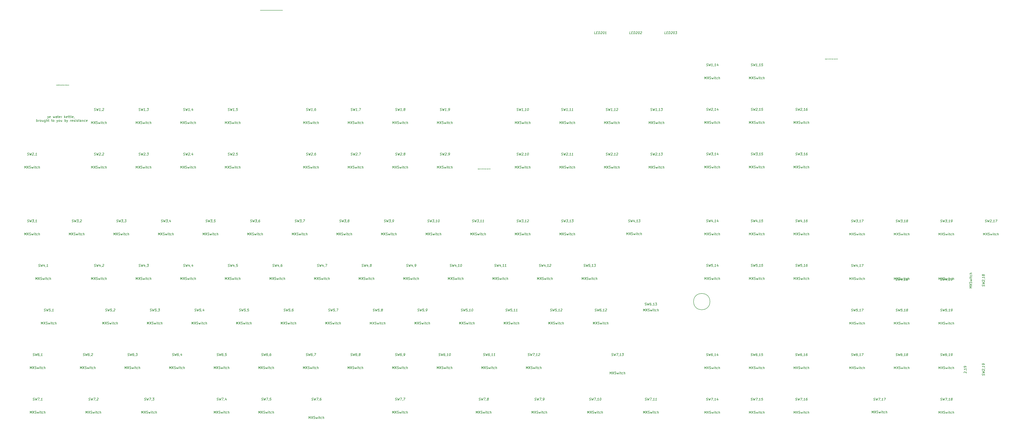
<source format=gbr>
%TF.GenerationSoftware,KiCad,Pcbnew,7.0.1*%
%TF.CreationDate,2023-04-01T22:43:58+02:00*%
%TF.ProjectId,berlin,6265726c-696e-42e6-9b69-6361645f7063,0.7*%
%TF.SameCoordinates,Original*%
%TF.FileFunction,Other,Comment*%
%FSLAX46Y46*%
G04 Gerber Fmt 4.6, Leading zero omitted, Abs format (unit mm)*
G04 Created by KiCad (PCBNEW 7.0.1) date 2023-04-01 22:43:58*
%MOMM*%
%LPD*%
G01*
G04 APERTURE LIST*
%ADD10C,0.150000*%
%ADD11C,0.002000*%
G04 APERTURE END LIST*
D10*
X50332141Y-71450952D02*
X50570236Y-72117619D01*
X50808331Y-71450952D02*
X50570236Y-72117619D01*
X50570236Y-72117619D02*
X50474998Y-72355714D01*
X50474998Y-72355714D02*
X50427379Y-72403333D01*
X50427379Y-72403333D02*
X50332141Y-72450952D01*
X51570236Y-72070000D02*
X51474998Y-72117619D01*
X51474998Y-72117619D02*
X51284522Y-72117619D01*
X51284522Y-72117619D02*
X51189284Y-72070000D01*
X51189284Y-72070000D02*
X51141665Y-71974761D01*
X51141665Y-71974761D02*
X51141665Y-71593809D01*
X51141665Y-71593809D02*
X51189284Y-71498571D01*
X51189284Y-71498571D02*
X51284522Y-71450952D01*
X51284522Y-71450952D02*
X51474998Y-71450952D01*
X51474998Y-71450952D02*
X51570236Y-71498571D01*
X51570236Y-71498571D02*
X51617855Y-71593809D01*
X51617855Y-71593809D02*
X51617855Y-71689047D01*
X51617855Y-71689047D02*
X51141665Y-71784285D01*
X52713094Y-71450952D02*
X52903570Y-72117619D01*
X52903570Y-72117619D02*
X53094046Y-71641428D01*
X53094046Y-71641428D02*
X53284522Y-72117619D01*
X53284522Y-72117619D02*
X53474998Y-71450952D01*
X54284522Y-72117619D02*
X54284522Y-71593809D01*
X54284522Y-71593809D02*
X54236903Y-71498571D01*
X54236903Y-71498571D02*
X54141665Y-71450952D01*
X54141665Y-71450952D02*
X53951189Y-71450952D01*
X53951189Y-71450952D02*
X53855951Y-71498571D01*
X54284522Y-72070000D02*
X54189284Y-72117619D01*
X54189284Y-72117619D02*
X53951189Y-72117619D01*
X53951189Y-72117619D02*
X53855951Y-72070000D01*
X53855951Y-72070000D02*
X53808332Y-71974761D01*
X53808332Y-71974761D02*
X53808332Y-71879523D01*
X53808332Y-71879523D02*
X53855951Y-71784285D01*
X53855951Y-71784285D02*
X53951189Y-71736666D01*
X53951189Y-71736666D02*
X54189284Y-71736666D01*
X54189284Y-71736666D02*
X54284522Y-71689047D01*
X54617856Y-71450952D02*
X54998808Y-71450952D01*
X54760713Y-71117619D02*
X54760713Y-71974761D01*
X54760713Y-71974761D02*
X54808332Y-72070000D01*
X54808332Y-72070000D02*
X54903570Y-72117619D01*
X54903570Y-72117619D02*
X54998808Y-72117619D01*
X55713094Y-72070000D02*
X55617856Y-72117619D01*
X55617856Y-72117619D02*
X55427380Y-72117619D01*
X55427380Y-72117619D02*
X55332142Y-72070000D01*
X55332142Y-72070000D02*
X55284523Y-71974761D01*
X55284523Y-71974761D02*
X55284523Y-71593809D01*
X55284523Y-71593809D02*
X55332142Y-71498571D01*
X55332142Y-71498571D02*
X55427380Y-71450952D01*
X55427380Y-71450952D02*
X55617856Y-71450952D01*
X55617856Y-71450952D02*
X55713094Y-71498571D01*
X55713094Y-71498571D02*
X55760713Y-71593809D01*
X55760713Y-71593809D02*
X55760713Y-71689047D01*
X55760713Y-71689047D02*
X55284523Y-71784285D01*
X56189285Y-72117619D02*
X56189285Y-71450952D01*
X56189285Y-71641428D02*
X56236904Y-71546190D01*
X56236904Y-71546190D02*
X56284523Y-71498571D01*
X56284523Y-71498571D02*
X56379761Y-71450952D01*
X56379761Y-71450952D02*
X56474999Y-71450952D01*
X57570238Y-72117619D02*
X57570238Y-71117619D01*
X57665476Y-71736666D02*
X57951190Y-72117619D01*
X57951190Y-71450952D02*
X57570238Y-71831904D01*
X58760714Y-72070000D02*
X58665476Y-72117619D01*
X58665476Y-72117619D02*
X58475000Y-72117619D01*
X58475000Y-72117619D02*
X58379762Y-72070000D01*
X58379762Y-72070000D02*
X58332143Y-71974761D01*
X58332143Y-71974761D02*
X58332143Y-71593809D01*
X58332143Y-71593809D02*
X58379762Y-71498571D01*
X58379762Y-71498571D02*
X58475000Y-71450952D01*
X58475000Y-71450952D02*
X58665476Y-71450952D01*
X58665476Y-71450952D02*
X58760714Y-71498571D01*
X58760714Y-71498571D02*
X58808333Y-71593809D01*
X58808333Y-71593809D02*
X58808333Y-71689047D01*
X58808333Y-71689047D02*
X58332143Y-71784285D01*
X59094048Y-71450952D02*
X59475000Y-71450952D01*
X59236905Y-71117619D02*
X59236905Y-71974761D01*
X59236905Y-71974761D02*
X59284524Y-72070000D01*
X59284524Y-72070000D02*
X59379762Y-72117619D01*
X59379762Y-72117619D02*
X59475000Y-72117619D01*
X59665477Y-71450952D02*
X60046429Y-71450952D01*
X59808334Y-71117619D02*
X59808334Y-71974761D01*
X59808334Y-71974761D02*
X59855953Y-72070000D01*
X59855953Y-72070000D02*
X59951191Y-72117619D01*
X59951191Y-72117619D02*
X60046429Y-72117619D01*
X60522620Y-72117619D02*
X60427382Y-72070000D01*
X60427382Y-72070000D02*
X60379763Y-71974761D01*
X60379763Y-71974761D02*
X60379763Y-71117619D01*
X61284525Y-72070000D02*
X61189287Y-72117619D01*
X61189287Y-72117619D02*
X60998811Y-72117619D01*
X60998811Y-72117619D02*
X60903573Y-72070000D01*
X60903573Y-72070000D02*
X60855954Y-71974761D01*
X60855954Y-71974761D02*
X60855954Y-71593809D01*
X60855954Y-71593809D02*
X60903573Y-71498571D01*
X60903573Y-71498571D02*
X60998811Y-71450952D01*
X60998811Y-71450952D02*
X61189287Y-71450952D01*
X61189287Y-71450952D02*
X61284525Y-71498571D01*
X61284525Y-71498571D02*
X61332144Y-71593809D01*
X61332144Y-71593809D02*
X61332144Y-71689047D01*
X61332144Y-71689047D02*
X60855954Y-71784285D01*
X61808335Y-72070000D02*
X61808335Y-72117619D01*
X61808335Y-72117619D02*
X61760716Y-72212857D01*
X61760716Y-72212857D02*
X61713097Y-72260476D01*
X45641664Y-73737619D02*
X45641664Y-72737619D01*
X45641664Y-73118571D02*
X45736902Y-73070952D01*
X45736902Y-73070952D02*
X45927378Y-73070952D01*
X45927378Y-73070952D02*
X46022616Y-73118571D01*
X46022616Y-73118571D02*
X46070235Y-73166190D01*
X46070235Y-73166190D02*
X46117854Y-73261428D01*
X46117854Y-73261428D02*
X46117854Y-73547142D01*
X46117854Y-73547142D02*
X46070235Y-73642380D01*
X46070235Y-73642380D02*
X46022616Y-73690000D01*
X46022616Y-73690000D02*
X45927378Y-73737619D01*
X45927378Y-73737619D02*
X45736902Y-73737619D01*
X45736902Y-73737619D02*
X45641664Y-73690000D01*
X46546426Y-73737619D02*
X46546426Y-73070952D01*
X46546426Y-73261428D02*
X46594045Y-73166190D01*
X46594045Y-73166190D02*
X46641664Y-73118571D01*
X46641664Y-73118571D02*
X46736902Y-73070952D01*
X46736902Y-73070952D02*
X46832140Y-73070952D01*
X47308331Y-73737619D02*
X47213093Y-73690000D01*
X47213093Y-73690000D02*
X47165474Y-73642380D01*
X47165474Y-73642380D02*
X47117855Y-73547142D01*
X47117855Y-73547142D02*
X47117855Y-73261428D01*
X47117855Y-73261428D02*
X47165474Y-73166190D01*
X47165474Y-73166190D02*
X47213093Y-73118571D01*
X47213093Y-73118571D02*
X47308331Y-73070952D01*
X47308331Y-73070952D02*
X47451188Y-73070952D01*
X47451188Y-73070952D02*
X47546426Y-73118571D01*
X47546426Y-73118571D02*
X47594045Y-73166190D01*
X47594045Y-73166190D02*
X47641664Y-73261428D01*
X47641664Y-73261428D02*
X47641664Y-73547142D01*
X47641664Y-73547142D02*
X47594045Y-73642380D01*
X47594045Y-73642380D02*
X47546426Y-73690000D01*
X47546426Y-73690000D02*
X47451188Y-73737619D01*
X47451188Y-73737619D02*
X47308331Y-73737619D01*
X48498807Y-73070952D02*
X48498807Y-73737619D01*
X48070236Y-73070952D02*
X48070236Y-73594761D01*
X48070236Y-73594761D02*
X48117855Y-73690000D01*
X48117855Y-73690000D02*
X48213093Y-73737619D01*
X48213093Y-73737619D02*
X48355950Y-73737619D01*
X48355950Y-73737619D02*
X48451188Y-73690000D01*
X48451188Y-73690000D02*
X48498807Y-73642380D01*
X49403569Y-73070952D02*
X49403569Y-73880476D01*
X49403569Y-73880476D02*
X49355950Y-73975714D01*
X49355950Y-73975714D02*
X49308331Y-74023333D01*
X49308331Y-74023333D02*
X49213093Y-74070952D01*
X49213093Y-74070952D02*
X49070236Y-74070952D01*
X49070236Y-74070952D02*
X48974998Y-74023333D01*
X49403569Y-73690000D02*
X49308331Y-73737619D01*
X49308331Y-73737619D02*
X49117855Y-73737619D01*
X49117855Y-73737619D02*
X49022617Y-73690000D01*
X49022617Y-73690000D02*
X48974998Y-73642380D01*
X48974998Y-73642380D02*
X48927379Y-73547142D01*
X48927379Y-73547142D02*
X48927379Y-73261428D01*
X48927379Y-73261428D02*
X48974998Y-73166190D01*
X48974998Y-73166190D02*
X49022617Y-73118571D01*
X49022617Y-73118571D02*
X49117855Y-73070952D01*
X49117855Y-73070952D02*
X49308331Y-73070952D01*
X49308331Y-73070952D02*
X49403569Y-73118571D01*
X49879760Y-73737619D02*
X49879760Y-72737619D01*
X50308331Y-73737619D02*
X50308331Y-73213809D01*
X50308331Y-73213809D02*
X50260712Y-73118571D01*
X50260712Y-73118571D02*
X50165474Y-73070952D01*
X50165474Y-73070952D02*
X50022617Y-73070952D01*
X50022617Y-73070952D02*
X49927379Y-73118571D01*
X49927379Y-73118571D02*
X49879760Y-73166190D01*
X50641665Y-73070952D02*
X51022617Y-73070952D01*
X50784522Y-72737619D02*
X50784522Y-73594761D01*
X50784522Y-73594761D02*
X50832141Y-73690000D01*
X50832141Y-73690000D02*
X50927379Y-73737619D01*
X50927379Y-73737619D02*
X51022617Y-73737619D01*
X51974999Y-73070952D02*
X52355951Y-73070952D01*
X52117856Y-72737619D02*
X52117856Y-73594761D01*
X52117856Y-73594761D02*
X52165475Y-73690000D01*
X52165475Y-73690000D02*
X52260713Y-73737619D01*
X52260713Y-73737619D02*
X52355951Y-73737619D01*
X52832142Y-73737619D02*
X52736904Y-73690000D01*
X52736904Y-73690000D02*
X52689285Y-73642380D01*
X52689285Y-73642380D02*
X52641666Y-73547142D01*
X52641666Y-73547142D02*
X52641666Y-73261428D01*
X52641666Y-73261428D02*
X52689285Y-73166190D01*
X52689285Y-73166190D02*
X52736904Y-73118571D01*
X52736904Y-73118571D02*
X52832142Y-73070952D01*
X52832142Y-73070952D02*
X52974999Y-73070952D01*
X52974999Y-73070952D02*
X53070237Y-73118571D01*
X53070237Y-73118571D02*
X53117856Y-73166190D01*
X53117856Y-73166190D02*
X53165475Y-73261428D01*
X53165475Y-73261428D02*
X53165475Y-73547142D01*
X53165475Y-73547142D02*
X53117856Y-73642380D01*
X53117856Y-73642380D02*
X53070237Y-73690000D01*
X53070237Y-73690000D02*
X52974999Y-73737619D01*
X52974999Y-73737619D02*
X52832142Y-73737619D01*
X54260714Y-73070952D02*
X54498809Y-73737619D01*
X54736904Y-73070952D02*
X54498809Y-73737619D01*
X54498809Y-73737619D02*
X54403571Y-73975714D01*
X54403571Y-73975714D02*
X54355952Y-74023333D01*
X54355952Y-74023333D02*
X54260714Y-74070952D01*
X55260714Y-73737619D02*
X55165476Y-73690000D01*
X55165476Y-73690000D02*
X55117857Y-73642380D01*
X55117857Y-73642380D02*
X55070238Y-73547142D01*
X55070238Y-73547142D02*
X55070238Y-73261428D01*
X55070238Y-73261428D02*
X55117857Y-73166190D01*
X55117857Y-73166190D02*
X55165476Y-73118571D01*
X55165476Y-73118571D02*
X55260714Y-73070952D01*
X55260714Y-73070952D02*
X55403571Y-73070952D01*
X55403571Y-73070952D02*
X55498809Y-73118571D01*
X55498809Y-73118571D02*
X55546428Y-73166190D01*
X55546428Y-73166190D02*
X55594047Y-73261428D01*
X55594047Y-73261428D02*
X55594047Y-73547142D01*
X55594047Y-73547142D02*
X55546428Y-73642380D01*
X55546428Y-73642380D02*
X55498809Y-73690000D01*
X55498809Y-73690000D02*
X55403571Y-73737619D01*
X55403571Y-73737619D02*
X55260714Y-73737619D01*
X56451190Y-73070952D02*
X56451190Y-73737619D01*
X56022619Y-73070952D02*
X56022619Y-73594761D01*
X56022619Y-73594761D02*
X56070238Y-73690000D01*
X56070238Y-73690000D02*
X56165476Y-73737619D01*
X56165476Y-73737619D02*
X56308333Y-73737619D01*
X56308333Y-73737619D02*
X56403571Y-73690000D01*
X56403571Y-73690000D02*
X56451190Y-73642380D01*
X57689286Y-73737619D02*
X57689286Y-72737619D01*
X57689286Y-73118571D02*
X57784524Y-73070952D01*
X57784524Y-73070952D02*
X57975000Y-73070952D01*
X57975000Y-73070952D02*
X58070238Y-73118571D01*
X58070238Y-73118571D02*
X58117857Y-73166190D01*
X58117857Y-73166190D02*
X58165476Y-73261428D01*
X58165476Y-73261428D02*
X58165476Y-73547142D01*
X58165476Y-73547142D02*
X58117857Y-73642380D01*
X58117857Y-73642380D02*
X58070238Y-73690000D01*
X58070238Y-73690000D02*
X57975000Y-73737619D01*
X57975000Y-73737619D02*
X57784524Y-73737619D01*
X57784524Y-73737619D02*
X57689286Y-73690000D01*
X58498810Y-73070952D02*
X58736905Y-73737619D01*
X58975000Y-73070952D02*
X58736905Y-73737619D01*
X58736905Y-73737619D02*
X58641667Y-73975714D01*
X58641667Y-73975714D02*
X58594048Y-74023333D01*
X58594048Y-74023333D02*
X58498810Y-74070952D01*
X60117858Y-73737619D02*
X60117858Y-73070952D01*
X60117858Y-73261428D02*
X60165477Y-73166190D01*
X60165477Y-73166190D02*
X60213096Y-73118571D01*
X60213096Y-73118571D02*
X60308334Y-73070952D01*
X60308334Y-73070952D02*
X60403572Y-73070952D01*
X61117858Y-73690000D02*
X61022620Y-73737619D01*
X61022620Y-73737619D02*
X60832144Y-73737619D01*
X60832144Y-73737619D02*
X60736906Y-73690000D01*
X60736906Y-73690000D02*
X60689287Y-73594761D01*
X60689287Y-73594761D02*
X60689287Y-73213809D01*
X60689287Y-73213809D02*
X60736906Y-73118571D01*
X60736906Y-73118571D02*
X60832144Y-73070952D01*
X60832144Y-73070952D02*
X61022620Y-73070952D01*
X61022620Y-73070952D02*
X61117858Y-73118571D01*
X61117858Y-73118571D02*
X61165477Y-73213809D01*
X61165477Y-73213809D02*
X61165477Y-73309047D01*
X61165477Y-73309047D02*
X60689287Y-73404285D01*
X61546430Y-73690000D02*
X61641668Y-73737619D01*
X61641668Y-73737619D02*
X61832144Y-73737619D01*
X61832144Y-73737619D02*
X61927382Y-73690000D01*
X61927382Y-73690000D02*
X61975001Y-73594761D01*
X61975001Y-73594761D02*
X61975001Y-73547142D01*
X61975001Y-73547142D02*
X61927382Y-73451904D01*
X61927382Y-73451904D02*
X61832144Y-73404285D01*
X61832144Y-73404285D02*
X61689287Y-73404285D01*
X61689287Y-73404285D02*
X61594049Y-73356666D01*
X61594049Y-73356666D02*
X61546430Y-73261428D01*
X61546430Y-73261428D02*
X61546430Y-73213809D01*
X61546430Y-73213809D02*
X61594049Y-73118571D01*
X61594049Y-73118571D02*
X61689287Y-73070952D01*
X61689287Y-73070952D02*
X61832144Y-73070952D01*
X61832144Y-73070952D02*
X61927382Y-73118571D01*
X62403573Y-73737619D02*
X62403573Y-73070952D01*
X62403573Y-72737619D02*
X62355954Y-72785238D01*
X62355954Y-72785238D02*
X62403573Y-72832857D01*
X62403573Y-72832857D02*
X62451192Y-72785238D01*
X62451192Y-72785238D02*
X62403573Y-72737619D01*
X62403573Y-72737619D02*
X62403573Y-72832857D01*
X62832144Y-73690000D02*
X62927382Y-73737619D01*
X62927382Y-73737619D02*
X63117858Y-73737619D01*
X63117858Y-73737619D02*
X63213096Y-73690000D01*
X63213096Y-73690000D02*
X63260715Y-73594761D01*
X63260715Y-73594761D02*
X63260715Y-73547142D01*
X63260715Y-73547142D02*
X63213096Y-73451904D01*
X63213096Y-73451904D02*
X63117858Y-73404285D01*
X63117858Y-73404285D02*
X62975001Y-73404285D01*
X62975001Y-73404285D02*
X62879763Y-73356666D01*
X62879763Y-73356666D02*
X62832144Y-73261428D01*
X62832144Y-73261428D02*
X62832144Y-73213809D01*
X62832144Y-73213809D02*
X62879763Y-73118571D01*
X62879763Y-73118571D02*
X62975001Y-73070952D01*
X62975001Y-73070952D02*
X63117858Y-73070952D01*
X63117858Y-73070952D02*
X63213096Y-73118571D01*
X63546430Y-73070952D02*
X63927382Y-73070952D01*
X63689287Y-72737619D02*
X63689287Y-73594761D01*
X63689287Y-73594761D02*
X63736906Y-73690000D01*
X63736906Y-73690000D02*
X63832144Y-73737619D01*
X63832144Y-73737619D02*
X63927382Y-73737619D01*
X64689287Y-73737619D02*
X64689287Y-73213809D01*
X64689287Y-73213809D02*
X64641668Y-73118571D01*
X64641668Y-73118571D02*
X64546430Y-73070952D01*
X64546430Y-73070952D02*
X64355954Y-73070952D01*
X64355954Y-73070952D02*
X64260716Y-73118571D01*
X64689287Y-73690000D02*
X64594049Y-73737619D01*
X64594049Y-73737619D02*
X64355954Y-73737619D01*
X64355954Y-73737619D02*
X64260716Y-73690000D01*
X64260716Y-73690000D02*
X64213097Y-73594761D01*
X64213097Y-73594761D02*
X64213097Y-73499523D01*
X64213097Y-73499523D02*
X64260716Y-73404285D01*
X64260716Y-73404285D02*
X64355954Y-73356666D01*
X64355954Y-73356666D02*
X64594049Y-73356666D01*
X64594049Y-73356666D02*
X64689287Y-73309047D01*
X65165478Y-73070952D02*
X65165478Y-73737619D01*
X65165478Y-73166190D02*
X65213097Y-73118571D01*
X65213097Y-73118571D02*
X65308335Y-73070952D01*
X65308335Y-73070952D02*
X65451192Y-73070952D01*
X65451192Y-73070952D02*
X65546430Y-73118571D01*
X65546430Y-73118571D02*
X65594049Y-73213809D01*
X65594049Y-73213809D02*
X65594049Y-73737619D01*
X66498811Y-73690000D02*
X66403573Y-73737619D01*
X66403573Y-73737619D02*
X66213097Y-73737619D01*
X66213097Y-73737619D02*
X66117859Y-73690000D01*
X66117859Y-73690000D02*
X66070240Y-73642380D01*
X66070240Y-73642380D02*
X66022621Y-73547142D01*
X66022621Y-73547142D02*
X66022621Y-73261428D01*
X66022621Y-73261428D02*
X66070240Y-73166190D01*
X66070240Y-73166190D02*
X66117859Y-73118571D01*
X66117859Y-73118571D02*
X66213097Y-73070952D01*
X66213097Y-73070952D02*
X66403573Y-73070952D01*
X66403573Y-73070952D02*
X66498811Y-73118571D01*
X67308335Y-73690000D02*
X67213097Y-73737619D01*
X67213097Y-73737619D02*
X67022621Y-73737619D01*
X67022621Y-73737619D02*
X66927383Y-73690000D01*
X66927383Y-73690000D02*
X66879764Y-73594761D01*
X66879764Y-73594761D02*
X66879764Y-73213809D01*
X66879764Y-73213809D02*
X66927383Y-73118571D01*
X66927383Y-73118571D02*
X67022621Y-73070952D01*
X67022621Y-73070952D02*
X67213097Y-73070952D01*
X67213097Y-73070952D02*
X67308335Y-73118571D01*
X67308335Y-73118571D02*
X67355954Y-73213809D01*
X67355954Y-73213809D02*
X67355954Y-73309047D01*
X67355954Y-73309047D02*
X66879764Y-73404285D01*
%TO.C,LED202*%
X299415475Y-36232619D02*
X298939284Y-36232619D01*
X298939284Y-36232619D02*
X299064284Y-35232619D01*
X299808332Y-35708809D02*
X300141665Y-35708809D01*
X300219046Y-36232619D02*
X299742855Y-36232619D01*
X299742855Y-36232619D02*
X299867855Y-35232619D01*
X299867855Y-35232619D02*
X300344046Y-35232619D01*
X300641665Y-36232619D02*
X300766665Y-35232619D01*
X300766665Y-35232619D02*
X301004761Y-35232619D01*
X301004761Y-35232619D02*
X301141665Y-35280238D01*
X301141665Y-35280238D02*
X301224999Y-35375476D01*
X301224999Y-35375476D02*
X301260713Y-35470714D01*
X301260713Y-35470714D02*
X301284523Y-35661190D01*
X301284523Y-35661190D02*
X301266665Y-35804047D01*
X301266665Y-35804047D02*
X301195237Y-35994523D01*
X301195237Y-35994523D02*
X301135713Y-36089761D01*
X301135713Y-36089761D02*
X301028570Y-36185000D01*
X301028570Y-36185000D02*
X300879761Y-36232619D01*
X300879761Y-36232619D02*
X300641665Y-36232619D01*
X301701190Y-35327857D02*
X301754761Y-35280238D01*
X301754761Y-35280238D02*
X301855951Y-35232619D01*
X301855951Y-35232619D02*
X302094047Y-35232619D01*
X302094047Y-35232619D02*
X302183332Y-35280238D01*
X302183332Y-35280238D02*
X302224999Y-35327857D01*
X302224999Y-35327857D02*
X302260713Y-35423095D01*
X302260713Y-35423095D02*
X302248809Y-35518333D01*
X302248809Y-35518333D02*
X302183332Y-35661190D01*
X302183332Y-35661190D02*
X301540475Y-36232619D01*
X301540475Y-36232619D02*
X302159523Y-36232619D01*
X302897619Y-35232619D02*
X302992857Y-35232619D01*
X302992857Y-35232619D02*
X303082142Y-35280238D01*
X303082142Y-35280238D02*
X303123809Y-35327857D01*
X303123809Y-35327857D02*
X303159523Y-35423095D01*
X303159523Y-35423095D02*
X303183333Y-35613571D01*
X303183333Y-35613571D02*
X303153571Y-35851666D01*
X303153571Y-35851666D02*
X303082142Y-36042142D01*
X303082142Y-36042142D02*
X303022619Y-36137380D01*
X303022619Y-36137380D02*
X302969047Y-36185000D01*
X302969047Y-36185000D02*
X302867857Y-36232619D01*
X302867857Y-36232619D02*
X302772619Y-36232619D01*
X302772619Y-36232619D02*
X302683333Y-36185000D01*
X302683333Y-36185000D02*
X302641666Y-36137380D01*
X302641666Y-36137380D02*
X302605952Y-36042142D01*
X302605952Y-36042142D02*
X302582142Y-35851666D01*
X302582142Y-35851666D02*
X302611904Y-35613571D01*
X302611904Y-35613571D02*
X302683333Y-35423095D01*
X302683333Y-35423095D02*
X302742857Y-35327857D01*
X302742857Y-35327857D02*
X302796428Y-35280238D01*
X302796428Y-35280238D02*
X302897619Y-35232619D01*
X303594048Y-35327857D02*
X303647619Y-35280238D01*
X303647619Y-35280238D02*
X303748809Y-35232619D01*
X303748809Y-35232619D02*
X303986905Y-35232619D01*
X303986905Y-35232619D02*
X304076190Y-35280238D01*
X304076190Y-35280238D02*
X304117857Y-35327857D01*
X304117857Y-35327857D02*
X304153571Y-35423095D01*
X304153571Y-35423095D02*
X304141667Y-35518333D01*
X304141667Y-35518333D02*
X304076190Y-35661190D01*
X304076190Y-35661190D02*
X303433333Y-36232619D01*
X303433333Y-36232619D02*
X304052381Y-36232619D01*
%TO.C,LED203*%
X314415475Y-36232619D02*
X313939284Y-36232619D01*
X313939284Y-36232619D02*
X314064284Y-35232619D01*
X314808332Y-35708809D02*
X315141665Y-35708809D01*
X315219046Y-36232619D02*
X314742855Y-36232619D01*
X314742855Y-36232619D02*
X314867855Y-35232619D01*
X314867855Y-35232619D02*
X315344046Y-35232619D01*
X315641665Y-36232619D02*
X315766665Y-35232619D01*
X315766665Y-35232619D02*
X316004761Y-35232619D01*
X316004761Y-35232619D02*
X316141665Y-35280238D01*
X316141665Y-35280238D02*
X316224999Y-35375476D01*
X316224999Y-35375476D02*
X316260713Y-35470714D01*
X316260713Y-35470714D02*
X316284523Y-35661190D01*
X316284523Y-35661190D02*
X316266665Y-35804047D01*
X316266665Y-35804047D02*
X316195237Y-35994523D01*
X316195237Y-35994523D02*
X316135713Y-36089761D01*
X316135713Y-36089761D02*
X316028570Y-36185000D01*
X316028570Y-36185000D02*
X315879761Y-36232619D01*
X315879761Y-36232619D02*
X315641665Y-36232619D01*
X316701190Y-35327857D02*
X316754761Y-35280238D01*
X316754761Y-35280238D02*
X316855951Y-35232619D01*
X316855951Y-35232619D02*
X317094047Y-35232619D01*
X317094047Y-35232619D02*
X317183332Y-35280238D01*
X317183332Y-35280238D02*
X317224999Y-35327857D01*
X317224999Y-35327857D02*
X317260713Y-35423095D01*
X317260713Y-35423095D02*
X317248809Y-35518333D01*
X317248809Y-35518333D02*
X317183332Y-35661190D01*
X317183332Y-35661190D02*
X316540475Y-36232619D01*
X316540475Y-36232619D02*
X317159523Y-36232619D01*
X317897619Y-35232619D02*
X317992857Y-35232619D01*
X317992857Y-35232619D02*
X318082142Y-35280238D01*
X318082142Y-35280238D02*
X318123809Y-35327857D01*
X318123809Y-35327857D02*
X318159523Y-35423095D01*
X318159523Y-35423095D02*
X318183333Y-35613571D01*
X318183333Y-35613571D02*
X318153571Y-35851666D01*
X318153571Y-35851666D02*
X318082142Y-36042142D01*
X318082142Y-36042142D02*
X318022619Y-36137380D01*
X318022619Y-36137380D02*
X317969047Y-36185000D01*
X317969047Y-36185000D02*
X317867857Y-36232619D01*
X317867857Y-36232619D02*
X317772619Y-36232619D01*
X317772619Y-36232619D02*
X317683333Y-36185000D01*
X317683333Y-36185000D02*
X317641666Y-36137380D01*
X317641666Y-36137380D02*
X317605952Y-36042142D01*
X317605952Y-36042142D02*
X317582142Y-35851666D01*
X317582142Y-35851666D02*
X317611904Y-35613571D01*
X317611904Y-35613571D02*
X317683333Y-35423095D01*
X317683333Y-35423095D02*
X317742857Y-35327857D01*
X317742857Y-35327857D02*
X317796428Y-35280238D01*
X317796428Y-35280238D02*
X317897619Y-35232619D01*
X318558333Y-35232619D02*
X319177381Y-35232619D01*
X319177381Y-35232619D02*
X318796429Y-35613571D01*
X318796429Y-35613571D02*
X318939286Y-35613571D01*
X318939286Y-35613571D02*
X319028571Y-35661190D01*
X319028571Y-35661190D02*
X319070238Y-35708809D01*
X319070238Y-35708809D02*
X319105952Y-35804047D01*
X319105952Y-35804047D02*
X319076190Y-36042142D01*
X319076190Y-36042142D02*
X319016667Y-36137380D01*
X319016667Y-36137380D02*
X318963095Y-36185000D01*
X318963095Y-36185000D02*
X318861905Y-36232619D01*
X318861905Y-36232619D02*
X318576190Y-36232619D01*
X318576190Y-36232619D02*
X318486905Y-36185000D01*
X318486905Y-36185000D02*
X318445238Y-36137380D01*
%TO.C,LED201*%
X284415475Y-36232619D02*
X283939284Y-36232619D01*
X283939284Y-36232619D02*
X284064284Y-35232619D01*
X284808332Y-35708809D02*
X285141665Y-35708809D01*
X285219046Y-36232619D02*
X284742855Y-36232619D01*
X284742855Y-36232619D02*
X284867855Y-35232619D01*
X284867855Y-35232619D02*
X285344046Y-35232619D01*
X285641665Y-36232619D02*
X285766665Y-35232619D01*
X285766665Y-35232619D02*
X286004761Y-35232619D01*
X286004761Y-35232619D02*
X286141665Y-35280238D01*
X286141665Y-35280238D02*
X286224999Y-35375476D01*
X286224999Y-35375476D02*
X286260713Y-35470714D01*
X286260713Y-35470714D02*
X286284523Y-35661190D01*
X286284523Y-35661190D02*
X286266665Y-35804047D01*
X286266665Y-35804047D02*
X286195237Y-35994523D01*
X286195237Y-35994523D02*
X286135713Y-36089761D01*
X286135713Y-36089761D02*
X286028570Y-36185000D01*
X286028570Y-36185000D02*
X285879761Y-36232619D01*
X285879761Y-36232619D02*
X285641665Y-36232619D01*
X286701190Y-35327857D02*
X286754761Y-35280238D01*
X286754761Y-35280238D02*
X286855951Y-35232619D01*
X286855951Y-35232619D02*
X287094047Y-35232619D01*
X287094047Y-35232619D02*
X287183332Y-35280238D01*
X287183332Y-35280238D02*
X287224999Y-35327857D01*
X287224999Y-35327857D02*
X287260713Y-35423095D01*
X287260713Y-35423095D02*
X287248809Y-35518333D01*
X287248809Y-35518333D02*
X287183332Y-35661190D01*
X287183332Y-35661190D02*
X286540475Y-36232619D01*
X286540475Y-36232619D02*
X287159523Y-36232619D01*
X287897619Y-35232619D02*
X287992857Y-35232619D01*
X287992857Y-35232619D02*
X288082142Y-35280238D01*
X288082142Y-35280238D02*
X288123809Y-35327857D01*
X288123809Y-35327857D02*
X288159523Y-35423095D01*
X288159523Y-35423095D02*
X288183333Y-35613571D01*
X288183333Y-35613571D02*
X288153571Y-35851666D01*
X288153571Y-35851666D02*
X288082142Y-36042142D01*
X288082142Y-36042142D02*
X288022619Y-36137380D01*
X288022619Y-36137380D02*
X287969047Y-36185000D01*
X287969047Y-36185000D02*
X287867857Y-36232619D01*
X287867857Y-36232619D02*
X287772619Y-36232619D01*
X287772619Y-36232619D02*
X287683333Y-36185000D01*
X287683333Y-36185000D02*
X287641666Y-36137380D01*
X287641666Y-36137380D02*
X287605952Y-36042142D01*
X287605952Y-36042142D02*
X287582142Y-35851666D01*
X287582142Y-35851666D02*
X287611904Y-35613571D01*
X287611904Y-35613571D02*
X287683333Y-35423095D01*
X287683333Y-35423095D02*
X287742857Y-35327857D01*
X287742857Y-35327857D02*
X287796428Y-35280238D01*
X287796428Y-35280238D02*
X287897619Y-35232619D01*
X289052381Y-36232619D02*
X288480952Y-36232619D01*
X288766667Y-36232619D02*
X288891667Y-35232619D01*
X288891667Y-35232619D02*
X288778571Y-35375476D01*
X288778571Y-35375476D02*
X288671429Y-35470714D01*
X288671429Y-35470714D02*
X288570238Y-35518333D01*
%TO.C,SW5\u002C7*%
X170281940Y-154721750D02*
X170418844Y-154769369D01*
X170418844Y-154769369D02*
X170656940Y-154769369D01*
X170656940Y-154769369D02*
X170758130Y-154721750D01*
X170758130Y-154721750D02*
X170811702Y-154674130D01*
X170811702Y-154674130D02*
X170871225Y-154578892D01*
X170871225Y-154578892D02*
X170883130Y-154483654D01*
X170883130Y-154483654D02*
X170847416Y-154388416D01*
X170847416Y-154388416D02*
X170805749Y-154340797D01*
X170805749Y-154340797D02*
X170716464Y-154293178D01*
X170716464Y-154293178D02*
X170531940Y-154245559D01*
X170531940Y-154245559D02*
X170442654Y-154197940D01*
X170442654Y-154197940D02*
X170400987Y-154150321D01*
X170400987Y-154150321D02*
X170365273Y-154055083D01*
X170365273Y-154055083D02*
X170377178Y-153959845D01*
X170377178Y-153959845D02*
X170436702Y-153864607D01*
X170436702Y-153864607D02*
X170490273Y-153816988D01*
X170490273Y-153816988D02*
X170591464Y-153769369D01*
X170591464Y-153769369D02*
X170829559Y-153769369D01*
X170829559Y-153769369D02*
X170966464Y-153816988D01*
X171299797Y-153769369D02*
X171412893Y-154769369D01*
X171412893Y-154769369D02*
X171692654Y-154055083D01*
X171692654Y-154055083D02*
X171793845Y-154769369D01*
X171793845Y-154769369D02*
X172156940Y-153769369D01*
X173008131Y-153769369D02*
X172531940Y-153769369D01*
X172531940Y-153769369D02*
X172424798Y-154245559D01*
X172424798Y-154245559D02*
X172478369Y-154197940D01*
X172478369Y-154197940D02*
X172579559Y-154150321D01*
X172579559Y-154150321D02*
X172817655Y-154150321D01*
X172817655Y-154150321D02*
X172906940Y-154197940D01*
X172906940Y-154197940D02*
X172948607Y-154245559D01*
X172948607Y-154245559D02*
X172984321Y-154340797D01*
X172984321Y-154340797D02*
X172954559Y-154578892D01*
X172954559Y-154578892D02*
X172895036Y-154674130D01*
X172895036Y-154674130D02*
X172841464Y-154721750D01*
X172841464Y-154721750D02*
X172740274Y-154769369D01*
X172740274Y-154769369D02*
X172502178Y-154769369D01*
X172502178Y-154769369D02*
X172412893Y-154721750D01*
X172412893Y-154721750D02*
X172371226Y-154674130D01*
X173406941Y-154721750D02*
X173400988Y-154769369D01*
X173400988Y-154769369D02*
X173341465Y-154864607D01*
X173341465Y-154864607D02*
X173287893Y-154912226D01*
X173835512Y-153769369D02*
X174502179Y-153769369D01*
X174502179Y-153769369D02*
X173948608Y-154769369D01*
X169091464Y-160357369D02*
X169091464Y-159357369D01*
X169091464Y-159357369D02*
X169424797Y-160071654D01*
X169424797Y-160071654D02*
X169758130Y-159357369D01*
X169758130Y-159357369D02*
X169758130Y-160357369D01*
X170139083Y-159357369D02*
X170805749Y-160357369D01*
X170805749Y-159357369D02*
X170139083Y-160357369D01*
X171139083Y-160309750D02*
X171281940Y-160357369D01*
X171281940Y-160357369D02*
X171520035Y-160357369D01*
X171520035Y-160357369D02*
X171615273Y-160309750D01*
X171615273Y-160309750D02*
X171662892Y-160262130D01*
X171662892Y-160262130D02*
X171710511Y-160166892D01*
X171710511Y-160166892D02*
X171710511Y-160071654D01*
X171710511Y-160071654D02*
X171662892Y-159976416D01*
X171662892Y-159976416D02*
X171615273Y-159928797D01*
X171615273Y-159928797D02*
X171520035Y-159881178D01*
X171520035Y-159881178D02*
X171329559Y-159833559D01*
X171329559Y-159833559D02*
X171234321Y-159785940D01*
X171234321Y-159785940D02*
X171186702Y-159738321D01*
X171186702Y-159738321D02*
X171139083Y-159643083D01*
X171139083Y-159643083D02*
X171139083Y-159547845D01*
X171139083Y-159547845D02*
X171186702Y-159452607D01*
X171186702Y-159452607D02*
X171234321Y-159404988D01*
X171234321Y-159404988D02*
X171329559Y-159357369D01*
X171329559Y-159357369D02*
X171567654Y-159357369D01*
X171567654Y-159357369D02*
X171710511Y-159404988D01*
X172043845Y-159690702D02*
X172234321Y-160357369D01*
X172234321Y-160357369D02*
X172424797Y-159881178D01*
X172424797Y-159881178D02*
X172615273Y-160357369D01*
X172615273Y-160357369D02*
X172805749Y-159690702D01*
X173186702Y-160357369D02*
X173186702Y-159690702D01*
X173186702Y-159357369D02*
X173139083Y-159404988D01*
X173139083Y-159404988D02*
X173186702Y-159452607D01*
X173186702Y-159452607D02*
X173234321Y-159404988D01*
X173234321Y-159404988D02*
X173186702Y-159357369D01*
X173186702Y-159357369D02*
X173186702Y-159452607D01*
X173520035Y-159690702D02*
X173900987Y-159690702D01*
X173662892Y-159357369D02*
X173662892Y-160214511D01*
X173662892Y-160214511D02*
X173710511Y-160309750D01*
X173710511Y-160309750D02*
X173805749Y-160357369D01*
X173805749Y-160357369D02*
X173900987Y-160357369D01*
X174662892Y-160309750D02*
X174567654Y-160357369D01*
X174567654Y-160357369D02*
X174377178Y-160357369D01*
X174377178Y-160357369D02*
X174281940Y-160309750D01*
X174281940Y-160309750D02*
X174234321Y-160262130D01*
X174234321Y-160262130D02*
X174186702Y-160166892D01*
X174186702Y-160166892D02*
X174186702Y-159881178D01*
X174186702Y-159881178D02*
X174234321Y-159785940D01*
X174234321Y-159785940D02*
X174281940Y-159738321D01*
X174281940Y-159738321D02*
X174377178Y-159690702D01*
X174377178Y-159690702D02*
X174567654Y-159690702D01*
X174567654Y-159690702D02*
X174662892Y-159738321D01*
X175091464Y-160357369D02*
X175091464Y-159357369D01*
X175520035Y-160357369D02*
X175520035Y-159833559D01*
X175520035Y-159833559D02*
X175472416Y-159738321D01*
X175472416Y-159738321D02*
X175377178Y-159690702D01*
X175377178Y-159690702D02*
X175234321Y-159690702D01*
X175234321Y-159690702D02*
X175139083Y-159738321D01*
X175139083Y-159738321D02*
X175091464Y-159785940D01*
%TO.C,SW5\u002C13*%
X279346225Y-135671750D02*
X279483129Y-135719369D01*
X279483129Y-135719369D02*
X279721225Y-135719369D01*
X279721225Y-135719369D02*
X279822415Y-135671750D01*
X279822415Y-135671750D02*
X279875987Y-135624130D01*
X279875987Y-135624130D02*
X279935510Y-135528892D01*
X279935510Y-135528892D02*
X279947415Y-135433654D01*
X279947415Y-135433654D02*
X279911701Y-135338416D01*
X279911701Y-135338416D02*
X279870034Y-135290797D01*
X279870034Y-135290797D02*
X279780749Y-135243178D01*
X279780749Y-135243178D02*
X279596225Y-135195559D01*
X279596225Y-135195559D02*
X279506939Y-135147940D01*
X279506939Y-135147940D02*
X279465272Y-135100321D01*
X279465272Y-135100321D02*
X279429558Y-135005083D01*
X279429558Y-135005083D02*
X279441463Y-134909845D01*
X279441463Y-134909845D02*
X279500987Y-134814607D01*
X279500987Y-134814607D02*
X279554558Y-134766988D01*
X279554558Y-134766988D02*
X279655749Y-134719369D01*
X279655749Y-134719369D02*
X279893844Y-134719369D01*
X279893844Y-134719369D02*
X280030749Y-134766988D01*
X280364082Y-134719369D02*
X280477178Y-135719369D01*
X280477178Y-135719369D02*
X280756939Y-135005083D01*
X280756939Y-135005083D02*
X280858130Y-135719369D01*
X280858130Y-135719369D02*
X281221225Y-134719369D01*
X282072416Y-134719369D02*
X281596225Y-134719369D01*
X281596225Y-134719369D02*
X281489083Y-135195559D01*
X281489083Y-135195559D02*
X281542654Y-135147940D01*
X281542654Y-135147940D02*
X281643844Y-135100321D01*
X281643844Y-135100321D02*
X281881940Y-135100321D01*
X281881940Y-135100321D02*
X281971225Y-135147940D01*
X281971225Y-135147940D02*
X282012892Y-135195559D01*
X282012892Y-135195559D02*
X282048606Y-135290797D01*
X282048606Y-135290797D02*
X282018844Y-135528892D01*
X282018844Y-135528892D02*
X281959321Y-135624130D01*
X281959321Y-135624130D02*
X281905749Y-135671750D01*
X281905749Y-135671750D02*
X281804559Y-135719369D01*
X281804559Y-135719369D02*
X281566463Y-135719369D01*
X281566463Y-135719369D02*
X281477178Y-135671750D01*
X281477178Y-135671750D02*
X281435511Y-135624130D01*
X282471226Y-135671750D02*
X282465273Y-135719369D01*
X282465273Y-135719369D02*
X282405750Y-135814607D01*
X282405750Y-135814607D02*
X282352178Y-135862226D01*
X283393845Y-135719369D02*
X282822416Y-135719369D01*
X283108131Y-135719369D02*
X283233131Y-134719369D01*
X283233131Y-134719369D02*
X283120035Y-134862226D01*
X283120035Y-134862226D02*
X283012893Y-134957464D01*
X283012893Y-134957464D02*
X282911702Y-135005083D01*
X283846226Y-134719369D02*
X284465274Y-134719369D01*
X284465274Y-134719369D02*
X284084322Y-135100321D01*
X284084322Y-135100321D02*
X284227179Y-135100321D01*
X284227179Y-135100321D02*
X284316464Y-135147940D01*
X284316464Y-135147940D02*
X284358131Y-135195559D01*
X284358131Y-135195559D02*
X284393845Y-135290797D01*
X284393845Y-135290797D02*
X284364083Y-135528892D01*
X284364083Y-135528892D02*
X284304560Y-135624130D01*
X284304560Y-135624130D02*
X284250988Y-135671750D01*
X284250988Y-135671750D02*
X284149798Y-135719369D01*
X284149798Y-135719369D02*
X283864083Y-135719369D01*
X283864083Y-135719369D02*
X283774798Y-135671750D01*
X283774798Y-135671750D02*
X283733131Y-135624130D01*
X278628964Y-141307369D02*
X278628964Y-140307369D01*
X278628964Y-140307369D02*
X278962297Y-141021654D01*
X278962297Y-141021654D02*
X279295630Y-140307369D01*
X279295630Y-140307369D02*
X279295630Y-141307369D01*
X279676583Y-140307369D02*
X280343249Y-141307369D01*
X280343249Y-140307369D02*
X279676583Y-141307369D01*
X280676583Y-141259750D02*
X280819440Y-141307369D01*
X280819440Y-141307369D02*
X281057535Y-141307369D01*
X281057535Y-141307369D02*
X281152773Y-141259750D01*
X281152773Y-141259750D02*
X281200392Y-141212130D01*
X281200392Y-141212130D02*
X281248011Y-141116892D01*
X281248011Y-141116892D02*
X281248011Y-141021654D01*
X281248011Y-141021654D02*
X281200392Y-140926416D01*
X281200392Y-140926416D02*
X281152773Y-140878797D01*
X281152773Y-140878797D02*
X281057535Y-140831178D01*
X281057535Y-140831178D02*
X280867059Y-140783559D01*
X280867059Y-140783559D02*
X280771821Y-140735940D01*
X280771821Y-140735940D02*
X280724202Y-140688321D01*
X280724202Y-140688321D02*
X280676583Y-140593083D01*
X280676583Y-140593083D02*
X280676583Y-140497845D01*
X280676583Y-140497845D02*
X280724202Y-140402607D01*
X280724202Y-140402607D02*
X280771821Y-140354988D01*
X280771821Y-140354988D02*
X280867059Y-140307369D01*
X280867059Y-140307369D02*
X281105154Y-140307369D01*
X281105154Y-140307369D02*
X281248011Y-140354988D01*
X281581345Y-140640702D02*
X281771821Y-141307369D01*
X281771821Y-141307369D02*
X281962297Y-140831178D01*
X281962297Y-140831178D02*
X282152773Y-141307369D01*
X282152773Y-141307369D02*
X282343249Y-140640702D01*
X282724202Y-141307369D02*
X282724202Y-140640702D01*
X282724202Y-140307369D02*
X282676583Y-140354988D01*
X282676583Y-140354988D02*
X282724202Y-140402607D01*
X282724202Y-140402607D02*
X282771821Y-140354988D01*
X282771821Y-140354988D02*
X282724202Y-140307369D01*
X282724202Y-140307369D02*
X282724202Y-140402607D01*
X283057535Y-140640702D02*
X283438487Y-140640702D01*
X283200392Y-140307369D02*
X283200392Y-141164511D01*
X283200392Y-141164511D02*
X283248011Y-141259750D01*
X283248011Y-141259750D02*
X283343249Y-141307369D01*
X283343249Y-141307369D02*
X283438487Y-141307369D01*
X284200392Y-141259750D02*
X284105154Y-141307369D01*
X284105154Y-141307369D02*
X283914678Y-141307369D01*
X283914678Y-141307369D02*
X283819440Y-141259750D01*
X283819440Y-141259750D02*
X283771821Y-141212130D01*
X283771821Y-141212130D02*
X283724202Y-141116892D01*
X283724202Y-141116892D02*
X283724202Y-140831178D01*
X283724202Y-140831178D02*
X283771821Y-140735940D01*
X283771821Y-140735940D02*
X283819440Y-140688321D01*
X283819440Y-140688321D02*
X283914678Y-140640702D01*
X283914678Y-140640702D02*
X284105154Y-140640702D01*
X284105154Y-140640702D02*
X284200392Y-140688321D01*
X284628964Y-141307369D02*
X284628964Y-140307369D01*
X285057535Y-141307369D02*
X285057535Y-140783559D01*
X285057535Y-140783559D02*
X285009916Y-140688321D01*
X285009916Y-140688321D02*
X284914678Y-140640702D01*
X284914678Y-140640702D02*
X284771821Y-140640702D01*
X284771821Y-140640702D02*
X284676583Y-140688321D01*
X284676583Y-140688321D02*
X284628964Y-140735940D01*
%TO.C,SW6\u002C6*%
X141706940Y-173771750D02*
X141843844Y-173819369D01*
X141843844Y-173819369D02*
X142081940Y-173819369D01*
X142081940Y-173819369D02*
X142183130Y-173771750D01*
X142183130Y-173771750D02*
X142236702Y-173724130D01*
X142236702Y-173724130D02*
X142296225Y-173628892D01*
X142296225Y-173628892D02*
X142308130Y-173533654D01*
X142308130Y-173533654D02*
X142272416Y-173438416D01*
X142272416Y-173438416D02*
X142230749Y-173390797D01*
X142230749Y-173390797D02*
X142141464Y-173343178D01*
X142141464Y-173343178D02*
X141956940Y-173295559D01*
X141956940Y-173295559D02*
X141867654Y-173247940D01*
X141867654Y-173247940D02*
X141825987Y-173200321D01*
X141825987Y-173200321D02*
X141790273Y-173105083D01*
X141790273Y-173105083D02*
X141802178Y-173009845D01*
X141802178Y-173009845D02*
X141861702Y-172914607D01*
X141861702Y-172914607D02*
X141915273Y-172866988D01*
X141915273Y-172866988D02*
X142016464Y-172819369D01*
X142016464Y-172819369D02*
X142254559Y-172819369D01*
X142254559Y-172819369D02*
X142391464Y-172866988D01*
X142724797Y-172819369D02*
X142837893Y-173819369D01*
X142837893Y-173819369D02*
X143117654Y-173105083D01*
X143117654Y-173105083D02*
X143218845Y-173819369D01*
X143218845Y-173819369D02*
X143581940Y-172819369D01*
X144385512Y-172819369D02*
X144195036Y-172819369D01*
X144195036Y-172819369D02*
X144093845Y-172866988D01*
X144093845Y-172866988D02*
X144040274Y-172914607D01*
X144040274Y-172914607D02*
X143927178Y-173057464D01*
X143927178Y-173057464D02*
X143855750Y-173247940D01*
X143855750Y-173247940D02*
X143808131Y-173628892D01*
X143808131Y-173628892D02*
X143843845Y-173724130D01*
X143843845Y-173724130D02*
X143885512Y-173771750D01*
X143885512Y-173771750D02*
X143974798Y-173819369D01*
X143974798Y-173819369D02*
X144165274Y-173819369D01*
X144165274Y-173819369D02*
X144266464Y-173771750D01*
X144266464Y-173771750D02*
X144320036Y-173724130D01*
X144320036Y-173724130D02*
X144379559Y-173628892D01*
X144379559Y-173628892D02*
X144409321Y-173390797D01*
X144409321Y-173390797D02*
X144373607Y-173295559D01*
X144373607Y-173295559D02*
X144331940Y-173247940D01*
X144331940Y-173247940D02*
X144242655Y-173200321D01*
X144242655Y-173200321D02*
X144052178Y-173200321D01*
X144052178Y-173200321D02*
X143950988Y-173247940D01*
X143950988Y-173247940D02*
X143897417Y-173295559D01*
X143897417Y-173295559D02*
X143837893Y-173390797D01*
X144831941Y-173771750D02*
X144825988Y-173819369D01*
X144825988Y-173819369D02*
X144766465Y-173914607D01*
X144766465Y-173914607D02*
X144712893Y-173962226D01*
X145784322Y-172819369D02*
X145593846Y-172819369D01*
X145593846Y-172819369D02*
X145492655Y-172866988D01*
X145492655Y-172866988D02*
X145439084Y-172914607D01*
X145439084Y-172914607D02*
X145325988Y-173057464D01*
X145325988Y-173057464D02*
X145254560Y-173247940D01*
X145254560Y-173247940D02*
X145206941Y-173628892D01*
X145206941Y-173628892D02*
X145242655Y-173724130D01*
X145242655Y-173724130D02*
X145284322Y-173771750D01*
X145284322Y-173771750D02*
X145373608Y-173819369D01*
X145373608Y-173819369D02*
X145564084Y-173819369D01*
X145564084Y-173819369D02*
X145665274Y-173771750D01*
X145665274Y-173771750D02*
X145718846Y-173724130D01*
X145718846Y-173724130D02*
X145778369Y-173628892D01*
X145778369Y-173628892D02*
X145808131Y-173390797D01*
X145808131Y-173390797D02*
X145772417Y-173295559D01*
X145772417Y-173295559D02*
X145730750Y-173247940D01*
X145730750Y-173247940D02*
X145641465Y-173200321D01*
X145641465Y-173200321D02*
X145450988Y-173200321D01*
X145450988Y-173200321D02*
X145349798Y-173247940D01*
X145349798Y-173247940D02*
X145296227Y-173295559D01*
X145296227Y-173295559D02*
X145236703Y-173390797D01*
X140516464Y-179407369D02*
X140516464Y-178407369D01*
X140516464Y-178407369D02*
X140849797Y-179121654D01*
X140849797Y-179121654D02*
X141183130Y-178407369D01*
X141183130Y-178407369D02*
X141183130Y-179407369D01*
X141564083Y-178407369D02*
X142230749Y-179407369D01*
X142230749Y-178407369D02*
X141564083Y-179407369D01*
X142564083Y-179359750D02*
X142706940Y-179407369D01*
X142706940Y-179407369D02*
X142945035Y-179407369D01*
X142945035Y-179407369D02*
X143040273Y-179359750D01*
X143040273Y-179359750D02*
X143087892Y-179312130D01*
X143087892Y-179312130D02*
X143135511Y-179216892D01*
X143135511Y-179216892D02*
X143135511Y-179121654D01*
X143135511Y-179121654D02*
X143087892Y-179026416D01*
X143087892Y-179026416D02*
X143040273Y-178978797D01*
X143040273Y-178978797D02*
X142945035Y-178931178D01*
X142945035Y-178931178D02*
X142754559Y-178883559D01*
X142754559Y-178883559D02*
X142659321Y-178835940D01*
X142659321Y-178835940D02*
X142611702Y-178788321D01*
X142611702Y-178788321D02*
X142564083Y-178693083D01*
X142564083Y-178693083D02*
X142564083Y-178597845D01*
X142564083Y-178597845D02*
X142611702Y-178502607D01*
X142611702Y-178502607D02*
X142659321Y-178454988D01*
X142659321Y-178454988D02*
X142754559Y-178407369D01*
X142754559Y-178407369D02*
X142992654Y-178407369D01*
X142992654Y-178407369D02*
X143135511Y-178454988D01*
X143468845Y-178740702D02*
X143659321Y-179407369D01*
X143659321Y-179407369D02*
X143849797Y-178931178D01*
X143849797Y-178931178D02*
X144040273Y-179407369D01*
X144040273Y-179407369D02*
X144230749Y-178740702D01*
X144611702Y-179407369D02*
X144611702Y-178740702D01*
X144611702Y-178407369D02*
X144564083Y-178454988D01*
X144564083Y-178454988D02*
X144611702Y-178502607D01*
X144611702Y-178502607D02*
X144659321Y-178454988D01*
X144659321Y-178454988D02*
X144611702Y-178407369D01*
X144611702Y-178407369D02*
X144611702Y-178502607D01*
X144945035Y-178740702D02*
X145325987Y-178740702D01*
X145087892Y-178407369D02*
X145087892Y-179264511D01*
X145087892Y-179264511D02*
X145135511Y-179359750D01*
X145135511Y-179359750D02*
X145230749Y-179407369D01*
X145230749Y-179407369D02*
X145325987Y-179407369D01*
X146087892Y-179359750D02*
X145992654Y-179407369D01*
X145992654Y-179407369D02*
X145802178Y-179407369D01*
X145802178Y-179407369D02*
X145706940Y-179359750D01*
X145706940Y-179359750D02*
X145659321Y-179312130D01*
X145659321Y-179312130D02*
X145611702Y-179216892D01*
X145611702Y-179216892D02*
X145611702Y-178931178D01*
X145611702Y-178931178D02*
X145659321Y-178835940D01*
X145659321Y-178835940D02*
X145706940Y-178788321D01*
X145706940Y-178788321D02*
X145802178Y-178740702D01*
X145802178Y-178740702D02*
X145992654Y-178740702D01*
X145992654Y-178740702D02*
X146087892Y-178788321D01*
X146516464Y-179407369D02*
X146516464Y-178407369D01*
X146945035Y-179407369D02*
X146945035Y-178883559D01*
X146945035Y-178883559D02*
X146897416Y-178788321D01*
X146897416Y-178788321D02*
X146802178Y-178740702D01*
X146802178Y-178740702D02*
X146659321Y-178740702D01*
X146659321Y-178740702D02*
X146564083Y-178788321D01*
X146564083Y-178788321D02*
X146516464Y-178835940D01*
%TO.C,SW2\u002C11*%
X269821225Y-88046750D02*
X269958129Y-88094369D01*
X269958129Y-88094369D02*
X270196225Y-88094369D01*
X270196225Y-88094369D02*
X270297415Y-88046750D01*
X270297415Y-88046750D02*
X270350987Y-87999130D01*
X270350987Y-87999130D02*
X270410510Y-87903892D01*
X270410510Y-87903892D02*
X270422415Y-87808654D01*
X270422415Y-87808654D02*
X270386701Y-87713416D01*
X270386701Y-87713416D02*
X270345034Y-87665797D01*
X270345034Y-87665797D02*
X270255749Y-87618178D01*
X270255749Y-87618178D02*
X270071225Y-87570559D01*
X270071225Y-87570559D02*
X269981939Y-87522940D01*
X269981939Y-87522940D02*
X269940272Y-87475321D01*
X269940272Y-87475321D02*
X269904558Y-87380083D01*
X269904558Y-87380083D02*
X269916463Y-87284845D01*
X269916463Y-87284845D02*
X269975987Y-87189607D01*
X269975987Y-87189607D02*
X270029558Y-87141988D01*
X270029558Y-87141988D02*
X270130749Y-87094369D01*
X270130749Y-87094369D02*
X270368844Y-87094369D01*
X270368844Y-87094369D02*
X270505749Y-87141988D01*
X270839082Y-87094369D02*
X270952178Y-88094369D01*
X270952178Y-88094369D02*
X271231939Y-87380083D01*
X271231939Y-87380083D02*
X271333130Y-88094369D01*
X271333130Y-88094369D02*
X271696225Y-87094369D01*
X272011702Y-87189607D02*
X272065273Y-87141988D01*
X272065273Y-87141988D02*
X272166463Y-87094369D01*
X272166463Y-87094369D02*
X272404559Y-87094369D01*
X272404559Y-87094369D02*
X272493844Y-87141988D01*
X272493844Y-87141988D02*
X272535511Y-87189607D01*
X272535511Y-87189607D02*
X272571225Y-87284845D01*
X272571225Y-87284845D02*
X272559321Y-87380083D01*
X272559321Y-87380083D02*
X272493844Y-87522940D01*
X272493844Y-87522940D02*
X271850987Y-88094369D01*
X271850987Y-88094369D02*
X272470035Y-88094369D01*
X272946226Y-88046750D02*
X272940273Y-88094369D01*
X272940273Y-88094369D02*
X272880750Y-88189607D01*
X272880750Y-88189607D02*
X272827178Y-88237226D01*
X273868845Y-88094369D02*
X273297416Y-88094369D01*
X273583131Y-88094369D02*
X273708131Y-87094369D01*
X273708131Y-87094369D02*
X273595035Y-87237226D01*
X273595035Y-87237226D02*
X273487893Y-87332464D01*
X273487893Y-87332464D02*
X273386702Y-87380083D01*
X274815274Y-88094369D02*
X274243845Y-88094369D01*
X274529560Y-88094369D02*
X274654560Y-87094369D01*
X274654560Y-87094369D02*
X274541464Y-87237226D01*
X274541464Y-87237226D02*
X274434322Y-87332464D01*
X274434322Y-87332464D02*
X274333131Y-87380083D01*
X269103964Y-93682369D02*
X269103964Y-92682369D01*
X269103964Y-92682369D02*
X269437297Y-93396654D01*
X269437297Y-93396654D02*
X269770630Y-92682369D01*
X269770630Y-92682369D02*
X269770630Y-93682369D01*
X270151583Y-92682369D02*
X270818249Y-93682369D01*
X270818249Y-92682369D02*
X270151583Y-93682369D01*
X271151583Y-93634750D02*
X271294440Y-93682369D01*
X271294440Y-93682369D02*
X271532535Y-93682369D01*
X271532535Y-93682369D02*
X271627773Y-93634750D01*
X271627773Y-93634750D02*
X271675392Y-93587130D01*
X271675392Y-93587130D02*
X271723011Y-93491892D01*
X271723011Y-93491892D02*
X271723011Y-93396654D01*
X271723011Y-93396654D02*
X271675392Y-93301416D01*
X271675392Y-93301416D02*
X271627773Y-93253797D01*
X271627773Y-93253797D02*
X271532535Y-93206178D01*
X271532535Y-93206178D02*
X271342059Y-93158559D01*
X271342059Y-93158559D02*
X271246821Y-93110940D01*
X271246821Y-93110940D02*
X271199202Y-93063321D01*
X271199202Y-93063321D02*
X271151583Y-92968083D01*
X271151583Y-92968083D02*
X271151583Y-92872845D01*
X271151583Y-92872845D02*
X271199202Y-92777607D01*
X271199202Y-92777607D02*
X271246821Y-92729988D01*
X271246821Y-92729988D02*
X271342059Y-92682369D01*
X271342059Y-92682369D02*
X271580154Y-92682369D01*
X271580154Y-92682369D02*
X271723011Y-92729988D01*
X272056345Y-93015702D02*
X272246821Y-93682369D01*
X272246821Y-93682369D02*
X272437297Y-93206178D01*
X272437297Y-93206178D02*
X272627773Y-93682369D01*
X272627773Y-93682369D02*
X272818249Y-93015702D01*
X273199202Y-93682369D02*
X273199202Y-93015702D01*
X273199202Y-92682369D02*
X273151583Y-92729988D01*
X273151583Y-92729988D02*
X273199202Y-92777607D01*
X273199202Y-92777607D02*
X273246821Y-92729988D01*
X273246821Y-92729988D02*
X273199202Y-92682369D01*
X273199202Y-92682369D02*
X273199202Y-92777607D01*
X273532535Y-93015702D02*
X273913487Y-93015702D01*
X273675392Y-92682369D02*
X273675392Y-93539511D01*
X273675392Y-93539511D02*
X273723011Y-93634750D01*
X273723011Y-93634750D02*
X273818249Y-93682369D01*
X273818249Y-93682369D02*
X273913487Y-93682369D01*
X274675392Y-93634750D02*
X274580154Y-93682369D01*
X274580154Y-93682369D02*
X274389678Y-93682369D01*
X274389678Y-93682369D02*
X274294440Y-93634750D01*
X274294440Y-93634750D02*
X274246821Y-93587130D01*
X274246821Y-93587130D02*
X274199202Y-93491892D01*
X274199202Y-93491892D02*
X274199202Y-93206178D01*
X274199202Y-93206178D02*
X274246821Y-93110940D01*
X274246821Y-93110940D02*
X274294440Y-93063321D01*
X274294440Y-93063321D02*
X274389678Y-93015702D01*
X274389678Y-93015702D02*
X274580154Y-93015702D01*
X274580154Y-93015702D02*
X274675392Y-93063321D01*
X275103964Y-93682369D02*
X275103964Y-92682369D01*
X275532535Y-93682369D02*
X275532535Y-93158559D01*
X275532535Y-93158559D02*
X275484916Y-93063321D01*
X275484916Y-93063321D02*
X275389678Y-93015702D01*
X275389678Y-93015702D02*
X275246821Y-93015702D01*
X275246821Y-93015702D02*
X275151583Y-93063321D01*
X275151583Y-93063321D02*
X275103964Y-93110940D01*
%TO.C,SW6\u002C17*%
X393646225Y-173803500D02*
X393783129Y-173851119D01*
X393783129Y-173851119D02*
X394021225Y-173851119D01*
X394021225Y-173851119D02*
X394122415Y-173803500D01*
X394122415Y-173803500D02*
X394175987Y-173755880D01*
X394175987Y-173755880D02*
X394235510Y-173660642D01*
X394235510Y-173660642D02*
X394247415Y-173565404D01*
X394247415Y-173565404D02*
X394211701Y-173470166D01*
X394211701Y-173470166D02*
X394170034Y-173422547D01*
X394170034Y-173422547D02*
X394080749Y-173374928D01*
X394080749Y-173374928D02*
X393896225Y-173327309D01*
X393896225Y-173327309D02*
X393806939Y-173279690D01*
X393806939Y-173279690D02*
X393765272Y-173232071D01*
X393765272Y-173232071D02*
X393729558Y-173136833D01*
X393729558Y-173136833D02*
X393741463Y-173041595D01*
X393741463Y-173041595D02*
X393800987Y-172946357D01*
X393800987Y-172946357D02*
X393854558Y-172898738D01*
X393854558Y-172898738D02*
X393955749Y-172851119D01*
X393955749Y-172851119D02*
X394193844Y-172851119D01*
X394193844Y-172851119D02*
X394330749Y-172898738D01*
X394664082Y-172851119D02*
X394777178Y-173851119D01*
X394777178Y-173851119D02*
X395056939Y-173136833D01*
X395056939Y-173136833D02*
X395158130Y-173851119D01*
X395158130Y-173851119D02*
X395521225Y-172851119D01*
X396324797Y-172851119D02*
X396134321Y-172851119D01*
X396134321Y-172851119D02*
X396033130Y-172898738D01*
X396033130Y-172898738D02*
X395979559Y-172946357D01*
X395979559Y-172946357D02*
X395866463Y-173089214D01*
X395866463Y-173089214D02*
X395795035Y-173279690D01*
X395795035Y-173279690D02*
X395747416Y-173660642D01*
X395747416Y-173660642D02*
X395783130Y-173755880D01*
X395783130Y-173755880D02*
X395824797Y-173803500D01*
X395824797Y-173803500D02*
X395914083Y-173851119D01*
X395914083Y-173851119D02*
X396104559Y-173851119D01*
X396104559Y-173851119D02*
X396205749Y-173803500D01*
X396205749Y-173803500D02*
X396259321Y-173755880D01*
X396259321Y-173755880D02*
X396318844Y-173660642D01*
X396318844Y-173660642D02*
X396348606Y-173422547D01*
X396348606Y-173422547D02*
X396312892Y-173327309D01*
X396312892Y-173327309D02*
X396271225Y-173279690D01*
X396271225Y-173279690D02*
X396181940Y-173232071D01*
X396181940Y-173232071D02*
X395991463Y-173232071D01*
X395991463Y-173232071D02*
X395890273Y-173279690D01*
X395890273Y-173279690D02*
X395836702Y-173327309D01*
X395836702Y-173327309D02*
X395777178Y-173422547D01*
X396771226Y-173803500D02*
X396765273Y-173851119D01*
X396765273Y-173851119D02*
X396705750Y-173946357D01*
X396705750Y-173946357D02*
X396652178Y-173993976D01*
X397693845Y-173851119D02*
X397122416Y-173851119D01*
X397408131Y-173851119D02*
X397533131Y-172851119D01*
X397533131Y-172851119D02*
X397420035Y-172993976D01*
X397420035Y-172993976D02*
X397312893Y-173089214D01*
X397312893Y-173089214D02*
X397211702Y-173136833D01*
X398146226Y-172851119D02*
X398812893Y-172851119D01*
X398812893Y-172851119D02*
X398259322Y-173851119D01*
X392928964Y-179439119D02*
X392928964Y-178439119D01*
X392928964Y-178439119D02*
X393262297Y-179153404D01*
X393262297Y-179153404D02*
X393595630Y-178439119D01*
X393595630Y-178439119D02*
X393595630Y-179439119D01*
X393976583Y-178439119D02*
X394643249Y-179439119D01*
X394643249Y-178439119D02*
X393976583Y-179439119D01*
X394976583Y-179391500D02*
X395119440Y-179439119D01*
X395119440Y-179439119D02*
X395357535Y-179439119D01*
X395357535Y-179439119D02*
X395452773Y-179391500D01*
X395452773Y-179391500D02*
X395500392Y-179343880D01*
X395500392Y-179343880D02*
X395548011Y-179248642D01*
X395548011Y-179248642D02*
X395548011Y-179153404D01*
X395548011Y-179153404D02*
X395500392Y-179058166D01*
X395500392Y-179058166D02*
X395452773Y-179010547D01*
X395452773Y-179010547D02*
X395357535Y-178962928D01*
X395357535Y-178962928D02*
X395167059Y-178915309D01*
X395167059Y-178915309D02*
X395071821Y-178867690D01*
X395071821Y-178867690D02*
X395024202Y-178820071D01*
X395024202Y-178820071D02*
X394976583Y-178724833D01*
X394976583Y-178724833D02*
X394976583Y-178629595D01*
X394976583Y-178629595D02*
X395024202Y-178534357D01*
X395024202Y-178534357D02*
X395071821Y-178486738D01*
X395071821Y-178486738D02*
X395167059Y-178439119D01*
X395167059Y-178439119D02*
X395405154Y-178439119D01*
X395405154Y-178439119D02*
X395548011Y-178486738D01*
X395881345Y-178772452D02*
X396071821Y-179439119D01*
X396071821Y-179439119D02*
X396262297Y-178962928D01*
X396262297Y-178962928D02*
X396452773Y-179439119D01*
X396452773Y-179439119D02*
X396643249Y-178772452D01*
X397024202Y-179439119D02*
X397024202Y-178772452D01*
X397024202Y-178439119D02*
X396976583Y-178486738D01*
X396976583Y-178486738D02*
X397024202Y-178534357D01*
X397024202Y-178534357D02*
X397071821Y-178486738D01*
X397071821Y-178486738D02*
X397024202Y-178439119D01*
X397024202Y-178439119D02*
X397024202Y-178534357D01*
X397357535Y-178772452D02*
X397738487Y-178772452D01*
X397500392Y-178439119D02*
X397500392Y-179296261D01*
X397500392Y-179296261D02*
X397548011Y-179391500D01*
X397548011Y-179391500D02*
X397643249Y-179439119D01*
X397643249Y-179439119D02*
X397738487Y-179439119D01*
X398500392Y-179391500D02*
X398405154Y-179439119D01*
X398405154Y-179439119D02*
X398214678Y-179439119D01*
X398214678Y-179439119D02*
X398119440Y-179391500D01*
X398119440Y-179391500D02*
X398071821Y-179343880D01*
X398071821Y-179343880D02*
X398024202Y-179248642D01*
X398024202Y-179248642D02*
X398024202Y-178962928D01*
X398024202Y-178962928D02*
X398071821Y-178867690D01*
X398071821Y-178867690D02*
X398119440Y-178820071D01*
X398119440Y-178820071D02*
X398214678Y-178772452D01*
X398214678Y-178772452D02*
X398405154Y-178772452D01*
X398405154Y-178772452D02*
X398500392Y-178820071D01*
X398928964Y-179439119D02*
X398928964Y-178439119D01*
X399357535Y-179439119D02*
X399357535Y-178915309D01*
X399357535Y-178915309D02*
X399309916Y-178820071D01*
X399309916Y-178820071D02*
X399214678Y-178772452D01*
X399214678Y-178772452D02*
X399071821Y-178772452D01*
X399071821Y-178772452D02*
X398976583Y-178820071D01*
X398976583Y-178820071D02*
X398928964Y-178867690D01*
%TO.C,SW6\u002C15*%
X350783725Y-173803500D02*
X350920629Y-173851119D01*
X350920629Y-173851119D02*
X351158725Y-173851119D01*
X351158725Y-173851119D02*
X351259915Y-173803500D01*
X351259915Y-173803500D02*
X351313487Y-173755880D01*
X351313487Y-173755880D02*
X351373010Y-173660642D01*
X351373010Y-173660642D02*
X351384915Y-173565404D01*
X351384915Y-173565404D02*
X351349201Y-173470166D01*
X351349201Y-173470166D02*
X351307534Y-173422547D01*
X351307534Y-173422547D02*
X351218249Y-173374928D01*
X351218249Y-173374928D02*
X351033725Y-173327309D01*
X351033725Y-173327309D02*
X350944439Y-173279690D01*
X350944439Y-173279690D02*
X350902772Y-173232071D01*
X350902772Y-173232071D02*
X350867058Y-173136833D01*
X350867058Y-173136833D02*
X350878963Y-173041595D01*
X350878963Y-173041595D02*
X350938487Y-172946357D01*
X350938487Y-172946357D02*
X350992058Y-172898738D01*
X350992058Y-172898738D02*
X351093249Y-172851119D01*
X351093249Y-172851119D02*
X351331344Y-172851119D01*
X351331344Y-172851119D02*
X351468249Y-172898738D01*
X351801582Y-172851119D02*
X351914678Y-173851119D01*
X351914678Y-173851119D02*
X352194439Y-173136833D01*
X352194439Y-173136833D02*
X352295630Y-173851119D01*
X352295630Y-173851119D02*
X352658725Y-172851119D01*
X353462297Y-172851119D02*
X353271821Y-172851119D01*
X353271821Y-172851119D02*
X353170630Y-172898738D01*
X353170630Y-172898738D02*
X353117059Y-172946357D01*
X353117059Y-172946357D02*
X353003963Y-173089214D01*
X353003963Y-173089214D02*
X352932535Y-173279690D01*
X352932535Y-173279690D02*
X352884916Y-173660642D01*
X352884916Y-173660642D02*
X352920630Y-173755880D01*
X352920630Y-173755880D02*
X352962297Y-173803500D01*
X352962297Y-173803500D02*
X353051583Y-173851119D01*
X353051583Y-173851119D02*
X353242059Y-173851119D01*
X353242059Y-173851119D02*
X353343249Y-173803500D01*
X353343249Y-173803500D02*
X353396821Y-173755880D01*
X353396821Y-173755880D02*
X353456344Y-173660642D01*
X353456344Y-173660642D02*
X353486106Y-173422547D01*
X353486106Y-173422547D02*
X353450392Y-173327309D01*
X353450392Y-173327309D02*
X353408725Y-173279690D01*
X353408725Y-173279690D02*
X353319440Y-173232071D01*
X353319440Y-173232071D02*
X353128963Y-173232071D01*
X353128963Y-173232071D02*
X353027773Y-173279690D01*
X353027773Y-173279690D02*
X352974202Y-173327309D01*
X352974202Y-173327309D02*
X352914678Y-173422547D01*
X353908726Y-173803500D02*
X353902773Y-173851119D01*
X353902773Y-173851119D02*
X353843250Y-173946357D01*
X353843250Y-173946357D02*
X353789678Y-173993976D01*
X354831345Y-173851119D02*
X354259916Y-173851119D01*
X354545631Y-173851119D02*
X354670631Y-172851119D01*
X354670631Y-172851119D02*
X354557535Y-172993976D01*
X354557535Y-172993976D02*
X354450393Y-173089214D01*
X354450393Y-173089214D02*
X354349202Y-173136833D01*
X355855155Y-172851119D02*
X355378964Y-172851119D01*
X355378964Y-172851119D02*
X355271822Y-173327309D01*
X355271822Y-173327309D02*
X355325393Y-173279690D01*
X355325393Y-173279690D02*
X355426583Y-173232071D01*
X355426583Y-173232071D02*
X355664679Y-173232071D01*
X355664679Y-173232071D02*
X355753964Y-173279690D01*
X355753964Y-173279690D02*
X355795631Y-173327309D01*
X355795631Y-173327309D02*
X355831345Y-173422547D01*
X355831345Y-173422547D02*
X355801583Y-173660642D01*
X355801583Y-173660642D02*
X355742060Y-173755880D01*
X355742060Y-173755880D02*
X355688488Y-173803500D01*
X355688488Y-173803500D02*
X355587298Y-173851119D01*
X355587298Y-173851119D02*
X355349202Y-173851119D01*
X355349202Y-173851119D02*
X355259917Y-173803500D01*
X355259917Y-173803500D02*
X355218250Y-173755880D01*
X350066464Y-179439119D02*
X350066464Y-178439119D01*
X350066464Y-178439119D02*
X350399797Y-179153404D01*
X350399797Y-179153404D02*
X350733130Y-178439119D01*
X350733130Y-178439119D02*
X350733130Y-179439119D01*
X351114083Y-178439119D02*
X351780749Y-179439119D01*
X351780749Y-178439119D02*
X351114083Y-179439119D01*
X352114083Y-179391500D02*
X352256940Y-179439119D01*
X352256940Y-179439119D02*
X352495035Y-179439119D01*
X352495035Y-179439119D02*
X352590273Y-179391500D01*
X352590273Y-179391500D02*
X352637892Y-179343880D01*
X352637892Y-179343880D02*
X352685511Y-179248642D01*
X352685511Y-179248642D02*
X352685511Y-179153404D01*
X352685511Y-179153404D02*
X352637892Y-179058166D01*
X352637892Y-179058166D02*
X352590273Y-179010547D01*
X352590273Y-179010547D02*
X352495035Y-178962928D01*
X352495035Y-178962928D02*
X352304559Y-178915309D01*
X352304559Y-178915309D02*
X352209321Y-178867690D01*
X352209321Y-178867690D02*
X352161702Y-178820071D01*
X352161702Y-178820071D02*
X352114083Y-178724833D01*
X352114083Y-178724833D02*
X352114083Y-178629595D01*
X352114083Y-178629595D02*
X352161702Y-178534357D01*
X352161702Y-178534357D02*
X352209321Y-178486738D01*
X352209321Y-178486738D02*
X352304559Y-178439119D01*
X352304559Y-178439119D02*
X352542654Y-178439119D01*
X352542654Y-178439119D02*
X352685511Y-178486738D01*
X353018845Y-178772452D02*
X353209321Y-179439119D01*
X353209321Y-179439119D02*
X353399797Y-178962928D01*
X353399797Y-178962928D02*
X353590273Y-179439119D01*
X353590273Y-179439119D02*
X353780749Y-178772452D01*
X354161702Y-179439119D02*
X354161702Y-178772452D01*
X354161702Y-178439119D02*
X354114083Y-178486738D01*
X354114083Y-178486738D02*
X354161702Y-178534357D01*
X354161702Y-178534357D02*
X354209321Y-178486738D01*
X354209321Y-178486738D02*
X354161702Y-178439119D01*
X354161702Y-178439119D02*
X354161702Y-178534357D01*
X354495035Y-178772452D02*
X354875987Y-178772452D01*
X354637892Y-178439119D02*
X354637892Y-179296261D01*
X354637892Y-179296261D02*
X354685511Y-179391500D01*
X354685511Y-179391500D02*
X354780749Y-179439119D01*
X354780749Y-179439119D02*
X354875987Y-179439119D01*
X355637892Y-179391500D02*
X355542654Y-179439119D01*
X355542654Y-179439119D02*
X355352178Y-179439119D01*
X355352178Y-179439119D02*
X355256940Y-179391500D01*
X355256940Y-179391500D02*
X355209321Y-179343880D01*
X355209321Y-179343880D02*
X355161702Y-179248642D01*
X355161702Y-179248642D02*
X355161702Y-178962928D01*
X355161702Y-178962928D02*
X355209321Y-178867690D01*
X355209321Y-178867690D02*
X355256940Y-178820071D01*
X355256940Y-178820071D02*
X355352178Y-178772452D01*
X355352178Y-178772452D02*
X355542654Y-178772452D01*
X355542654Y-178772452D02*
X355637892Y-178820071D01*
X356066464Y-179439119D02*
X356066464Y-178439119D01*
X356495035Y-179439119D02*
X356495035Y-178915309D01*
X356495035Y-178915309D02*
X356447416Y-178820071D01*
X356447416Y-178820071D02*
X356352178Y-178772452D01*
X356352178Y-178772452D02*
X356209321Y-178772452D01*
X356209321Y-178772452D02*
X356114083Y-178820071D01*
X356114083Y-178820071D02*
X356066464Y-178867690D01*
%TO.C,SW3\u002C8*%
X175044440Y-116621750D02*
X175181344Y-116669369D01*
X175181344Y-116669369D02*
X175419440Y-116669369D01*
X175419440Y-116669369D02*
X175520630Y-116621750D01*
X175520630Y-116621750D02*
X175574202Y-116574130D01*
X175574202Y-116574130D02*
X175633725Y-116478892D01*
X175633725Y-116478892D02*
X175645630Y-116383654D01*
X175645630Y-116383654D02*
X175609916Y-116288416D01*
X175609916Y-116288416D02*
X175568249Y-116240797D01*
X175568249Y-116240797D02*
X175478964Y-116193178D01*
X175478964Y-116193178D02*
X175294440Y-116145559D01*
X175294440Y-116145559D02*
X175205154Y-116097940D01*
X175205154Y-116097940D02*
X175163487Y-116050321D01*
X175163487Y-116050321D02*
X175127773Y-115955083D01*
X175127773Y-115955083D02*
X175139678Y-115859845D01*
X175139678Y-115859845D02*
X175199202Y-115764607D01*
X175199202Y-115764607D02*
X175252773Y-115716988D01*
X175252773Y-115716988D02*
X175353964Y-115669369D01*
X175353964Y-115669369D02*
X175592059Y-115669369D01*
X175592059Y-115669369D02*
X175728964Y-115716988D01*
X176062297Y-115669369D02*
X176175393Y-116669369D01*
X176175393Y-116669369D02*
X176455154Y-115955083D01*
X176455154Y-115955083D02*
X176556345Y-116669369D01*
X176556345Y-116669369D02*
X176919440Y-115669369D01*
X177199202Y-115669369D02*
X177818250Y-115669369D01*
X177818250Y-115669369D02*
X177437298Y-116050321D01*
X177437298Y-116050321D02*
X177580155Y-116050321D01*
X177580155Y-116050321D02*
X177669440Y-116097940D01*
X177669440Y-116097940D02*
X177711107Y-116145559D01*
X177711107Y-116145559D02*
X177746821Y-116240797D01*
X177746821Y-116240797D02*
X177717059Y-116478892D01*
X177717059Y-116478892D02*
X177657536Y-116574130D01*
X177657536Y-116574130D02*
X177603964Y-116621750D01*
X177603964Y-116621750D02*
X177502774Y-116669369D01*
X177502774Y-116669369D02*
X177217059Y-116669369D01*
X177217059Y-116669369D02*
X177127774Y-116621750D01*
X177127774Y-116621750D02*
X177086107Y-116574130D01*
X178169441Y-116621750D02*
X178163488Y-116669369D01*
X178163488Y-116669369D02*
X178103965Y-116764607D01*
X178103965Y-116764607D02*
X178050393Y-116812226D01*
X178782536Y-116097940D02*
X178693250Y-116050321D01*
X178693250Y-116050321D02*
X178651584Y-116002702D01*
X178651584Y-116002702D02*
X178615869Y-115907464D01*
X178615869Y-115907464D02*
X178621822Y-115859845D01*
X178621822Y-115859845D02*
X178681346Y-115764607D01*
X178681346Y-115764607D02*
X178734917Y-115716988D01*
X178734917Y-115716988D02*
X178836108Y-115669369D01*
X178836108Y-115669369D02*
X179026584Y-115669369D01*
X179026584Y-115669369D02*
X179115869Y-115716988D01*
X179115869Y-115716988D02*
X179157536Y-115764607D01*
X179157536Y-115764607D02*
X179193250Y-115859845D01*
X179193250Y-115859845D02*
X179187298Y-115907464D01*
X179187298Y-115907464D02*
X179127774Y-116002702D01*
X179127774Y-116002702D02*
X179074203Y-116050321D01*
X179074203Y-116050321D02*
X178973012Y-116097940D01*
X178973012Y-116097940D02*
X178782536Y-116097940D01*
X178782536Y-116097940D02*
X178681346Y-116145559D01*
X178681346Y-116145559D02*
X178627774Y-116193178D01*
X178627774Y-116193178D02*
X178568250Y-116288416D01*
X178568250Y-116288416D02*
X178544441Y-116478892D01*
X178544441Y-116478892D02*
X178580155Y-116574130D01*
X178580155Y-116574130D02*
X178621822Y-116621750D01*
X178621822Y-116621750D02*
X178711108Y-116669369D01*
X178711108Y-116669369D02*
X178901584Y-116669369D01*
X178901584Y-116669369D02*
X179002774Y-116621750D01*
X179002774Y-116621750D02*
X179056346Y-116574130D01*
X179056346Y-116574130D02*
X179115869Y-116478892D01*
X179115869Y-116478892D02*
X179139679Y-116288416D01*
X179139679Y-116288416D02*
X179103965Y-116193178D01*
X179103965Y-116193178D02*
X179062298Y-116145559D01*
X179062298Y-116145559D02*
X178973012Y-116097940D01*
X173853964Y-122257369D02*
X173853964Y-121257369D01*
X173853964Y-121257369D02*
X174187297Y-121971654D01*
X174187297Y-121971654D02*
X174520630Y-121257369D01*
X174520630Y-121257369D02*
X174520630Y-122257369D01*
X174901583Y-121257369D02*
X175568249Y-122257369D01*
X175568249Y-121257369D02*
X174901583Y-122257369D01*
X175901583Y-122209750D02*
X176044440Y-122257369D01*
X176044440Y-122257369D02*
X176282535Y-122257369D01*
X176282535Y-122257369D02*
X176377773Y-122209750D01*
X176377773Y-122209750D02*
X176425392Y-122162130D01*
X176425392Y-122162130D02*
X176473011Y-122066892D01*
X176473011Y-122066892D02*
X176473011Y-121971654D01*
X176473011Y-121971654D02*
X176425392Y-121876416D01*
X176425392Y-121876416D02*
X176377773Y-121828797D01*
X176377773Y-121828797D02*
X176282535Y-121781178D01*
X176282535Y-121781178D02*
X176092059Y-121733559D01*
X176092059Y-121733559D02*
X175996821Y-121685940D01*
X175996821Y-121685940D02*
X175949202Y-121638321D01*
X175949202Y-121638321D02*
X175901583Y-121543083D01*
X175901583Y-121543083D02*
X175901583Y-121447845D01*
X175901583Y-121447845D02*
X175949202Y-121352607D01*
X175949202Y-121352607D02*
X175996821Y-121304988D01*
X175996821Y-121304988D02*
X176092059Y-121257369D01*
X176092059Y-121257369D02*
X176330154Y-121257369D01*
X176330154Y-121257369D02*
X176473011Y-121304988D01*
X176806345Y-121590702D02*
X176996821Y-122257369D01*
X176996821Y-122257369D02*
X177187297Y-121781178D01*
X177187297Y-121781178D02*
X177377773Y-122257369D01*
X177377773Y-122257369D02*
X177568249Y-121590702D01*
X177949202Y-122257369D02*
X177949202Y-121590702D01*
X177949202Y-121257369D02*
X177901583Y-121304988D01*
X177901583Y-121304988D02*
X177949202Y-121352607D01*
X177949202Y-121352607D02*
X177996821Y-121304988D01*
X177996821Y-121304988D02*
X177949202Y-121257369D01*
X177949202Y-121257369D02*
X177949202Y-121352607D01*
X178282535Y-121590702D02*
X178663487Y-121590702D01*
X178425392Y-121257369D02*
X178425392Y-122114511D01*
X178425392Y-122114511D02*
X178473011Y-122209750D01*
X178473011Y-122209750D02*
X178568249Y-122257369D01*
X178568249Y-122257369D02*
X178663487Y-122257369D01*
X179425392Y-122209750D02*
X179330154Y-122257369D01*
X179330154Y-122257369D02*
X179139678Y-122257369D01*
X179139678Y-122257369D02*
X179044440Y-122209750D01*
X179044440Y-122209750D02*
X178996821Y-122162130D01*
X178996821Y-122162130D02*
X178949202Y-122066892D01*
X178949202Y-122066892D02*
X178949202Y-121781178D01*
X178949202Y-121781178D02*
X178996821Y-121685940D01*
X178996821Y-121685940D02*
X179044440Y-121638321D01*
X179044440Y-121638321D02*
X179139678Y-121590702D01*
X179139678Y-121590702D02*
X179330154Y-121590702D01*
X179330154Y-121590702D02*
X179425392Y-121638321D01*
X179853964Y-122257369D02*
X179853964Y-121257369D01*
X180282535Y-122257369D02*
X180282535Y-121733559D01*
X180282535Y-121733559D02*
X180234916Y-121638321D01*
X180234916Y-121638321D02*
X180139678Y-121590702D01*
X180139678Y-121590702D02*
X179996821Y-121590702D01*
X179996821Y-121590702D02*
X179901583Y-121638321D01*
X179901583Y-121638321D02*
X179853964Y-121685940D01*
%TO.C,SW3\u002C6*%
X136944440Y-116621750D02*
X137081344Y-116669369D01*
X137081344Y-116669369D02*
X137319440Y-116669369D01*
X137319440Y-116669369D02*
X137420630Y-116621750D01*
X137420630Y-116621750D02*
X137474202Y-116574130D01*
X137474202Y-116574130D02*
X137533725Y-116478892D01*
X137533725Y-116478892D02*
X137545630Y-116383654D01*
X137545630Y-116383654D02*
X137509916Y-116288416D01*
X137509916Y-116288416D02*
X137468249Y-116240797D01*
X137468249Y-116240797D02*
X137378964Y-116193178D01*
X137378964Y-116193178D02*
X137194440Y-116145559D01*
X137194440Y-116145559D02*
X137105154Y-116097940D01*
X137105154Y-116097940D02*
X137063487Y-116050321D01*
X137063487Y-116050321D02*
X137027773Y-115955083D01*
X137027773Y-115955083D02*
X137039678Y-115859845D01*
X137039678Y-115859845D02*
X137099202Y-115764607D01*
X137099202Y-115764607D02*
X137152773Y-115716988D01*
X137152773Y-115716988D02*
X137253964Y-115669369D01*
X137253964Y-115669369D02*
X137492059Y-115669369D01*
X137492059Y-115669369D02*
X137628964Y-115716988D01*
X137962297Y-115669369D02*
X138075393Y-116669369D01*
X138075393Y-116669369D02*
X138355154Y-115955083D01*
X138355154Y-115955083D02*
X138456345Y-116669369D01*
X138456345Y-116669369D02*
X138819440Y-115669369D01*
X139099202Y-115669369D02*
X139718250Y-115669369D01*
X139718250Y-115669369D02*
X139337298Y-116050321D01*
X139337298Y-116050321D02*
X139480155Y-116050321D01*
X139480155Y-116050321D02*
X139569440Y-116097940D01*
X139569440Y-116097940D02*
X139611107Y-116145559D01*
X139611107Y-116145559D02*
X139646821Y-116240797D01*
X139646821Y-116240797D02*
X139617059Y-116478892D01*
X139617059Y-116478892D02*
X139557536Y-116574130D01*
X139557536Y-116574130D02*
X139503964Y-116621750D01*
X139503964Y-116621750D02*
X139402774Y-116669369D01*
X139402774Y-116669369D02*
X139117059Y-116669369D01*
X139117059Y-116669369D02*
X139027774Y-116621750D01*
X139027774Y-116621750D02*
X138986107Y-116574130D01*
X140069441Y-116621750D02*
X140063488Y-116669369D01*
X140063488Y-116669369D02*
X140003965Y-116764607D01*
X140003965Y-116764607D02*
X139950393Y-116812226D01*
X141021822Y-115669369D02*
X140831346Y-115669369D01*
X140831346Y-115669369D02*
X140730155Y-115716988D01*
X140730155Y-115716988D02*
X140676584Y-115764607D01*
X140676584Y-115764607D02*
X140563488Y-115907464D01*
X140563488Y-115907464D02*
X140492060Y-116097940D01*
X140492060Y-116097940D02*
X140444441Y-116478892D01*
X140444441Y-116478892D02*
X140480155Y-116574130D01*
X140480155Y-116574130D02*
X140521822Y-116621750D01*
X140521822Y-116621750D02*
X140611108Y-116669369D01*
X140611108Y-116669369D02*
X140801584Y-116669369D01*
X140801584Y-116669369D02*
X140902774Y-116621750D01*
X140902774Y-116621750D02*
X140956346Y-116574130D01*
X140956346Y-116574130D02*
X141015869Y-116478892D01*
X141015869Y-116478892D02*
X141045631Y-116240797D01*
X141045631Y-116240797D02*
X141009917Y-116145559D01*
X141009917Y-116145559D02*
X140968250Y-116097940D01*
X140968250Y-116097940D02*
X140878965Y-116050321D01*
X140878965Y-116050321D02*
X140688488Y-116050321D01*
X140688488Y-116050321D02*
X140587298Y-116097940D01*
X140587298Y-116097940D02*
X140533727Y-116145559D01*
X140533727Y-116145559D02*
X140474203Y-116240797D01*
X135753964Y-122257369D02*
X135753964Y-121257369D01*
X135753964Y-121257369D02*
X136087297Y-121971654D01*
X136087297Y-121971654D02*
X136420630Y-121257369D01*
X136420630Y-121257369D02*
X136420630Y-122257369D01*
X136801583Y-121257369D02*
X137468249Y-122257369D01*
X137468249Y-121257369D02*
X136801583Y-122257369D01*
X137801583Y-122209750D02*
X137944440Y-122257369D01*
X137944440Y-122257369D02*
X138182535Y-122257369D01*
X138182535Y-122257369D02*
X138277773Y-122209750D01*
X138277773Y-122209750D02*
X138325392Y-122162130D01*
X138325392Y-122162130D02*
X138373011Y-122066892D01*
X138373011Y-122066892D02*
X138373011Y-121971654D01*
X138373011Y-121971654D02*
X138325392Y-121876416D01*
X138325392Y-121876416D02*
X138277773Y-121828797D01*
X138277773Y-121828797D02*
X138182535Y-121781178D01*
X138182535Y-121781178D02*
X137992059Y-121733559D01*
X137992059Y-121733559D02*
X137896821Y-121685940D01*
X137896821Y-121685940D02*
X137849202Y-121638321D01*
X137849202Y-121638321D02*
X137801583Y-121543083D01*
X137801583Y-121543083D02*
X137801583Y-121447845D01*
X137801583Y-121447845D02*
X137849202Y-121352607D01*
X137849202Y-121352607D02*
X137896821Y-121304988D01*
X137896821Y-121304988D02*
X137992059Y-121257369D01*
X137992059Y-121257369D02*
X138230154Y-121257369D01*
X138230154Y-121257369D02*
X138373011Y-121304988D01*
X138706345Y-121590702D02*
X138896821Y-122257369D01*
X138896821Y-122257369D02*
X139087297Y-121781178D01*
X139087297Y-121781178D02*
X139277773Y-122257369D01*
X139277773Y-122257369D02*
X139468249Y-121590702D01*
X139849202Y-122257369D02*
X139849202Y-121590702D01*
X139849202Y-121257369D02*
X139801583Y-121304988D01*
X139801583Y-121304988D02*
X139849202Y-121352607D01*
X139849202Y-121352607D02*
X139896821Y-121304988D01*
X139896821Y-121304988D02*
X139849202Y-121257369D01*
X139849202Y-121257369D02*
X139849202Y-121352607D01*
X140182535Y-121590702D02*
X140563487Y-121590702D01*
X140325392Y-121257369D02*
X140325392Y-122114511D01*
X140325392Y-122114511D02*
X140373011Y-122209750D01*
X140373011Y-122209750D02*
X140468249Y-122257369D01*
X140468249Y-122257369D02*
X140563487Y-122257369D01*
X141325392Y-122209750D02*
X141230154Y-122257369D01*
X141230154Y-122257369D02*
X141039678Y-122257369D01*
X141039678Y-122257369D02*
X140944440Y-122209750D01*
X140944440Y-122209750D02*
X140896821Y-122162130D01*
X140896821Y-122162130D02*
X140849202Y-122066892D01*
X140849202Y-122066892D02*
X140849202Y-121781178D01*
X140849202Y-121781178D02*
X140896821Y-121685940D01*
X140896821Y-121685940D02*
X140944440Y-121638321D01*
X140944440Y-121638321D02*
X141039678Y-121590702D01*
X141039678Y-121590702D02*
X141230154Y-121590702D01*
X141230154Y-121590702D02*
X141325392Y-121638321D01*
X141753964Y-122257369D02*
X141753964Y-121257369D01*
X142182535Y-122257369D02*
X142182535Y-121733559D01*
X142182535Y-121733559D02*
X142134916Y-121638321D01*
X142134916Y-121638321D02*
X142039678Y-121590702D01*
X142039678Y-121590702D02*
X141896821Y-121590702D01*
X141896821Y-121590702D02*
X141801583Y-121638321D01*
X141801583Y-121638321D02*
X141753964Y-121685940D01*
%TO.C,SW5\u002C15*%
X350815475Y-135640000D02*
X350952379Y-135687619D01*
X350952379Y-135687619D02*
X351190475Y-135687619D01*
X351190475Y-135687619D02*
X351291665Y-135640000D01*
X351291665Y-135640000D02*
X351345237Y-135592380D01*
X351345237Y-135592380D02*
X351404760Y-135497142D01*
X351404760Y-135497142D02*
X351416665Y-135401904D01*
X351416665Y-135401904D02*
X351380951Y-135306666D01*
X351380951Y-135306666D02*
X351339284Y-135259047D01*
X351339284Y-135259047D02*
X351249999Y-135211428D01*
X351249999Y-135211428D02*
X351065475Y-135163809D01*
X351065475Y-135163809D02*
X350976189Y-135116190D01*
X350976189Y-135116190D02*
X350934522Y-135068571D01*
X350934522Y-135068571D02*
X350898808Y-134973333D01*
X350898808Y-134973333D02*
X350910713Y-134878095D01*
X350910713Y-134878095D02*
X350970237Y-134782857D01*
X350970237Y-134782857D02*
X351023808Y-134735238D01*
X351023808Y-134735238D02*
X351124999Y-134687619D01*
X351124999Y-134687619D02*
X351363094Y-134687619D01*
X351363094Y-134687619D02*
X351499999Y-134735238D01*
X351833332Y-134687619D02*
X351946428Y-135687619D01*
X351946428Y-135687619D02*
X352226189Y-134973333D01*
X352226189Y-134973333D02*
X352327380Y-135687619D01*
X352327380Y-135687619D02*
X352690475Y-134687619D01*
X353541666Y-134687619D02*
X353065475Y-134687619D01*
X353065475Y-134687619D02*
X352958333Y-135163809D01*
X352958333Y-135163809D02*
X353011904Y-135116190D01*
X353011904Y-135116190D02*
X353113094Y-135068571D01*
X353113094Y-135068571D02*
X353351190Y-135068571D01*
X353351190Y-135068571D02*
X353440475Y-135116190D01*
X353440475Y-135116190D02*
X353482142Y-135163809D01*
X353482142Y-135163809D02*
X353517856Y-135259047D01*
X353517856Y-135259047D02*
X353488094Y-135497142D01*
X353488094Y-135497142D02*
X353428571Y-135592380D01*
X353428571Y-135592380D02*
X353374999Y-135640000D01*
X353374999Y-135640000D02*
X353273809Y-135687619D01*
X353273809Y-135687619D02*
X353035713Y-135687619D01*
X353035713Y-135687619D02*
X352946428Y-135640000D01*
X352946428Y-135640000D02*
X352904761Y-135592380D01*
X353940476Y-135640000D02*
X353934523Y-135687619D01*
X353934523Y-135687619D02*
X353875000Y-135782857D01*
X353875000Y-135782857D02*
X353821428Y-135830476D01*
X354863095Y-135687619D02*
X354291666Y-135687619D01*
X354577381Y-135687619D02*
X354702381Y-134687619D01*
X354702381Y-134687619D02*
X354589285Y-134830476D01*
X354589285Y-134830476D02*
X354482143Y-134925714D01*
X354482143Y-134925714D02*
X354380952Y-134973333D01*
X355886905Y-134687619D02*
X355410714Y-134687619D01*
X355410714Y-134687619D02*
X355303572Y-135163809D01*
X355303572Y-135163809D02*
X355357143Y-135116190D01*
X355357143Y-135116190D02*
X355458333Y-135068571D01*
X355458333Y-135068571D02*
X355696429Y-135068571D01*
X355696429Y-135068571D02*
X355785714Y-135116190D01*
X355785714Y-135116190D02*
X355827381Y-135163809D01*
X355827381Y-135163809D02*
X355863095Y-135259047D01*
X355863095Y-135259047D02*
X355833333Y-135497142D01*
X355833333Y-135497142D02*
X355773810Y-135592380D01*
X355773810Y-135592380D02*
X355720238Y-135640000D01*
X355720238Y-135640000D02*
X355619048Y-135687619D01*
X355619048Y-135687619D02*
X355380952Y-135687619D01*
X355380952Y-135687619D02*
X355291667Y-135640000D01*
X355291667Y-135640000D02*
X355250000Y-135592380D01*
X350098214Y-141275619D02*
X350098214Y-140275619D01*
X350098214Y-140275619D02*
X350431547Y-140989904D01*
X350431547Y-140989904D02*
X350764880Y-140275619D01*
X350764880Y-140275619D02*
X350764880Y-141275619D01*
X351145833Y-140275619D02*
X351812499Y-141275619D01*
X351812499Y-140275619D02*
X351145833Y-141275619D01*
X352145833Y-141228000D02*
X352288690Y-141275619D01*
X352288690Y-141275619D02*
X352526785Y-141275619D01*
X352526785Y-141275619D02*
X352622023Y-141228000D01*
X352622023Y-141228000D02*
X352669642Y-141180380D01*
X352669642Y-141180380D02*
X352717261Y-141085142D01*
X352717261Y-141085142D02*
X352717261Y-140989904D01*
X352717261Y-140989904D02*
X352669642Y-140894666D01*
X352669642Y-140894666D02*
X352622023Y-140847047D01*
X352622023Y-140847047D02*
X352526785Y-140799428D01*
X352526785Y-140799428D02*
X352336309Y-140751809D01*
X352336309Y-140751809D02*
X352241071Y-140704190D01*
X352241071Y-140704190D02*
X352193452Y-140656571D01*
X352193452Y-140656571D02*
X352145833Y-140561333D01*
X352145833Y-140561333D02*
X352145833Y-140466095D01*
X352145833Y-140466095D02*
X352193452Y-140370857D01*
X352193452Y-140370857D02*
X352241071Y-140323238D01*
X352241071Y-140323238D02*
X352336309Y-140275619D01*
X352336309Y-140275619D02*
X352574404Y-140275619D01*
X352574404Y-140275619D02*
X352717261Y-140323238D01*
X353050595Y-140608952D02*
X353241071Y-141275619D01*
X353241071Y-141275619D02*
X353431547Y-140799428D01*
X353431547Y-140799428D02*
X353622023Y-141275619D01*
X353622023Y-141275619D02*
X353812499Y-140608952D01*
X354193452Y-141275619D02*
X354193452Y-140608952D01*
X354193452Y-140275619D02*
X354145833Y-140323238D01*
X354145833Y-140323238D02*
X354193452Y-140370857D01*
X354193452Y-140370857D02*
X354241071Y-140323238D01*
X354241071Y-140323238D02*
X354193452Y-140275619D01*
X354193452Y-140275619D02*
X354193452Y-140370857D01*
X354526785Y-140608952D02*
X354907737Y-140608952D01*
X354669642Y-140275619D02*
X354669642Y-141132761D01*
X354669642Y-141132761D02*
X354717261Y-141228000D01*
X354717261Y-141228000D02*
X354812499Y-141275619D01*
X354812499Y-141275619D02*
X354907737Y-141275619D01*
X355669642Y-141228000D02*
X355574404Y-141275619D01*
X355574404Y-141275619D02*
X355383928Y-141275619D01*
X355383928Y-141275619D02*
X355288690Y-141228000D01*
X355288690Y-141228000D02*
X355241071Y-141180380D01*
X355241071Y-141180380D02*
X355193452Y-141085142D01*
X355193452Y-141085142D02*
X355193452Y-140799428D01*
X355193452Y-140799428D02*
X355241071Y-140704190D01*
X355241071Y-140704190D02*
X355288690Y-140656571D01*
X355288690Y-140656571D02*
X355383928Y-140608952D01*
X355383928Y-140608952D02*
X355574404Y-140608952D01*
X355574404Y-140608952D02*
X355669642Y-140656571D01*
X356098214Y-141275619D02*
X356098214Y-140275619D01*
X356526785Y-141275619D02*
X356526785Y-140751809D01*
X356526785Y-140751809D02*
X356479166Y-140656571D01*
X356479166Y-140656571D02*
X356383928Y-140608952D01*
X356383928Y-140608952D02*
X356241071Y-140608952D01*
X356241071Y-140608952D02*
X356145833Y-140656571D01*
X356145833Y-140656571D02*
X356098214Y-140704190D01*
%TO.C,SW1\u002C4*%
X108369440Y-68996750D02*
X108506344Y-69044369D01*
X108506344Y-69044369D02*
X108744440Y-69044369D01*
X108744440Y-69044369D02*
X108845630Y-68996750D01*
X108845630Y-68996750D02*
X108899202Y-68949130D01*
X108899202Y-68949130D02*
X108958725Y-68853892D01*
X108958725Y-68853892D02*
X108970630Y-68758654D01*
X108970630Y-68758654D02*
X108934916Y-68663416D01*
X108934916Y-68663416D02*
X108893249Y-68615797D01*
X108893249Y-68615797D02*
X108803964Y-68568178D01*
X108803964Y-68568178D02*
X108619440Y-68520559D01*
X108619440Y-68520559D02*
X108530154Y-68472940D01*
X108530154Y-68472940D02*
X108488487Y-68425321D01*
X108488487Y-68425321D02*
X108452773Y-68330083D01*
X108452773Y-68330083D02*
X108464678Y-68234845D01*
X108464678Y-68234845D02*
X108524202Y-68139607D01*
X108524202Y-68139607D02*
X108577773Y-68091988D01*
X108577773Y-68091988D02*
X108678964Y-68044369D01*
X108678964Y-68044369D02*
X108917059Y-68044369D01*
X108917059Y-68044369D02*
X109053964Y-68091988D01*
X109387297Y-68044369D02*
X109500393Y-69044369D01*
X109500393Y-69044369D02*
X109780154Y-68330083D01*
X109780154Y-68330083D02*
X109881345Y-69044369D01*
X109881345Y-69044369D02*
X110244440Y-68044369D01*
X111018250Y-69044369D02*
X110446821Y-69044369D01*
X110732536Y-69044369D02*
X110857536Y-68044369D01*
X110857536Y-68044369D02*
X110744440Y-68187226D01*
X110744440Y-68187226D02*
X110637298Y-68282464D01*
X110637298Y-68282464D02*
X110536107Y-68330083D01*
X111494441Y-68996750D02*
X111488488Y-69044369D01*
X111488488Y-69044369D02*
X111428965Y-69139607D01*
X111428965Y-69139607D02*
X111375393Y-69187226D01*
X112405155Y-68377702D02*
X112321822Y-69044369D01*
X112214679Y-67996750D02*
X111887298Y-68711035D01*
X111887298Y-68711035D02*
X112506346Y-68711035D01*
X107178964Y-74632369D02*
X107178964Y-73632369D01*
X107178964Y-73632369D02*
X107512297Y-74346654D01*
X107512297Y-74346654D02*
X107845630Y-73632369D01*
X107845630Y-73632369D02*
X107845630Y-74632369D01*
X108226583Y-73632369D02*
X108893249Y-74632369D01*
X108893249Y-73632369D02*
X108226583Y-74632369D01*
X109226583Y-74584750D02*
X109369440Y-74632369D01*
X109369440Y-74632369D02*
X109607535Y-74632369D01*
X109607535Y-74632369D02*
X109702773Y-74584750D01*
X109702773Y-74584750D02*
X109750392Y-74537130D01*
X109750392Y-74537130D02*
X109798011Y-74441892D01*
X109798011Y-74441892D02*
X109798011Y-74346654D01*
X109798011Y-74346654D02*
X109750392Y-74251416D01*
X109750392Y-74251416D02*
X109702773Y-74203797D01*
X109702773Y-74203797D02*
X109607535Y-74156178D01*
X109607535Y-74156178D02*
X109417059Y-74108559D01*
X109417059Y-74108559D02*
X109321821Y-74060940D01*
X109321821Y-74060940D02*
X109274202Y-74013321D01*
X109274202Y-74013321D02*
X109226583Y-73918083D01*
X109226583Y-73918083D02*
X109226583Y-73822845D01*
X109226583Y-73822845D02*
X109274202Y-73727607D01*
X109274202Y-73727607D02*
X109321821Y-73679988D01*
X109321821Y-73679988D02*
X109417059Y-73632369D01*
X109417059Y-73632369D02*
X109655154Y-73632369D01*
X109655154Y-73632369D02*
X109798011Y-73679988D01*
X110131345Y-73965702D02*
X110321821Y-74632369D01*
X110321821Y-74632369D02*
X110512297Y-74156178D01*
X110512297Y-74156178D02*
X110702773Y-74632369D01*
X110702773Y-74632369D02*
X110893249Y-73965702D01*
X111274202Y-74632369D02*
X111274202Y-73965702D01*
X111274202Y-73632369D02*
X111226583Y-73679988D01*
X111226583Y-73679988D02*
X111274202Y-73727607D01*
X111274202Y-73727607D02*
X111321821Y-73679988D01*
X111321821Y-73679988D02*
X111274202Y-73632369D01*
X111274202Y-73632369D02*
X111274202Y-73727607D01*
X111607535Y-73965702D02*
X111988487Y-73965702D01*
X111750392Y-73632369D02*
X111750392Y-74489511D01*
X111750392Y-74489511D02*
X111798011Y-74584750D01*
X111798011Y-74584750D02*
X111893249Y-74632369D01*
X111893249Y-74632369D02*
X111988487Y-74632369D01*
X112750392Y-74584750D02*
X112655154Y-74632369D01*
X112655154Y-74632369D02*
X112464678Y-74632369D01*
X112464678Y-74632369D02*
X112369440Y-74584750D01*
X112369440Y-74584750D02*
X112321821Y-74537130D01*
X112321821Y-74537130D02*
X112274202Y-74441892D01*
X112274202Y-74441892D02*
X112274202Y-74156178D01*
X112274202Y-74156178D02*
X112321821Y-74060940D01*
X112321821Y-74060940D02*
X112369440Y-74013321D01*
X112369440Y-74013321D02*
X112464678Y-73965702D01*
X112464678Y-73965702D02*
X112655154Y-73965702D01*
X112655154Y-73965702D02*
X112750392Y-74013321D01*
X113178964Y-74632369D02*
X113178964Y-73632369D01*
X113607535Y-74632369D02*
X113607535Y-74108559D01*
X113607535Y-74108559D02*
X113559916Y-74013321D01*
X113559916Y-74013321D02*
X113464678Y-73965702D01*
X113464678Y-73965702D02*
X113321821Y-73965702D01*
X113321821Y-73965702D02*
X113226583Y-74013321D01*
X113226583Y-74013321D02*
X113178964Y-74060940D01*
%TO.C,SW1\u002C10*%
X250771385Y-68996750D02*
X250908289Y-69044369D01*
X250908289Y-69044369D02*
X251146385Y-69044369D01*
X251146385Y-69044369D02*
X251247575Y-68996750D01*
X251247575Y-68996750D02*
X251301147Y-68949130D01*
X251301147Y-68949130D02*
X251360670Y-68853892D01*
X251360670Y-68853892D02*
X251372575Y-68758654D01*
X251372575Y-68758654D02*
X251336861Y-68663416D01*
X251336861Y-68663416D02*
X251295194Y-68615797D01*
X251295194Y-68615797D02*
X251205909Y-68568178D01*
X251205909Y-68568178D02*
X251021385Y-68520559D01*
X251021385Y-68520559D02*
X250932099Y-68472940D01*
X250932099Y-68472940D02*
X250890432Y-68425321D01*
X250890432Y-68425321D02*
X250854718Y-68330083D01*
X250854718Y-68330083D02*
X250866623Y-68234845D01*
X250866623Y-68234845D02*
X250926147Y-68139607D01*
X250926147Y-68139607D02*
X250979718Y-68091988D01*
X250979718Y-68091988D02*
X251080909Y-68044369D01*
X251080909Y-68044369D02*
X251319004Y-68044369D01*
X251319004Y-68044369D02*
X251455909Y-68091988D01*
X251789242Y-68044369D02*
X251902338Y-69044369D01*
X251902338Y-69044369D02*
X252182099Y-68330083D01*
X252182099Y-68330083D02*
X252283290Y-69044369D01*
X252283290Y-69044369D02*
X252646385Y-68044369D01*
X253420195Y-69044369D02*
X252848766Y-69044369D01*
X253134481Y-69044369D02*
X253259481Y-68044369D01*
X253259481Y-68044369D02*
X253146385Y-68187226D01*
X253146385Y-68187226D02*
X253039243Y-68282464D01*
X253039243Y-68282464D02*
X252938052Y-68330083D01*
X253896386Y-68996750D02*
X253890433Y-69044369D01*
X253890433Y-69044369D02*
X253830910Y-69139607D01*
X253830910Y-69139607D02*
X253777338Y-69187226D01*
X254819005Y-69044369D02*
X254247576Y-69044369D01*
X254533291Y-69044369D02*
X254658291Y-68044369D01*
X254658291Y-68044369D02*
X254545195Y-68187226D01*
X254545195Y-68187226D02*
X254438053Y-68282464D01*
X254438053Y-68282464D02*
X254336862Y-68330083D01*
X255557101Y-68044369D02*
X255652339Y-68044369D01*
X255652339Y-68044369D02*
X255741624Y-68091988D01*
X255741624Y-68091988D02*
X255783291Y-68139607D01*
X255783291Y-68139607D02*
X255819005Y-68234845D01*
X255819005Y-68234845D02*
X255842815Y-68425321D01*
X255842815Y-68425321D02*
X255813053Y-68663416D01*
X255813053Y-68663416D02*
X255741624Y-68853892D01*
X255741624Y-68853892D02*
X255682101Y-68949130D01*
X255682101Y-68949130D02*
X255628529Y-68996750D01*
X255628529Y-68996750D02*
X255527339Y-69044369D01*
X255527339Y-69044369D02*
X255432101Y-69044369D01*
X255432101Y-69044369D02*
X255342815Y-68996750D01*
X255342815Y-68996750D02*
X255301148Y-68949130D01*
X255301148Y-68949130D02*
X255265434Y-68853892D01*
X255265434Y-68853892D02*
X255241624Y-68663416D01*
X255241624Y-68663416D02*
X255271386Y-68425321D01*
X255271386Y-68425321D02*
X255342815Y-68234845D01*
X255342815Y-68234845D02*
X255402339Y-68139607D01*
X255402339Y-68139607D02*
X255455910Y-68091988D01*
X255455910Y-68091988D02*
X255557101Y-68044369D01*
X250054124Y-74632369D02*
X250054124Y-73632369D01*
X250054124Y-73632369D02*
X250387457Y-74346654D01*
X250387457Y-74346654D02*
X250720790Y-73632369D01*
X250720790Y-73632369D02*
X250720790Y-74632369D01*
X251101743Y-73632369D02*
X251768409Y-74632369D01*
X251768409Y-73632369D02*
X251101743Y-74632369D01*
X252101743Y-74584750D02*
X252244600Y-74632369D01*
X252244600Y-74632369D02*
X252482695Y-74632369D01*
X252482695Y-74632369D02*
X252577933Y-74584750D01*
X252577933Y-74584750D02*
X252625552Y-74537130D01*
X252625552Y-74537130D02*
X252673171Y-74441892D01*
X252673171Y-74441892D02*
X252673171Y-74346654D01*
X252673171Y-74346654D02*
X252625552Y-74251416D01*
X252625552Y-74251416D02*
X252577933Y-74203797D01*
X252577933Y-74203797D02*
X252482695Y-74156178D01*
X252482695Y-74156178D02*
X252292219Y-74108559D01*
X252292219Y-74108559D02*
X252196981Y-74060940D01*
X252196981Y-74060940D02*
X252149362Y-74013321D01*
X252149362Y-74013321D02*
X252101743Y-73918083D01*
X252101743Y-73918083D02*
X252101743Y-73822845D01*
X252101743Y-73822845D02*
X252149362Y-73727607D01*
X252149362Y-73727607D02*
X252196981Y-73679988D01*
X252196981Y-73679988D02*
X252292219Y-73632369D01*
X252292219Y-73632369D02*
X252530314Y-73632369D01*
X252530314Y-73632369D02*
X252673171Y-73679988D01*
X253006505Y-73965702D02*
X253196981Y-74632369D01*
X253196981Y-74632369D02*
X253387457Y-74156178D01*
X253387457Y-74156178D02*
X253577933Y-74632369D01*
X253577933Y-74632369D02*
X253768409Y-73965702D01*
X254149362Y-74632369D02*
X254149362Y-73965702D01*
X254149362Y-73632369D02*
X254101743Y-73679988D01*
X254101743Y-73679988D02*
X254149362Y-73727607D01*
X254149362Y-73727607D02*
X254196981Y-73679988D01*
X254196981Y-73679988D02*
X254149362Y-73632369D01*
X254149362Y-73632369D02*
X254149362Y-73727607D01*
X254482695Y-73965702D02*
X254863647Y-73965702D01*
X254625552Y-73632369D02*
X254625552Y-74489511D01*
X254625552Y-74489511D02*
X254673171Y-74584750D01*
X254673171Y-74584750D02*
X254768409Y-74632369D01*
X254768409Y-74632369D02*
X254863647Y-74632369D01*
X255625552Y-74584750D02*
X255530314Y-74632369D01*
X255530314Y-74632369D02*
X255339838Y-74632369D01*
X255339838Y-74632369D02*
X255244600Y-74584750D01*
X255244600Y-74584750D02*
X255196981Y-74537130D01*
X255196981Y-74537130D02*
X255149362Y-74441892D01*
X255149362Y-74441892D02*
X255149362Y-74156178D01*
X255149362Y-74156178D02*
X255196981Y-74060940D01*
X255196981Y-74060940D02*
X255244600Y-74013321D01*
X255244600Y-74013321D02*
X255339838Y-73965702D01*
X255339838Y-73965702D02*
X255530314Y-73965702D01*
X255530314Y-73965702D02*
X255625552Y-74013321D01*
X256054124Y-74632369D02*
X256054124Y-73632369D01*
X256482695Y-74632369D02*
X256482695Y-74108559D01*
X256482695Y-74108559D02*
X256435076Y-74013321D01*
X256435076Y-74013321D02*
X256339838Y-73965702D01*
X256339838Y-73965702D02*
X256196981Y-73965702D01*
X256196981Y-73965702D02*
X256101743Y-74013321D01*
X256101743Y-74013321D02*
X256054124Y-74060940D01*
D11*
%TO.C,LED1\u002C16*%
X382480166Y-47006657D02*
X382474118Y-47012705D01*
X382474118Y-47012705D02*
X382455976Y-47018752D01*
X382455976Y-47018752D02*
X382443880Y-47018752D01*
X382443880Y-47018752D02*
X382425737Y-47012705D01*
X382425737Y-47012705D02*
X382413642Y-47000609D01*
X382413642Y-47000609D02*
X382407595Y-46988514D01*
X382407595Y-46988514D02*
X382401547Y-46964324D01*
X382401547Y-46964324D02*
X382401547Y-46946181D01*
X382401547Y-46946181D02*
X382407595Y-46921990D01*
X382407595Y-46921990D02*
X382413642Y-46909895D01*
X382413642Y-46909895D02*
X382425737Y-46897800D01*
X382425737Y-46897800D02*
X382443880Y-46891752D01*
X382443880Y-46891752D02*
X382455976Y-46891752D01*
X382455976Y-46891752D02*
X382474118Y-46897800D01*
X382474118Y-46897800D02*
X382480166Y-46903847D01*
X382552737Y-47018752D02*
X382540642Y-47012705D01*
X382540642Y-47012705D02*
X382534595Y-47006657D01*
X382534595Y-47006657D02*
X382528547Y-46994562D01*
X382528547Y-46994562D02*
X382528547Y-46958276D01*
X382528547Y-46958276D02*
X382534595Y-46946181D01*
X382534595Y-46946181D02*
X382540642Y-46940133D01*
X382540642Y-46940133D02*
X382552737Y-46934085D01*
X382552737Y-46934085D02*
X382570880Y-46934085D01*
X382570880Y-46934085D02*
X382582976Y-46940133D01*
X382582976Y-46940133D02*
X382589023Y-46946181D01*
X382589023Y-46946181D02*
X382595071Y-46958276D01*
X382595071Y-46958276D02*
X382595071Y-46994562D01*
X382595071Y-46994562D02*
X382589023Y-47006657D01*
X382589023Y-47006657D02*
X382582976Y-47012705D01*
X382582976Y-47012705D02*
X382570880Y-47018752D01*
X382570880Y-47018752D02*
X382552737Y-47018752D01*
X382649500Y-46934085D02*
X382649500Y-47061085D01*
X382649500Y-46940133D02*
X382661595Y-46934085D01*
X382661595Y-46934085D02*
X382685785Y-46934085D01*
X382685785Y-46934085D02*
X382697881Y-46940133D01*
X382697881Y-46940133D02*
X382703928Y-46946181D01*
X382703928Y-46946181D02*
X382709976Y-46958276D01*
X382709976Y-46958276D02*
X382709976Y-46994562D01*
X382709976Y-46994562D02*
X382703928Y-47006657D01*
X382703928Y-47006657D02*
X382697881Y-47012705D01*
X382697881Y-47012705D02*
X382685785Y-47018752D01*
X382685785Y-47018752D02*
X382661595Y-47018752D01*
X382661595Y-47018752D02*
X382649500Y-47012705D01*
X382752309Y-46934085D02*
X382782547Y-47018752D01*
X382812786Y-46934085D02*
X382782547Y-47018752D01*
X382782547Y-47018752D02*
X382770452Y-47048990D01*
X382770452Y-47048990D02*
X382764405Y-47055038D01*
X382764405Y-47055038D02*
X382752309Y-47061085D01*
X382861167Y-47018752D02*
X382861167Y-46934085D01*
X382861167Y-46958276D02*
X382867214Y-46946181D01*
X382867214Y-46946181D02*
X382873262Y-46940133D01*
X382873262Y-46940133D02*
X382885357Y-46934085D01*
X382885357Y-46934085D02*
X382897452Y-46934085D01*
X382939786Y-47018752D02*
X382939786Y-46934085D01*
X382939786Y-46891752D02*
X382933738Y-46897800D01*
X382933738Y-46897800D02*
X382939786Y-46903847D01*
X382939786Y-46903847D02*
X382945833Y-46897800D01*
X382945833Y-46897800D02*
X382939786Y-46891752D01*
X382939786Y-46891752D02*
X382939786Y-46903847D01*
X383054690Y-46934085D02*
X383054690Y-47036895D01*
X383054690Y-47036895D02*
X383048643Y-47048990D01*
X383048643Y-47048990D02*
X383042595Y-47055038D01*
X383042595Y-47055038D02*
X383030500Y-47061085D01*
X383030500Y-47061085D02*
X383012357Y-47061085D01*
X383012357Y-47061085D02*
X383000262Y-47055038D01*
X383054690Y-47012705D02*
X383042595Y-47018752D01*
X383042595Y-47018752D02*
X383018404Y-47018752D01*
X383018404Y-47018752D02*
X383006309Y-47012705D01*
X383006309Y-47012705D02*
X383000262Y-47006657D01*
X383000262Y-47006657D02*
X382994214Y-46994562D01*
X382994214Y-46994562D02*
X382994214Y-46958276D01*
X382994214Y-46958276D02*
X383000262Y-46946181D01*
X383000262Y-46946181D02*
X383006309Y-46940133D01*
X383006309Y-46940133D02*
X383018404Y-46934085D01*
X383018404Y-46934085D02*
X383042595Y-46934085D01*
X383042595Y-46934085D02*
X383054690Y-46940133D01*
X383115167Y-47018752D02*
X383115167Y-46891752D01*
X383169595Y-47018752D02*
X383169595Y-46952228D01*
X383169595Y-46952228D02*
X383163548Y-46940133D01*
X383163548Y-46940133D02*
X383151452Y-46934085D01*
X383151452Y-46934085D02*
X383133309Y-46934085D01*
X383133309Y-46934085D02*
X383121214Y-46940133D01*
X383121214Y-46940133D02*
X383115167Y-46946181D01*
X383211929Y-46934085D02*
X383260310Y-46934085D01*
X383230072Y-46891752D02*
X383230072Y-47000609D01*
X383230072Y-47000609D02*
X383236119Y-47012705D01*
X383236119Y-47012705D02*
X383248214Y-47018752D01*
X383248214Y-47018752D02*
X383260310Y-47018752D01*
X383393357Y-46903847D02*
X383399405Y-46897800D01*
X383399405Y-46897800D02*
X383411500Y-46891752D01*
X383411500Y-46891752D02*
X383441738Y-46891752D01*
X383441738Y-46891752D02*
X383453833Y-46897800D01*
X383453833Y-46897800D02*
X383459881Y-46903847D01*
X383459881Y-46903847D02*
X383465928Y-46915943D01*
X383465928Y-46915943D02*
X383465928Y-46928038D01*
X383465928Y-46928038D02*
X383459881Y-46946181D01*
X383459881Y-46946181D02*
X383387309Y-47018752D01*
X383387309Y-47018752D02*
X383465928Y-47018752D01*
X383544547Y-46891752D02*
X383556642Y-46891752D01*
X383556642Y-46891752D02*
X383568738Y-46897800D01*
X383568738Y-46897800D02*
X383574785Y-46903847D01*
X383574785Y-46903847D02*
X383580833Y-46915943D01*
X383580833Y-46915943D02*
X383586880Y-46940133D01*
X383586880Y-46940133D02*
X383586880Y-46970371D01*
X383586880Y-46970371D02*
X383580833Y-46994562D01*
X383580833Y-46994562D02*
X383574785Y-47006657D01*
X383574785Y-47006657D02*
X383568738Y-47012705D01*
X383568738Y-47012705D02*
X383556642Y-47018752D01*
X383556642Y-47018752D02*
X383544547Y-47018752D01*
X383544547Y-47018752D02*
X383532452Y-47012705D01*
X383532452Y-47012705D02*
X383526404Y-47006657D01*
X383526404Y-47006657D02*
X383520357Y-46994562D01*
X383520357Y-46994562D02*
X383514309Y-46970371D01*
X383514309Y-46970371D02*
X383514309Y-46940133D01*
X383514309Y-46940133D02*
X383520357Y-46915943D01*
X383520357Y-46915943D02*
X383526404Y-46903847D01*
X383526404Y-46903847D02*
X383532452Y-46897800D01*
X383532452Y-46897800D02*
X383544547Y-46891752D01*
X383635261Y-46903847D02*
X383641309Y-46897800D01*
X383641309Y-46897800D02*
X383653404Y-46891752D01*
X383653404Y-46891752D02*
X383683642Y-46891752D01*
X383683642Y-46891752D02*
X383695737Y-46897800D01*
X383695737Y-46897800D02*
X383701785Y-46903847D01*
X383701785Y-46903847D02*
X383707832Y-46915943D01*
X383707832Y-46915943D02*
X383707832Y-46928038D01*
X383707832Y-46928038D02*
X383701785Y-46946181D01*
X383701785Y-46946181D02*
X383629213Y-47018752D01*
X383629213Y-47018752D02*
X383707832Y-47018752D01*
X383828784Y-47018752D02*
X383756213Y-47018752D01*
X383792499Y-47018752D02*
X383792499Y-46891752D01*
X383792499Y-46891752D02*
X383780403Y-46909895D01*
X383780403Y-46909895D02*
X383768308Y-46921990D01*
X383768308Y-46921990D02*
X383756213Y-46928038D01*
X383973927Y-46982466D02*
X384034403Y-46982466D01*
X383961832Y-47018752D02*
X384004165Y-46891752D01*
X384004165Y-46891752D02*
X384046498Y-47018752D01*
X384143260Y-47012705D02*
X384131165Y-47018752D01*
X384131165Y-47018752D02*
X384106974Y-47018752D01*
X384106974Y-47018752D02*
X384094879Y-47012705D01*
X384094879Y-47012705D02*
X384088832Y-47006657D01*
X384088832Y-47006657D02*
X384082784Y-46994562D01*
X384082784Y-46994562D02*
X384082784Y-46958276D01*
X384082784Y-46958276D02*
X384088832Y-46946181D01*
X384088832Y-46946181D02*
X384094879Y-46940133D01*
X384094879Y-46940133D02*
X384106974Y-46934085D01*
X384106974Y-46934085D02*
X384131165Y-46934085D01*
X384131165Y-46934085D02*
X384143260Y-46940133D01*
X384252117Y-47012705D02*
X384240022Y-47018752D01*
X384240022Y-47018752D02*
X384215831Y-47018752D01*
X384215831Y-47018752D02*
X384203736Y-47012705D01*
X384203736Y-47012705D02*
X384197689Y-47006657D01*
X384197689Y-47006657D02*
X384191641Y-46994562D01*
X384191641Y-46994562D02*
X384191641Y-46958276D01*
X384191641Y-46958276D02*
X384197689Y-46946181D01*
X384197689Y-46946181D02*
X384203736Y-46940133D01*
X384203736Y-46940133D02*
X384215831Y-46934085D01*
X384215831Y-46934085D02*
X384240022Y-46934085D01*
X384240022Y-46934085D02*
X384252117Y-46940133D01*
X384354927Y-47012705D02*
X384342831Y-47018752D01*
X384342831Y-47018752D02*
X384318641Y-47018752D01*
X384318641Y-47018752D02*
X384306546Y-47012705D01*
X384306546Y-47012705D02*
X384300498Y-47000609D01*
X384300498Y-47000609D02*
X384300498Y-46952228D01*
X384300498Y-46952228D02*
X384306546Y-46940133D01*
X384306546Y-46940133D02*
X384318641Y-46934085D01*
X384318641Y-46934085D02*
X384342831Y-46934085D01*
X384342831Y-46934085D02*
X384354927Y-46940133D01*
X384354927Y-46940133D02*
X384360974Y-46952228D01*
X384360974Y-46952228D02*
X384360974Y-46964324D01*
X384360974Y-46964324D02*
X384300498Y-46976419D01*
X384433545Y-47018752D02*
X384421450Y-47012705D01*
X384421450Y-47012705D02*
X384415403Y-47000609D01*
X384415403Y-47000609D02*
X384415403Y-46891752D01*
X384530308Y-47012705D02*
X384518212Y-47018752D01*
X384518212Y-47018752D02*
X384494022Y-47018752D01*
X384494022Y-47018752D02*
X384481927Y-47012705D01*
X384481927Y-47012705D02*
X384475879Y-47000609D01*
X384475879Y-47000609D02*
X384475879Y-46952228D01*
X384475879Y-46952228D02*
X384481927Y-46940133D01*
X384481927Y-46940133D02*
X384494022Y-46934085D01*
X384494022Y-46934085D02*
X384518212Y-46934085D01*
X384518212Y-46934085D02*
X384530308Y-46940133D01*
X384530308Y-46940133D02*
X384536355Y-46952228D01*
X384536355Y-46952228D02*
X384536355Y-46964324D01*
X384536355Y-46964324D02*
X384475879Y-46976419D01*
X384590784Y-47018752D02*
X384590784Y-46934085D01*
X384590784Y-46958276D02*
X384596831Y-46946181D01*
X384596831Y-46946181D02*
X384602879Y-46940133D01*
X384602879Y-46940133D02*
X384614974Y-46934085D01*
X384614974Y-46934085D02*
X384627069Y-46934085D01*
X384723831Y-47018752D02*
X384723831Y-46952228D01*
X384723831Y-46952228D02*
X384717784Y-46940133D01*
X384717784Y-46940133D02*
X384705688Y-46934085D01*
X384705688Y-46934085D02*
X384681498Y-46934085D01*
X384681498Y-46934085D02*
X384669403Y-46940133D01*
X384723831Y-47012705D02*
X384711736Y-47018752D01*
X384711736Y-47018752D02*
X384681498Y-47018752D01*
X384681498Y-47018752D02*
X384669403Y-47012705D01*
X384669403Y-47012705D02*
X384663355Y-47000609D01*
X384663355Y-47000609D02*
X384663355Y-46988514D01*
X384663355Y-46988514D02*
X384669403Y-46976419D01*
X384669403Y-46976419D02*
X384681498Y-46970371D01*
X384681498Y-46970371D02*
X384711736Y-46970371D01*
X384711736Y-46970371D02*
X384723831Y-46964324D01*
X384766165Y-46934085D02*
X384814546Y-46934085D01*
X384784308Y-46891752D02*
X384784308Y-47000609D01*
X384784308Y-47000609D02*
X384790355Y-47012705D01*
X384790355Y-47012705D02*
X384802450Y-47018752D01*
X384802450Y-47018752D02*
X384814546Y-47018752D01*
X384905260Y-47012705D02*
X384893164Y-47018752D01*
X384893164Y-47018752D02*
X384868974Y-47018752D01*
X384868974Y-47018752D02*
X384856879Y-47012705D01*
X384856879Y-47012705D02*
X384850831Y-47000609D01*
X384850831Y-47000609D02*
X384850831Y-46952228D01*
X384850831Y-46952228D02*
X384856879Y-46940133D01*
X384856879Y-46940133D02*
X384868974Y-46934085D01*
X384868974Y-46934085D02*
X384893164Y-46934085D01*
X384893164Y-46934085D02*
X384905260Y-46940133D01*
X384905260Y-46940133D02*
X384911307Y-46952228D01*
X384911307Y-46952228D02*
X384911307Y-46964324D01*
X384911307Y-46964324D02*
X384850831Y-46976419D01*
X385020164Y-47018752D02*
X385020164Y-46891752D01*
X385020164Y-47012705D02*
X385008069Y-47018752D01*
X385008069Y-47018752D02*
X384983878Y-47018752D01*
X384983878Y-47018752D02*
X384971783Y-47012705D01*
X384971783Y-47012705D02*
X384965736Y-47006657D01*
X384965736Y-47006657D02*
X384959688Y-46994562D01*
X384959688Y-46994562D02*
X384959688Y-46958276D01*
X384959688Y-46958276D02*
X384965736Y-46946181D01*
X384965736Y-46946181D02*
X384971783Y-46940133D01*
X384971783Y-46940133D02*
X384983878Y-46934085D01*
X384983878Y-46934085D02*
X385008069Y-46934085D01*
X385008069Y-46934085D02*
X385020164Y-46940133D01*
X385177403Y-47018752D02*
X385177403Y-46891752D01*
X385177403Y-46891752D02*
X385207641Y-46891752D01*
X385207641Y-46891752D02*
X385225784Y-46897800D01*
X385225784Y-46897800D02*
X385237879Y-46909895D01*
X385237879Y-46909895D02*
X385243926Y-46921990D01*
X385243926Y-46921990D02*
X385249974Y-46946181D01*
X385249974Y-46946181D02*
X385249974Y-46964324D01*
X385249974Y-46964324D02*
X385243926Y-46988514D01*
X385243926Y-46988514D02*
X385237879Y-47000609D01*
X385237879Y-47000609D02*
X385225784Y-47012705D01*
X385225784Y-47012705D02*
X385207641Y-47018752D01*
X385207641Y-47018752D02*
X385177403Y-47018752D01*
X385352784Y-47012705D02*
X385340688Y-47018752D01*
X385340688Y-47018752D02*
X385316498Y-47018752D01*
X385316498Y-47018752D02*
X385304403Y-47012705D01*
X385304403Y-47012705D02*
X385298355Y-47000609D01*
X385298355Y-47000609D02*
X385298355Y-46952228D01*
X385298355Y-46952228D02*
X385304403Y-46940133D01*
X385304403Y-46940133D02*
X385316498Y-46934085D01*
X385316498Y-46934085D02*
X385340688Y-46934085D01*
X385340688Y-46934085D02*
X385352784Y-46940133D01*
X385352784Y-46940133D02*
X385358831Y-46952228D01*
X385358831Y-46952228D02*
X385358831Y-46964324D01*
X385358831Y-46964324D02*
X385298355Y-46976419D01*
X385407212Y-47012705D02*
X385419307Y-47018752D01*
X385419307Y-47018752D02*
X385443498Y-47018752D01*
X385443498Y-47018752D02*
X385455593Y-47012705D01*
X385455593Y-47012705D02*
X385461641Y-47000609D01*
X385461641Y-47000609D02*
X385461641Y-46994562D01*
X385461641Y-46994562D02*
X385455593Y-46982466D01*
X385455593Y-46982466D02*
X385443498Y-46976419D01*
X385443498Y-46976419D02*
X385425355Y-46976419D01*
X385425355Y-46976419D02*
X385413260Y-46970371D01*
X385413260Y-46970371D02*
X385407212Y-46958276D01*
X385407212Y-46958276D02*
X385407212Y-46952228D01*
X385407212Y-46952228D02*
X385413260Y-46940133D01*
X385413260Y-46940133D02*
X385425355Y-46934085D01*
X385425355Y-46934085D02*
X385443498Y-46934085D01*
X385443498Y-46934085D02*
X385455593Y-46940133D01*
X385516070Y-47018752D02*
X385516070Y-46934085D01*
X385516070Y-46891752D02*
X385510022Y-46897800D01*
X385510022Y-46897800D02*
X385516070Y-46903847D01*
X385516070Y-46903847D02*
X385522117Y-46897800D01*
X385522117Y-46897800D02*
X385516070Y-46891752D01*
X385516070Y-46891752D02*
X385516070Y-46903847D01*
X385630974Y-46934085D02*
X385630974Y-47036895D01*
X385630974Y-47036895D02*
X385624927Y-47048990D01*
X385624927Y-47048990D02*
X385618879Y-47055038D01*
X385618879Y-47055038D02*
X385606784Y-47061085D01*
X385606784Y-47061085D02*
X385588641Y-47061085D01*
X385588641Y-47061085D02*
X385576546Y-47055038D01*
X385630974Y-47012705D02*
X385618879Y-47018752D01*
X385618879Y-47018752D02*
X385594688Y-47018752D01*
X385594688Y-47018752D02*
X385582593Y-47012705D01*
X385582593Y-47012705D02*
X385576546Y-47006657D01*
X385576546Y-47006657D02*
X385570498Y-46994562D01*
X385570498Y-46994562D02*
X385570498Y-46958276D01*
X385570498Y-46958276D02*
X385576546Y-46946181D01*
X385576546Y-46946181D02*
X385582593Y-46940133D01*
X385582593Y-46940133D02*
X385594688Y-46934085D01*
X385594688Y-46934085D02*
X385618879Y-46934085D01*
X385618879Y-46934085D02*
X385630974Y-46940133D01*
X385691451Y-46934085D02*
X385691451Y-47018752D01*
X385691451Y-46946181D02*
X385697498Y-46940133D01*
X385697498Y-46940133D02*
X385709593Y-46934085D01*
X385709593Y-46934085D02*
X385727736Y-46934085D01*
X385727736Y-46934085D02*
X385739832Y-46940133D01*
X385739832Y-46940133D02*
X385745879Y-46952228D01*
X385745879Y-46952228D02*
X385745879Y-47018752D01*
X385800308Y-47012705D02*
X385812403Y-47018752D01*
X385812403Y-47018752D02*
X385836594Y-47018752D01*
X385836594Y-47018752D02*
X385848689Y-47012705D01*
X385848689Y-47012705D02*
X385854737Y-47000609D01*
X385854737Y-47000609D02*
X385854737Y-46994562D01*
X385854737Y-46994562D02*
X385848689Y-46982466D01*
X385848689Y-46982466D02*
X385836594Y-46976419D01*
X385836594Y-46976419D02*
X385818451Y-46976419D01*
X385818451Y-46976419D02*
X385806356Y-46970371D01*
X385806356Y-46970371D02*
X385800308Y-46958276D01*
X385800308Y-46958276D02*
X385800308Y-46952228D01*
X385800308Y-46952228D02*
X385806356Y-46940133D01*
X385806356Y-46940133D02*
X385818451Y-46934085D01*
X385818451Y-46934085D02*
X385836594Y-46934085D01*
X385836594Y-46934085D02*
X385848689Y-46940133D01*
X385909166Y-47006657D02*
X385915213Y-47012705D01*
X385915213Y-47012705D02*
X385909166Y-47018752D01*
X385909166Y-47018752D02*
X385903118Y-47012705D01*
X385903118Y-47012705D02*
X385909166Y-47006657D01*
X385909166Y-47006657D02*
X385909166Y-47018752D01*
X386060356Y-46982466D02*
X386120832Y-46982466D01*
X386048261Y-47018752D02*
X386090594Y-46891752D01*
X386090594Y-46891752D02*
X386132927Y-47018752D01*
X386193403Y-47018752D02*
X386181308Y-47012705D01*
X386181308Y-47012705D02*
X386175261Y-47000609D01*
X386175261Y-47000609D02*
X386175261Y-46891752D01*
X386259927Y-47018752D02*
X386247832Y-47012705D01*
X386247832Y-47012705D02*
X386241785Y-47000609D01*
X386241785Y-47000609D02*
X386241785Y-46891752D01*
X386405071Y-47018752D02*
X386405071Y-46934085D01*
X386405071Y-46958276D02*
X386411118Y-46946181D01*
X386411118Y-46946181D02*
X386417166Y-46940133D01*
X386417166Y-46940133D02*
X386429261Y-46934085D01*
X386429261Y-46934085D02*
X386441356Y-46934085D01*
X386483690Y-47018752D02*
X386483690Y-46934085D01*
X386483690Y-46891752D02*
X386477642Y-46897800D01*
X386477642Y-46897800D02*
X386483690Y-46903847D01*
X386483690Y-46903847D02*
X386489737Y-46897800D01*
X386489737Y-46897800D02*
X386483690Y-46891752D01*
X386483690Y-46891752D02*
X386483690Y-46903847D01*
X386598594Y-46934085D02*
X386598594Y-47036895D01*
X386598594Y-47036895D02*
X386592547Y-47048990D01*
X386592547Y-47048990D02*
X386586499Y-47055038D01*
X386586499Y-47055038D02*
X386574404Y-47061085D01*
X386574404Y-47061085D02*
X386556261Y-47061085D01*
X386556261Y-47061085D02*
X386544166Y-47055038D01*
X386598594Y-47012705D02*
X386586499Y-47018752D01*
X386586499Y-47018752D02*
X386562308Y-47018752D01*
X386562308Y-47018752D02*
X386550213Y-47012705D01*
X386550213Y-47012705D02*
X386544166Y-47006657D01*
X386544166Y-47006657D02*
X386538118Y-46994562D01*
X386538118Y-46994562D02*
X386538118Y-46958276D01*
X386538118Y-46958276D02*
X386544166Y-46946181D01*
X386544166Y-46946181D02*
X386550213Y-46940133D01*
X386550213Y-46940133D02*
X386562308Y-46934085D01*
X386562308Y-46934085D02*
X386586499Y-46934085D01*
X386586499Y-46934085D02*
X386598594Y-46940133D01*
X386659071Y-47018752D02*
X386659071Y-46891752D01*
X386713499Y-47018752D02*
X386713499Y-46952228D01*
X386713499Y-46952228D02*
X386707452Y-46940133D01*
X386707452Y-46940133D02*
X386695356Y-46934085D01*
X386695356Y-46934085D02*
X386677213Y-46934085D01*
X386677213Y-46934085D02*
X386665118Y-46940133D01*
X386665118Y-46940133D02*
X386659071Y-46946181D01*
X386755833Y-46934085D02*
X386804214Y-46934085D01*
X386773976Y-46891752D02*
X386773976Y-47000609D01*
X386773976Y-47000609D02*
X386780023Y-47012705D01*
X386780023Y-47012705D02*
X386792118Y-47018752D01*
X386792118Y-47018752D02*
X386804214Y-47018752D01*
X386840499Y-47012705D02*
X386852594Y-47018752D01*
X386852594Y-47018752D02*
X386876785Y-47018752D01*
X386876785Y-47018752D02*
X386888880Y-47012705D01*
X386888880Y-47012705D02*
X386894928Y-47000609D01*
X386894928Y-47000609D02*
X386894928Y-46994562D01*
X386894928Y-46994562D02*
X386888880Y-46982466D01*
X386888880Y-46982466D02*
X386876785Y-46976419D01*
X386876785Y-46976419D02*
X386858642Y-46976419D01*
X386858642Y-46976419D02*
X386846547Y-46970371D01*
X386846547Y-46970371D02*
X386840499Y-46958276D01*
X386840499Y-46958276D02*
X386840499Y-46952228D01*
X386840499Y-46952228D02*
X386846547Y-46940133D01*
X386846547Y-46940133D02*
X386858642Y-46934085D01*
X386858642Y-46934085D02*
X386876785Y-46934085D01*
X386876785Y-46934085D02*
X386888880Y-46940133D01*
X387046119Y-47018752D02*
X387046119Y-46934085D01*
X387046119Y-46958276D02*
X387052166Y-46946181D01*
X387052166Y-46946181D02*
X387058214Y-46940133D01*
X387058214Y-46940133D02*
X387070309Y-46934085D01*
X387070309Y-46934085D02*
X387082404Y-46934085D01*
X387173119Y-47012705D02*
X387161023Y-47018752D01*
X387161023Y-47018752D02*
X387136833Y-47018752D01*
X387136833Y-47018752D02*
X387124738Y-47012705D01*
X387124738Y-47012705D02*
X387118690Y-47000609D01*
X387118690Y-47000609D02*
X387118690Y-46952228D01*
X387118690Y-46952228D02*
X387124738Y-46940133D01*
X387124738Y-46940133D02*
X387136833Y-46934085D01*
X387136833Y-46934085D02*
X387161023Y-46934085D01*
X387161023Y-46934085D02*
X387173119Y-46940133D01*
X387173119Y-46940133D02*
X387179166Y-46952228D01*
X387179166Y-46952228D02*
X387179166Y-46964324D01*
X387179166Y-46964324D02*
X387118690Y-46976419D01*
X387227547Y-47012705D02*
X387239642Y-47018752D01*
X387239642Y-47018752D02*
X387263833Y-47018752D01*
X387263833Y-47018752D02*
X387275928Y-47012705D01*
X387275928Y-47012705D02*
X387281976Y-47000609D01*
X387281976Y-47000609D02*
X387281976Y-46994562D01*
X387281976Y-46994562D02*
X387275928Y-46982466D01*
X387275928Y-46982466D02*
X387263833Y-46976419D01*
X387263833Y-46976419D02*
X387245690Y-46976419D01*
X387245690Y-46976419D02*
X387233595Y-46970371D01*
X387233595Y-46970371D02*
X387227547Y-46958276D01*
X387227547Y-46958276D02*
X387227547Y-46952228D01*
X387227547Y-46952228D02*
X387233595Y-46940133D01*
X387233595Y-46940133D02*
X387245690Y-46934085D01*
X387245690Y-46934085D02*
X387263833Y-46934085D01*
X387263833Y-46934085D02*
X387275928Y-46940133D01*
X387384786Y-47012705D02*
X387372690Y-47018752D01*
X387372690Y-47018752D02*
X387348500Y-47018752D01*
X387348500Y-47018752D02*
X387336405Y-47012705D01*
X387336405Y-47012705D02*
X387330357Y-47000609D01*
X387330357Y-47000609D02*
X387330357Y-46952228D01*
X387330357Y-46952228D02*
X387336405Y-46940133D01*
X387336405Y-46940133D02*
X387348500Y-46934085D01*
X387348500Y-46934085D02*
X387372690Y-46934085D01*
X387372690Y-46934085D02*
X387384786Y-46940133D01*
X387384786Y-46940133D02*
X387390833Y-46952228D01*
X387390833Y-46952228D02*
X387390833Y-46964324D01*
X387390833Y-46964324D02*
X387330357Y-46976419D01*
X387445262Y-47018752D02*
X387445262Y-46934085D01*
X387445262Y-46958276D02*
X387451309Y-46946181D01*
X387451309Y-46946181D02*
X387457357Y-46940133D01*
X387457357Y-46940133D02*
X387469452Y-46934085D01*
X387469452Y-46934085D02*
X387481547Y-46934085D01*
X387511785Y-46934085D02*
X387542023Y-47018752D01*
X387542023Y-47018752D02*
X387572262Y-46934085D01*
X387669024Y-47012705D02*
X387656928Y-47018752D01*
X387656928Y-47018752D02*
X387632738Y-47018752D01*
X387632738Y-47018752D02*
X387620643Y-47012705D01*
X387620643Y-47012705D02*
X387614595Y-47000609D01*
X387614595Y-47000609D02*
X387614595Y-46952228D01*
X387614595Y-46952228D02*
X387620643Y-46940133D01*
X387620643Y-46940133D02*
X387632738Y-46934085D01*
X387632738Y-46934085D02*
X387656928Y-46934085D01*
X387656928Y-46934085D02*
X387669024Y-46940133D01*
X387669024Y-46940133D02*
X387675071Y-46952228D01*
X387675071Y-46952228D02*
X387675071Y-46964324D01*
X387675071Y-46964324D02*
X387614595Y-46976419D01*
X387783928Y-47018752D02*
X387783928Y-46891752D01*
X387783928Y-47012705D02*
X387771833Y-47018752D01*
X387771833Y-47018752D02*
X387747642Y-47018752D01*
X387747642Y-47018752D02*
X387735547Y-47012705D01*
X387735547Y-47012705D02*
X387729500Y-47006657D01*
X387729500Y-47006657D02*
X387723452Y-46994562D01*
X387723452Y-46994562D02*
X387723452Y-46958276D01*
X387723452Y-46958276D02*
X387729500Y-46946181D01*
X387729500Y-46946181D02*
X387735547Y-46940133D01*
X387735547Y-46940133D02*
X387747642Y-46934085D01*
X387747642Y-46934085D02*
X387771833Y-46934085D01*
X387771833Y-46934085D02*
X387783928Y-46940133D01*
X387844405Y-47006657D02*
X387850452Y-47012705D01*
X387850452Y-47012705D02*
X387844405Y-47018752D01*
X387844405Y-47018752D02*
X387838357Y-47012705D01*
X387838357Y-47012705D02*
X387844405Y-47006657D01*
X387844405Y-47006657D02*
X387844405Y-47018752D01*
D10*
%TO.C,SW2\u002C18*%
X450533250Y-144135524D02*
X450580869Y-143998620D01*
X450580869Y-143998620D02*
X450580869Y-143760524D01*
X450580869Y-143760524D02*
X450533250Y-143659334D01*
X450533250Y-143659334D02*
X450485630Y-143605762D01*
X450485630Y-143605762D02*
X450390392Y-143546239D01*
X450390392Y-143546239D02*
X450295154Y-143534334D01*
X450295154Y-143534334D02*
X450199916Y-143570048D01*
X450199916Y-143570048D02*
X450152297Y-143611715D01*
X450152297Y-143611715D02*
X450104678Y-143701001D01*
X450104678Y-143701001D02*
X450057059Y-143885524D01*
X450057059Y-143885524D02*
X450009440Y-143974810D01*
X450009440Y-143974810D02*
X449961821Y-144016477D01*
X449961821Y-144016477D02*
X449866583Y-144052191D01*
X449866583Y-144052191D02*
X449771345Y-144040286D01*
X449771345Y-144040286D02*
X449676107Y-143980762D01*
X449676107Y-143980762D02*
X449628488Y-143927191D01*
X449628488Y-143927191D02*
X449580869Y-143826001D01*
X449580869Y-143826001D02*
X449580869Y-143587905D01*
X449580869Y-143587905D02*
X449628488Y-143451001D01*
X449580869Y-143117667D02*
X450580869Y-143004572D01*
X450580869Y-143004572D02*
X449866583Y-142724810D01*
X449866583Y-142724810D02*
X450580869Y-142623619D01*
X450580869Y-142623619D02*
X449580869Y-142260524D01*
X449676107Y-141945047D02*
X449628488Y-141891476D01*
X449628488Y-141891476D02*
X449580869Y-141790286D01*
X449580869Y-141790286D02*
X449580869Y-141552190D01*
X449580869Y-141552190D02*
X449628488Y-141462905D01*
X449628488Y-141462905D02*
X449676107Y-141421238D01*
X449676107Y-141421238D02*
X449771345Y-141385524D01*
X449771345Y-141385524D02*
X449866583Y-141397428D01*
X449866583Y-141397428D02*
X450009440Y-141462905D01*
X450009440Y-141462905D02*
X450580869Y-142105762D01*
X450580869Y-142105762D02*
X450580869Y-141486714D01*
X450533250Y-141010523D02*
X450580869Y-141016476D01*
X450580869Y-141016476D02*
X450676107Y-141075999D01*
X450676107Y-141075999D02*
X450723726Y-141129571D01*
X450580869Y-140087904D02*
X450580869Y-140659333D01*
X450580869Y-140373618D02*
X449580869Y-140248618D01*
X449580869Y-140248618D02*
X449723726Y-140361714D01*
X449723726Y-140361714D02*
X449818964Y-140468857D01*
X449818964Y-140468857D02*
X449866583Y-140570047D01*
X450009440Y-139450999D02*
X449961821Y-139540285D01*
X449961821Y-139540285D02*
X449914202Y-139581951D01*
X449914202Y-139581951D02*
X449818964Y-139617666D01*
X449818964Y-139617666D02*
X449771345Y-139611713D01*
X449771345Y-139611713D02*
X449676107Y-139552189D01*
X449676107Y-139552189D02*
X449628488Y-139498618D01*
X449628488Y-139498618D02*
X449580869Y-139397428D01*
X449580869Y-139397428D02*
X449580869Y-139206951D01*
X449580869Y-139206951D02*
X449628488Y-139117666D01*
X449628488Y-139117666D02*
X449676107Y-139075999D01*
X449676107Y-139075999D02*
X449771345Y-139040285D01*
X449771345Y-139040285D02*
X449818964Y-139046237D01*
X449818964Y-139046237D02*
X449914202Y-139105761D01*
X449914202Y-139105761D02*
X449961821Y-139159332D01*
X449961821Y-139159332D02*
X450009440Y-139260523D01*
X450009440Y-139260523D02*
X450009440Y-139450999D01*
X450009440Y-139450999D02*
X450057059Y-139552189D01*
X450057059Y-139552189D02*
X450104678Y-139605761D01*
X450104678Y-139605761D02*
X450199916Y-139665285D01*
X450199916Y-139665285D02*
X450390392Y-139689094D01*
X450390392Y-139689094D02*
X450485630Y-139653380D01*
X450485630Y-139653380D02*
X450533250Y-139611713D01*
X450533250Y-139611713D02*
X450580869Y-139522428D01*
X450580869Y-139522428D02*
X450580869Y-139331951D01*
X450580869Y-139331951D02*
X450533250Y-139230761D01*
X450533250Y-139230761D02*
X450485630Y-139177189D01*
X450485630Y-139177189D02*
X450390392Y-139117666D01*
X450390392Y-139117666D02*
X450199916Y-139093856D01*
X450199916Y-139093856D02*
X450104678Y-139129570D01*
X450104678Y-139129570D02*
X450057059Y-139171237D01*
X450057059Y-139171237D02*
X450009440Y-139260523D01*
X445119869Y-144852785D02*
X444119869Y-144852785D01*
X444119869Y-144852785D02*
X444834154Y-144519452D01*
X444834154Y-144519452D02*
X444119869Y-144186119D01*
X444119869Y-144186119D02*
X445119869Y-144186119D01*
X444119869Y-143805166D02*
X445119869Y-143138500D01*
X444119869Y-143138500D02*
X445119869Y-143805166D01*
X445072250Y-142805166D02*
X445119869Y-142662309D01*
X445119869Y-142662309D02*
X445119869Y-142424214D01*
X445119869Y-142424214D02*
X445072250Y-142328976D01*
X445072250Y-142328976D02*
X445024630Y-142281357D01*
X445024630Y-142281357D02*
X444929392Y-142233738D01*
X444929392Y-142233738D02*
X444834154Y-142233738D01*
X444834154Y-142233738D02*
X444738916Y-142281357D01*
X444738916Y-142281357D02*
X444691297Y-142328976D01*
X444691297Y-142328976D02*
X444643678Y-142424214D01*
X444643678Y-142424214D02*
X444596059Y-142614690D01*
X444596059Y-142614690D02*
X444548440Y-142709928D01*
X444548440Y-142709928D02*
X444500821Y-142757547D01*
X444500821Y-142757547D02*
X444405583Y-142805166D01*
X444405583Y-142805166D02*
X444310345Y-142805166D01*
X444310345Y-142805166D02*
X444215107Y-142757547D01*
X444215107Y-142757547D02*
X444167488Y-142709928D01*
X444167488Y-142709928D02*
X444119869Y-142614690D01*
X444119869Y-142614690D02*
X444119869Y-142376595D01*
X444119869Y-142376595D02*
X444167488Y-142233738D01*
X444453202Y-141900404D02*
X445119869Y-141709928D01*
X445119869Y-141709928D02*
X444643678Y-141519452D01*
X444643678Y-141519452D02*
X445119869Y-141328976D01*
X445119869Y-141328976D02*
X444453202Y-141138500D01*
X445119869Y-140757547D02*
X444453202Y-140757547D01*
X444119869Y-140757547D02*
X444167488Y-140805166D01*
X444167488Y-140805166D02*
X444215107Y-140757547D01*
X444215107Y-140757547D02*
X444167488Y-140709928D01*
X444167488Y-140709928D02*
X444119869Y-140757547D01*
X444119869Y-140757547D02*
X444215107Y-140757547D01*
X444453202Y-140424214D02*
X444453202Y-140043262D01*
X444119869Y-140281357D02*
X444977011Y-140281357D01*
X444977011Y-140281357D02*
X445072250Y-140233738D01*
X445072250Y-140233738D02*
X445119869Y-140138500D01*
X445119869Y-140138500D02*
X445119869Y-140043262D01*
X445072250Y-139281357D02*
X445119869Y-139376595D01*
X445119869Y-139376595D02*
X445119869Y-139567071D01*
X445119869Y-139567071D02*
X445072250Y-139662309D01*
X445072250Y-139662309D02*
X445024630Y-139709928D01*
X445024630Y-139709928D02*
X444929392Y-139757547D01*
X444929392Y-139757547D02*
X444643678Y-139757547D01*
X444643678Y-139757547D02*
X444548440Y-139709928D01*
X444548440Y-139709928D02*
X444500821Y-139662309D01*
X444500821Y-139662309D02*
X444453202Y-139567071D01*
X444453202Y-139567071D02*
X444453202Y-139376595D01*
X444453202Y-139376595D02*
X444500821Y-139281357D01*
X445119869Y-138852785D02*
X444119869Y-138852785D01*
X445119869Y-138424214D02*
X444596059Y-138424214D01*
X444596059Y-138424214D02*
X444500821Y-138471833D01*
X444500821Y-138471833D02*
X444453202Y-138567071D01*
X444453202Y-138567071D02*
X444453202Y-138709928D01*
X444453202Y-138709928D02*
X444500821Y-138805166D01*
X444500821Y-138805166D02*
X444548440Y-138852785D01*
%TO.C,SW1\u002C12*%
X288871225Y-68996750D02*
X289008129Y-69044369D01*
X289008129Y-69044369D02*
X289246225Y-69044369D01*
X289246225Y-69044369D02*
X289347415Y-68996750D01*
X289347415Y-68996750D02*
X289400987Y-68949130D01*
X289400987Y-68949130D02*
X289460510Y-68853892D01*
X289460510Y-68853892D02*
X289472415Y-68758654D01*
X289472415Y-68758654D02*
X289436701Y-68663416D01*
X289436701Y-68663416D02*
X289395034Y-68615797D01*
X289395034Y-68615797D02*
X289305749Y-68568178D01*
X289305749Y-68568178D02*
X289121225Y-68520559D01*
X289121225Y-68520559D02*
X289031939Y-68472940D01*
X289031939Y-68472940D02*
X288990272Y-68425321D01*
X288990272Y-68425321D02*
X288954558Y-68330083D01*
X288954558Y-68330083D02*
X288966463Y-68234845D01*
X288966463Y-68234845D02*
X289025987Y-68139607D01*
X289025987Y-68139607D02*
X289079558Y-68091988D01*
X289079558Y-68091988D02*
X289180749Y-68044369D01*
X289180749Y-68044369D02*
X289418844Y-68044369D01*
X289418844Y-68044369D02*
X289555749Y-68091988D01*
X289889082Y-68044369D02*
X290002178Y-69044369D01*
X290002178Y-69044369D02*
X290281939Y-68330083D01*
X290281939Y-68330083D02*
X290383130Y-69044369D01*
X290383130Y-69044369D02*
X290746225Y-68044369D01*
X291520035Y-69044369D02*
X290948606Y-69044369D01*
X291234321Y-69044369D02*
X291359321Y-68044369D01*
X291359321Y-68044369D02*
X291246225Y-68187226D01*
X291246225Y-68187226D02*
X291139083Y-68282464D01*
X291139083Y-68282464D02*
X291037892Y-68330083D01*
X291996226Y-68996750D02*
X291990273Y-69044369D01*
X291990273Y-69044369D02*
X291930750Y-69139607D01*
X291930750Y-69139607D02*
X291877178Y-69187226D01*
X292918845Y-69044369D02*
X292347416Y-69044369D01*
X292633131Y-69044369D02*
X292758131Y-68044369D01*
X292758131Y-68044369D02*
X292645035Y-68187226D01*
X292645035Y-68187226D02*
X292537893Y-68282464D01*
X292537893Y-68282464D02*
X292436702Y-68330083D01*
X293406941Y-68139607D02*
X293460512Y-68091988D01*
X293460512Y-68091988D02*
X293561702Y-68044369D01*
X293561702Y-68044369D02*
X293799798Y-68044369D01*
X293799798Y-68044369D02*
X293889083Y-68091988D01*
X293889083Y-68091988D02*
X293930750Y-68139607D01*
X293930750Y-68139607D02*
X293966464Y-68234845D01*
X293966464Y-68234845D02*
X293954560Y-68330083D01*
X293954560Y-68330083D02*
X293889083Y-68472940D01*
X293889083Y-68472940D02*
X293246226Y-69044369D01*
X293246226Y-69044369D02*
X293865274Y-69044369D01*
X288153964Y-74632369D02*
X288153964Y-73632369D01*
X288153964Y-73632369D02*
X288487297Y-74346654D01*
X288487297Y-74346654D02*
X288820630Y-73632369D01*
X288820630Y-73632369D02*
X288820630Y-74632369D01*
X289201583Y-73632369D02*
X289868249Y-74632369D01*
X289868249Y-73632369D02*
X289201583Y-74632369D01*
X290201583Y-74584750D02*
X290344440Y-74632369D01*
X290344440Y-74632369D02*
X290582535Y-74632369D01*
X290582535Y-74632369D02*
X290677773Y-74584750D01*
X290677773Y-74584750D02*
X290725392Y-74537130D01*
X290725392Y-74537130D02*
X290773011Y-74441892D01*
X290773011Y-74441892D02*
X290773011Y-74346654D01*
X290773011Y-74346654D02*
X290725392Y-74251416D01*
X290725392Y-74251416D02*
X290677773Y-74203797D01*
X290677773Y-74203797D02*
X290582535Y-74156178D01*
X290582535Y-74156178D02*
X290392059Y-74108559D01*
X290392059Y-74108559D02*
X290296821Y-74060940D01*
X290296821Y-74060940D02*
X290249202Y-74013321D01*
X290249202Y-74013321D02*
X290201583Y-73918083D01*
X290201583Y-73918083D02*
X290201583Y-73822845D01*
X290201583Y-73822845D02*
X290249202Y-73727607D01*
X290249202Y-73727607D02*
X290296821Y-73679988D01*
X290296821Y-73679988D02*
X290392059Y-73632369D01*
X290392059Y-73632369D02*
X290630154Y-73632369D01*
X290630154Y-73632369D02*
X290773011Y-73679988D01*
X291106345Y-73965702D02*
X291296821Y-74632369D01*
X291296821Y-74632369D02*
X291487297Y-74156178D01*
X291487297Y-74156178D02*
X291677773Y-74632369D01*
X291677773Y-74632369D02*
X291868249Y-73965702D01*
X292249202Y-74632369D02*
X292249202Y-73965702D01*
X292249202Y-73632369D02*
X292201583Y-73679988D01*
X292201583Y-73679988D02*
X292249202Y-73727607D01*
X292249202Y-73727607D02*
X292296821Y-73679988D01*
X292296821Y-73679988D02*
X292249202Y-73632369D01*
X292249202Y-73632369D02*
X292249202Y-73727607D01*
X292582535Y-73965702D02*
X292963487Y-73965702D01*
X292725392Y-73632369D02*
X292725392Y-74489511D01*
X292725392Y-74489511D02*
X292773011Y-74584750D01*
X292773011Y-74584750D02*
X292868249Y-74632369D01*
X292868249Y-74632369D02*
X292963487Y-74632369D01*
X293725392Y-74584750D02*
X293630154Y-74632369D01*
X293630154Y-74632369D02*
X293439678Y-74632369D01*
X293439678Y-74632369D02*
X293344440Y-74584750D01*
X293344440Y-74584750D02*
X293296821Y-74537130D01*
X293296821Y-74537130D02*
X293249202Y-74441892D01*
X293249202Y-74441892D02*
X293249202Y-74156178D01*
X293249202Y-74156178D02*
X293296821Y-74060940D01*
X293296821Y-74060940D02*
X293344440Y-74013321D01*
X293344440Y-74013321D02*
X293439678Y-73965702D01*
X293439678Y-73965702D02*
X293630154Y-73965702D01*
X293630154Y-73965702D02*
X293725392Y-74013321D01*
X294153964Y-74632369D02*
X294153964Y-73632369D01*
X294582535Y-74632369D02*
X294582535Y-74108559D01*
X294582535Y-74108559D02*
X294534916Y-74013321D01*
X294534916Y-74013321D02*
X294439678Y-73965702D01*
X294439678Y-73965702D02*
X294296821Y-73965702D01*
X294296821Y-73965702D02*
X294201583Y-74013321D01*
X294201583Y-74013321D02*
X294153964Y-74060940D01*
%TO.C,SW2\u002C5*%
X127421190Y-88045000D02*
X127558094Y-88092619D01*
X127558094Y-88092619D02*
X127796190Y-88092619D01*
X127796190Y-88092619D02*
X127897380Y-88045000D01*
X127897380Y-88045000D02*
X127950952Y-87997380D01*
X127950952Y-87997380D02*
X128010475Y-87902142D01*
X128010475Y-87902142D02*
X128022380Y-87806904D01*
X128022380Y-87806904D02*
X127986666Y-87711666D01*
X127986666Y-87711666D02*
X127944999Y-87664047D01*
X127944999Y-87664047D02*
X127855714Y-87616428D01*
X127855714Y-87616428D02*
X127671190Y-87568809D01*
X127671190Y-87568809D02*
X127581904Y-87521190D01*
X127581904Y-87521190D02*
X127540237Y-87473571D01*
X127540237Y-87473571D02*
X127504523Y-87378333D01*
X127504523Y-87378333D02*
X127516428Y-87283095D01*
X127516428Y-87283095D02*
X127575952Y-87187857D01*
X127575952Y-87187857D02*
X127629523Y-87140238D01*
X127629523Y-87140238D02*
X127730714Y-87092619D01*
X127730714Y-87092619D02*
X127968809Y-87092619D01*
X127968809Y-87092619D02*
X128105714Y-87140238D01*
X128439047Y-87092619D02*
X128552143Y-88092619D01*
X128552143Y-88092619D02*
X128831904Y-87378333D01*
X128831904Y-87378333D02*
X128933095Y-88092619D01*
X128933095Y-88092619D02*
X129296190Y-87092619D01*
X129611667Y-87187857D02*
X129665238Y-87140238D01*
X129665238Y-87140238D02*
X129766428Y-87092619D01*
X129766428Y-87092619D02*
X130004524Y-87092619D01*
X130004524Y-87092619D02*
X130093809Y-87140238D01*
X130093809Y-87140238D02*
X130135476Y-87187857D01*
X130135476Y-87187857D02*
X130171190Y-87283095D01*
X130171190Y-87283095D02*
X130159286Y-87378333D01*
X130159286Y-87378333D02*
X130093809Y-87521190D01*
X130093809Y-87521190D02*
X129450952Y-88092619D01*
X129450952Y-88092619D02*
X130070000Y-88092619D01*
X130546191Y-88045000D02*
X130540238Y-88092619D01*
X130540238Y-88092619D02*
X130480715Y-88187857D01*
X130480715Y-88187857D02*
X130427143Y-88235476D01*
X131546191Y-87092619D02*
X131070000Y-87092619D01*
X131070000Y-87092619D02*
X130962858Y-87568809D01*
X130962858Y-87568809D02*
X131016429Y-87521190D01*
X131016429Y-87521190D02*
X131117619Y-87473571D01*
X131117619Y-87473571D02*
X131355715Y-87473571D01*
X131355715Y-87473571D02*
X131445000Y-87521190D01*
X131445000Y-87521190D02*
X131486667Y-87568809D01*
X131486667Y-87568809D02*
X131522381Y-87664047D01*
X131522381Y-87664047D02*
X131492619Y-87902142D01*
X131492619Y-87902142D02*
X131433096Y-87997380D01*
X131433096Y-87997380D02*
X131379524Y-88045000D01*
X131379524Y-88045000D02*
X131278334Y-88092619D01*
X131278334Y-88092619D02*
X131040238Y-88092619D01*
X131040238Y-88092619D02*
X130950953Y-88045000D01*
X130950953Y-88045000D02*
X130909286Y-87997380D01*
X126230714Y-93680619D02*
X126230714Y-92680619D01*
X126230714Y-92680619D02*
X126564047Y-93394904D01*
X126564047Y-93394904D02*
X126897380Y-92680619D01*
X126897380Y-92680619D02*
X126897380Y-93680619D01*
X127278333Y-92680619D02*
X127944999Y-93680619D01*
X127944999Y-92680619D02*
X127278333Y-93680619D01*
X128278333Y-93633000D02*
X128421190Y-93680619D01*
X128421190Y-93680619D02*
X128659285Y-93680619D01*
X128659285Y-93680619D02*
X128754523Y-93633000D01*
X128754523Y-93633000D02*
X128802142Y-93585380D01*
X128802142Y-93585380D02*
X128849761Y-93490142D01*
X128849761Y-93490142D02*
X128849761Y-93394904D01*
X128849761Y-93394904D02*
X128802142Y-93299666D01*
X128802142Y-93299666D02*
X128754523Y-93252047D01*
X128754523Y-93252047D02*
X128659285Y-93204428D01*
X128659285Y-93204428D02*
X128468809Y-93156809D01*
X128468809Y-93156809D02*
X128373571Y-93109190D01*
X128373571Y-93109190D02*
X128325952Y-93061571D01*
X128325952Y-93061571D02*
X128278333Y-92966333D01*
X128278333Y-92966333D02*
X128278333Y-92871095D01*
X128278333Y-92871095D02*
X128325952Y-92775857D01*
X128325952Y-92775857D02*
X128373571Y-92728238D01*
X128373571Y-92728238D02*
X128468809Y-92680619D01*
X128468809Y-92680619D02*
X128706904Y-92680619D01*
X128706904Y-92680619D02*
X128849761Y-92728238D01*
X129183095Y-93013952D02*
X129373571Y-93680619D01*
X129373571Y-93680619D02*
X129564047Y-93204428D01*
X129564047Y-93204428D02*
X129754523Y-93680619D01*
X129754523Y-93680619D02*
X129944999Y-93013952D01*
X130325952Y-93680619D02*
X130325952Y-93013952D01*
X130325952Y-92680619D02*
X130278333Y-92728238D01*
X130278333Y-92728238D02*
X130325952Y-92775857D01*
X130325952Y-92775857D02*
X130373571Y-92728238D01*
X130373571Y-92728238D02*
X130325952Y-92680619D01*
X130325952Y-92680619D02*
X130325952Y-92775857D01*
X130659285Y-93013952D02*
X131040237Y-93013952D01*
X130802142Y-92680619D02*
X130802142Y-93537761D01*
X130802142Y-93537761D02*
X130849761Y-93633000D01*
X130849761Y-93633000D02*
X130944999Y-93680619D01*
X130944999Y-93680619D02*
X131040237Y-93680619D01*
X131802142Y-93633000D02*
X131706904Y-93680619D01*
X131706904Y-93680619D02*
X131516428Y-93680619D01*
X131516428Y-93680619D02*
X131421190Y-93633000D01*
X131421190Y-93633000D02*
X131373571Y-93585380D01*
X131373571Y-93585380D02*
X131325952Y-93490142D01*
X131325952Y-93490142D02*
X131325952Y-93204428D01*
X131325952Y-93204428D02*
X131373571Y-93109190D01*
X131373571Y-93109190D02*
X131421190Y-93061571D01*
X131421190Y-93061571D02*
X131516428Y-93013952D01*
X131516428Y-93013952D02*
X131706904Y-93013952D01*
X131706904Y-93013952D02*
X131802142Y-93061571D01*
X132230714Y-93680619D02*
X132230714Y-92680619D01*
X132659285Y-93680619D02*
X132659285Y-93156809D01*
X132659285Y-93156809D02*
X132611666Y-93061571D01*
X132611666Y-93061571D02*
X132516428Y-93013952D01*
X132516428Y-93013952D02*
X132373571Y-93013952D01*
X132373571Y-93013952D02*
X132278333Y-93061571D01*
X132278333Y-93061571D02*
X132230714Y-93109190D01*
%TO.C,SW5\u002C19*%
X431746225Y-154753500D02*
X431883129Y-154801119D01*
X431883129Y-154801119D02*
X432121225Y-154801119D01*
X432121225Y-154801119D02*
X432222415Y-154753500D01*
X432222415Y-154753500D02*
X432275987Y-154705880D01*
X432275987Y-154705880D02*
X432335510Y-154610642D01*
X432335510Y-154610642D02*
X432347415Y-154515404D01*
X432347415Y-154515404D02*
X432311701Y-154420166D01*
X432311701Y-154420166D02*
X432270034Y-154372547D01*
X432270034Y-154372547D02*
X432180749Y-154324928D01*
X432180749Y-154324928D02*
X431996225Y-154277309D01*
X431996225Y-154277309D02*
X431906939Y-154229690D01*
X431906939Y-154229690D02*
X431865272Y-154182071D01*
X431865272Y-154182071D02*
X431829558Y-154086833D01*
X431829558Y-154086833D02*
X431841463Y-153991595D01*
X431841463Y-153991595D02*
X431900987Y-153896357D01*
X431900987Y-153896357D02*
X431954558Y-153848738D01*
X431954558Y-153848738D02*
X432055749Y-153801119D01*
X432055749Y-153801119D02*
X432293844Y-153801119D01*
X432293844Y-153801119D02*
X432430749Y-153848738D01*
X432764082Y-153801119D02*
X432877178Y-154801119D01*
X432877178Y-154801119D02*
X433156939Y-154086833D01*
X433156939Y-154086833D02*
X433258130Y-154801119D01*
X433258130Y-154801119D02*
X433621225Y-153801119D01*
X434472416Y-153801119D02*
X433996225Y-153801119D01*
X433996225Y-153801119D02*
X433889083Y-154277309D01*
X433889083Y-154277309D02*
X433942654Y-154229690D01*
X433942654Y-154229690D02*
X434043844Y-154182071D01*
X434043844Y-154182071D02*
X434281940Y-154182071D01*
X434281940Y-154182071D02*
X434371225Y-154229690D01*
X434371225Y-154229690D02*
X434412892Y-154277309D01*
X434412892Y-154277309D02*
X434448606Y-154372547D01*
X434448606Y-154372547D02*
X434418844Y-154610642D01*
X434418844Y-154610642D02*
X434359321Y-154705880D01*
X434359321Y-154705880D02*
X434305749Y-154753500D01*
X434305749Y-154753500D02*
X434204559Y-154801119D01*
X434204559Y-154801119D02*
X433966463Y-154801119D01*
X433966463Y-154801119D02*
X433877178Y-154753500D01*
X433877178Y-154753500D02*
X433835511Y-154705880D01*
X434871226Y-154753500D02*
X434865273Y-154801119D01*
X434865273Y-154801119D02*
X434805750Y-154896357D01*
X434805750Y-154896357D02*
X434752178Y-154943976D01*
X435793845Y-154801119D02*
X435222416Y-154801119D01*
X435508131Y-154801119D02*
X435633131Y-153801119D01*
X435633131Y-153801119D02*
X435520035Y-153943976D01*
X435520035Y-153943976D02*
X435412893Y-154039214D01*
X435412893Y-154039214D02*
X435311702Y-154086833D01*
X436264083Y-154801119D02*
X436454560Y-154801119D01*
X436454560Y-154801119D02*
X436555750Y-154753500D01*
X436555750Y-154753500D02*
X436609322Y-154705880D01*
X436609322Y-154705880D02*
X436722417Y-154563023D01*
X436722417Y-154563023D02*
X436793845Y-154372547D01*
X436793845Y-154372547D02*
X436841464Y-153991595D01*
X436841464Y-153991595D02*
X436805750Y-153896357D01*
X436805750Y-153896357D02*
X436764083Y-153848738D01*
X436764083Y-153848738D02*
X436674798Y-153801119D01*
X436674798Y-153801119D02*
X436484322Y-153801119D01*
X436484322Y-153801119D02*
X436383131Y-153848738D01*
X436383131Y-153848738D02*
X436329560Y-153896357D01*
X436329560Y-153896357D02*
X436270036Y-153991595D01*
X436270036Y-153991595D02*
X436240274Y-154229690D01*
X436240274Y-154229690D02*
X436275988Y-154324928D01*
X436275988Y-154324928D02*
X436317655Y-154372547D01*
X436317655Y-154372547D02*
X436406941Y-154420166D01*
X436406941Y-154420166D02*
X436597417Y-154420166D01*
X436597417Y-154420166D02*
X436698607Y-154372547D01*
X436698607Y-154372547D02*
X436752179Y-154324928D01*
X436752179Y-154324928D02*
X436811702Y-154229690D01*
X431028964Y-160389119D02*
X431028964Y-159389119D01*
X431028964Y-159389119D02*
X431362297Y-160103404D01*
X431362297Y-160103404D02*
X431695630Y-159389119D01*
X431695630Y-159389119D02*
X431695630Y-160389119D01*
X432076583Y-159389119D02*
X432743249Y-160389119D01*
X432743249Y-159389119D02*
X432076583Y-160389119D01*
X433076583Y-160341500D02*
X433219440Y-160389119D01*
X433219440Y-160389119D02*
X433457535Y-160389119D01*
X433457535Y-160389119D02*
X433552773Y-160341500D01*
X433552773Y-160341500D02*
X433600392Y-160293880D01*
X433600392Y-160293880D02*
X433648011Y-160198642D01*
X433648011Y-160198642D02*
X433648011Y-160103404D01*
X433648011Y-160103404D02*
X433600392Y-160008166D01*
X433600392Y-160008166D02*
X433552773Y-159960547D01*
X433552773Y-159960547D02*
X433457535Y-159912928D01*
X433457535Y-159912928D02*
X433267059Y-159865309D01*
X433267059Y-159865309D02*
X433171821Y-159817690D01*
X433171821Y-159817690D02*
X433124202Y-159770071D01*
X433124202Y-159770071D02*
X433076583Y-159674833D01*
X433076583Y-159674833D02*
X433076583Y-159579595D01*
X433076583Y-159579595D02*
X433124202Y-159484357D01*
X433124202Y-159484357D02*
X433171821Y-159436738D01*
X433171821Y-159436738D02*
X433267059Y-159389119D01*
X433267059Y-159389119D02*
X433505154Y-159389119D01*
X433505154Y-159389119D02*
X433648011Y-159436738D01*
X433981345Y-159722452D02*
X434171821Y-160389119D01*
X434171821Y-160389119D02*
X434362297Y-159912928D01*
X434362297Y-159912928D02*
X434552773Y-160389119D01*
X434552773Y-160389119D02*
X434743249Y-159722452D01*
X435124202Y-160389119D02*
X435124202Y-159722452D01*
X435124202Y-159389119D02*
X435076583Y-159436738D01*
X435076583Y-159436738D02*
X435124202Y-159484357D01*
X435124202Y-159484357D02*
X435171821Y-159436738D01*
X435171821Y-159436738D02*
X435124202Y-159389119D01*
X435124202Y-159389119D02*
X435124202Y-159484357D01*
X435457535Y-159722452D02*
X435838487Y-159722452D01*
X435600392Y-159389119D02*
X435600392Y-160246261D01*
X435600392Y-160246261D02*
X435648011Y-160341500D01*
X435648011Y-160341500D02*
X435743249Y-160389119D01*
X435743249Y-160389119D02*
X435838487Y-160389119D01*
X436600392Y-160341500D02*
X436505154Y-160389119D01*
X436505154Y-160389119D02*
X436314678Y-160389119D01*
X436314678Y-160389119D02*
X436219440Y-160341500D01*
X436219440Y-160341500D02*
X436171821Y-160293880D01*
X436171821Y-160293880D02*
X436124202Y-160198642D01*
X436124202Y-160198642D02*
X436124202Y-159912928D01*
X436124202Y-159912928D02*
X436171821Y-159817690D01*
X436171821Y-159817690D02*
X436219440Y-159770071D01*
X436219440Y-159770071D02*
X436314678Y-159722452D01*
X436314678Y-159722452D02*
X436505154Y-159722452D01*
X436505154Y-159722452D02*
X436600392Y-159770071D01*
X437028964Y-160389119D02*
X437028964Y-159389119D01*
X437457535Y-160389119D02*
X437457535Y-159865309D01*
X437457535Y-159865309D02*
X437409916Y-159770071D01*
X437409916Y-159770071D02*
X437314678Y-159722452D01*
X437314678Y-159722452D02*
X437171821Y-159722452D01*
X437171821Y-159722452D02*
X437076583Y-159770071D01*
X437076583Y-159770071D02*
X437028964Y-159817690D01*
%TO.C,SW1\u002C14*%
X331765475Y-49915000D02*
X331902379Y-49962619D01*
X331902379Y-49962619D02*
X332140475Y-49962619D01*
X332140475Y-49962619D02*
X332241665Y-49915000D01*
X332241665Y-49915000D02*
X332295237Y-49867380D01*
X332295237Y-49867380D02*
X332354760Y-49772142D01*
X332354760Y-49772142D02*
X332366665Y-49676904D01*
X332366665Y-49676904D02*
X332330951Y-49581666D01*
X332330951Y-49581666D02*
X332289284Y-49534047D01*
X332289284Y-49534047D02*
X332199999Y-49486428D01*
X332199999Y-49486428D02*
X332015475Y-49438809D01*
X332015475Y-49438809D02*
X331926189Y-49391190D01*
X331926189Y-49391190D02*
X331884522Y-49343571D01*
X331884522Y-49343571D02*
X331848808Y-49248333D01*
X331848808Y-49248333D02*
X331860713Y-49153095D01*
X331860713Y-49153095D02*
X331920237Y-49057857D01*
X331920237Y-49057857D02*
X331973808Y-49010238D01*
X331973808Y-49010238D02*
X332074999Y-48962619D01*
X332074999Y-48962619D02*
X332313094Y-48962619D01*
X332313094Y-48962619D02*
X332449999Y-49010238D01*
X332783332Y-48962619D02*
X332896428Y-49962619D01*
X332896428Y-49962619D02*
X333176189Y-49248333D01*
X333176189Y-49248333D02*
X333277380Y-49962619D01*
X333277380Y-49962619D02*
X333640475Y-48962619D01*
X334414285Y-49962619D02*
X333842856Y-49962619D01*
X334128571Y-49962619D02*
X334253571Y-48962619D01*
X334253571Y-48962619D02*
X334140475Y-49105476D01*
X334140475Y-49105476D02*
X334033333Y-49200714D01*
X334033333Y-49200714D02*
X333932142Y-49248333D01*
X334890476Y-49915000D02*
X334884523Y-49962619D01*
X334884523Y-49962619D02*
X334825000Y-50057857D01*
X334825000Y-50057857D02*
X334771428Y-50105476D01*
X335813095Y-49962619D02*
X335241666Y-49962619D01*
X335527381Y-49962619D02*
X335652381Y-48962619D01*
X335652381Y-48962619D02*
X335539285Y-49105476D01*
X335539285Y-49105476D02*
X335432143Y-49200714D01*
X335432143Y-49200714D02*
X335330952Y-49248333D01*
X336747619Y-49295952D02*
X336664286Y-49962619D01*
X336557143Y-48915000D02*
X336229762Y-49629285D01*
X336229762Y-49629285D02*
X336848810Y-49629285D01*
X331048214Y-55550619D02*
X331048214Y-54550619D01*
X331048214Y-54550619D02*
X331381547Y-55264904D01*
X331381547Y-55264904D02*
X331714880Y-54550619D01*
X331714880Y-54550619D02*
X331714880Y-55550619D01*
X332095833Y-54550619D02*
X332762499Y-55550619D01*
X332762499Y-54550619D02*
X332095833Y-55550619D01*
X333095833Y-55503000D02*
X333238690Y-55550619D01*
X333238690Y-55550619D02*
X333476785Y-55550619D01*
X333476785Y-55550619D02*
X333572023Y-55503000D01*
X333572023Y-55503000D02*
X333619642Y-55455380D01*
X333619642Y-55455380D02*
X333667261Y-55360142D01*
X333667261Y-55360142D02*
X333667261Y-55264904D01*
X333667261Y-55264904D02*
X333619642Y-55169666D01*
X333619642Y-55169666D02*
X333572023Y-55122047D01*
X333572023Y-55122047D02*
X333476785Y-55074428D01*
X333476785Y-55074428D02*
X333286309Y-55026809D01*
X333286309Y-55026809D02*
X333191071Y-54979190D01*
X333191071Y-54979190D02*
X333143452Y-54931571D01*
X333143452Y-54931571D02*
X333095833Y-54836333D01*
X333095833Y-54836333D02*
X333095833Y-54741095D01*
X333095833Y-54741095D02*
X333143452Y-54645857D01*
X333143452Y-54645857D02*
X333191071Y-54598238D01*
X333191071Y-54598238D02*
X333286309Y-54550619D01*
X333286309Y-54550619D02*
X333524404Y-54550619D01*
X333524404Y-54550619D02*
X333667261Y-54598238D01*
X334000595Y-54883952D02*
X334191071Y-55550619D01*
X334191071Y-55550619D02*
X334381547Y-55074428D01*
X334381547Y-55074428D02*
X334572023Y-55550619D01*
X334572023Y-55550619D02*
X334762499Y-54883952D01*
X335143452Y-55550619D02*
X335143452Y-54883952D01*
X335143452Y-54550619D02*
X335095833Y-54598238D01*
X335095833Y-54598238D02*
X335143452Y-54645857D01*
X335143452Y-54645857D02*
X335191071Y-54598238D01*
X335191071Y-54598238D02*
X335143452Y-54550619D01*
X335143452Y-54550619D02*
X335143452Y-54645857D01*
X335476785Y-54883952D02*
X335857737Y-54883952D01*
X335619642Y-54550619D02*
X335619642Y-55407761D01*
X335619642Y-55407761D02*
X335667261Y-55503000D01*
X335667261Y-55503000D02*
X335762499Y-55550619D01*
X335762499Y-55550619D02*
X335857737Y-55550619D01*
X336619642Y-55503000D02*
X336524404Y-55550619D01*
X336524404Y-55550619D02*
X336333928Y-55550619D01*
X336333928Y-55550619D02*
X336238690Y-55503000D01*
X336238690Y-55503000D02*
X336191071Y-55455380D01*
X336191071Y-55455380D02*
X336143452Y-55360142D01*
X336143452Y-55360142D02*
X336143452Y-55074428D01*
X336143452Y-55074428D02*
X336191071Y-54979190D01*
X336191071Y-54979190D02*
X336238690Y-54931571D01*
X336238690Y-54931571D02*
X336333928Y-54883952D01*
X336333928Y-54883952D02*
X336524404Y-54883952D01*
X336524404Y-54883952D02*
X336619642Y-54931571D01*
X337048214Y-55550619D02*
X337048214Y-54550619D01*
X337476785Y-55550619D02*
X337476785Y-55026809D01*
X337476785Y-55026809D02*
X337429166Y-54931571D01*
X337429166Y-54931571D02*
X337333928Y-54883952D01*
X337333928Y-54883952D02*
X337191071Y-54883952D01*
X337191071Y-54883952D02*
X337095833Y-54931571D01*
X337095833Y-54931571D02*
X337048214Y-54979190D01*
%TO.C,SW3\u002C7*%
X155994440Y-116621750D02*
X156131344Y-116669369D01*
X156131344Y-116669369D02*
X156369440Y-116669369D01*
X156369440Y-116669369D02*
X156470630Y-116621750D01*
X156470630Y-116621750D02*
X156524202Y-116574130D01*
X156524202Y-116574130D02*
X156583725Y-116478892D01*
X156583725Y-116478892D02*
X156595630Y-116383654D01*
X156595630Y-116383654D02*
X156559916Y-116288416D01*
X156559916Y-116288416D02*
X156518249Y-116240797D01*
X156518249Y-116240797D02*
X156428964Y-116193178D01*
X156428964Y-116193178D02*
X156244440Y-116145559D01*
X156244440Y-116145559D02*
X156155154Y-116097940D01*
X156155154Y-116097940D02*
X156113487Y-116050321D01*
X156113487Y-116050321D02*
X156077773Y-115955083D01*
X156077773Y-115955083D02*
X156089678Y-115859845D01*
X156089678Y-115859845D02*
X156149202Y-115764607D01*
X156149202Y-115764607D02*
X156202773Y-115716988D01*
X156202773Y-115716988D02*
X156303964Y-115669369D01*
X156303964Y-115669369D02*
X156542059Y-115669369D01*
X156542059Y-115669369D02*
X156678964Y-115716988D01*
X157012297Y-115669369D02*
X157125393Y-116669369D01*
X157125393Y-116669369D02*
X157405154Y-115955083D01*
X157405154Y-115955083D02*
X157506345Y-116669369D01*
X157506345Y-116669369D02*
X157869440Y-115669369D01*
X158149202Y-115669369D02*
X158768250Y-115669369D01*
X158768250Y-115669369D02*
X158387298Y-116050321D01*
X158387298Y-116050321D02*
X158530155Y-116050321D01*
X158530155Y-116050321D02*
X158619440Y-116097940D01*
X158619440Y-116097940D02*
X158661107Y-116145559D01*
X158661107Y-116145559D02*
X158696821Y-116240797D01*
X158696821Y-116240797D02*
X158667059Y-116478892D01*
X158667059Y-116478892D02*
X158607536Y-116574130D01*
X158607536Y-116574130D02*
X158553964Y-116621750D01*
X158553964Y-116621750D02*
X158452774Y-116669369D01*
X158452774Y-116669369D02*
X158167059Y-116669369D01*
X158167059Y-116669369D02*
X158077774Y-116621750D01*
X158077774Y-116621750D02*
X158036107Y-116574130D01*
X159119441Y-116621750D02*
X159113488Y-116669369D01*
X159113488Y-116669369D02*
X159053965Y-116764607D01*
X159053965Y-116764607D02*
X159000393Y-116812226D01*
X159548012Y-115669369D02*
X160214679Y-115669369D01*
X160214679Y-115669369D02*
X159661108Y-116669369D01*
X154803964Y-122257369D02*
X154803964Y-121257369D01*
X154803964Y-121257369D02*
X155137297Y-121971654D01*
X155137297Y-121971654D02*
X155470630Y-121257369D01*
X155470630Y-121257369D02*
X155470630Y-122257369D01*
X155851583Y-121257369D02*
X156518249Y-122257369D01*
X156518249Y-121257369D02*
X155851583Y-122257369D01*
X156851583Y-122209750D02*
X156994440Y-122257369D01*
X156994440Y-122257369D02*
X157232535Y-122257369D01*
X157232535Y-122257369D02*
X157327773Y-122209750D01*
X157327773Y-122209750D02*
X157375392Y-122162130D01*
X157375392Y-122162130D02*
X157423011Y-122066892D01*
X157423011Y-122066892D02*
X157423011Y-121971654D01*
X157423011Y-121971654D02*
X157375392Y-121876416D01*
X157375392Y-121876416D02*
X157327773Y-121828797D01*
X157327773Y-121828797D02*
X157232535Y-121781178D01*
X157232535Y-121781178D02*
X157042059Y-121733559D01*
X157042059Y-121733559D02*
X156946821Y-121685940D01*
X156946821Y-121685940D02*
X156899202Y-121638321D01*
X156899202Y-121638321D02*
X156851583Y-121543083D01*
X156851583Y-121543083D02*
X156851583Y-121447845D01*
X156851583Y-121447845D02*
X156899202Y-121352607D01*
X156899202Y-121352607D02*
X156946821Y-121304988D01*
X156946821Y-121304988D02*
X157042059Y-121257369D01*
X157042059Y-121257369D02*
X157280154Y-121257369D01*
X157280154Y-121257369D02*
X157423011Y-121304988D01*
X157756345Y-121590702D02*
X157946821Y-122257369D01*
X157946821Y-122257369D02*
X158137297Y-121781178D01*
X158137297Y-121781178D02*
X158327773Y-122257369D01*
X158327773Y-122257369D02*
X158518249Y-121590702D01*
X158899202Y-122257369D02*
X158899202Y-121590702D01*
X158899202Y-121257369D02*
X158851583Y-121304988D01*
X158851583Y-121304988D02*
X158899202Y-121352607D01*
X158899202Y-121352607D02*
X158946821Y-121304988D01*
X158946821Y-121304988D02*
X158899202Y-121257369D01*
X158899202Y-121257369D02*
X158899202Y-121352607D01*
X159232535Y-121590702D02*
X159613487Y-121590702D01*
X159375392Y-121257369D02*
X159375392Y-122114511D01*
X159375392Y-122114511D02*
X159423011Y-122209750D01*
X159423011Y-122209750D02*
X159518249Y-122257369D01*
X159518249Y-122257369D02*
X159613487Y-122257369D01*
X160375392Y-122209750D02*
X160280154Y-122257369D01*
X160280154Y-122257369D02*
X160089678Y-122257369D01*
X160089678Y-122257369D02*
X159994440Y-122209750D01*
X159994440Y-122209750D02*
X159946821Y-122162130D01*
X159946821Y-122162130D02*
X159899202Y-122066892D01*
X159899202Y-122066892D02*
X159899202Y-121781178D01*
X159899202Y-121781178D02*
X159946821Y-121685940D01*
X159946821Y-121685940D02*
X159994440Y-121638321D01*
X159994440Y-121638321D02*
X160089678Y-121590702D01*
X160089678Y-121590702D02*
X160280154Y-121590702D01*
X160280154Y-121590702D02*
X160375392Y-121638321D01*
X160803964Y-122257369D02*
X160803964Y-121257369D01*
X161232535Y-122257369D02*
X161232535Y-121733559D01*
X161232535Y-121733559D02*
X161184916Y-121638321D01*
X161184916Y-121638321D02*
X161089678Y-121590702D01*
X161089678Y-121590702D02*
X160946821Y-121590702D01*
X160946821Y-121590702D02*
X160851583Y-121638321D01*
X160851583Y-121638321D02*
X160803964Y-121685940D01*
%TO.C,SW4\u002C14*%
X331765475Y-116590000D02*
X331902379Y-116637619D01*
X331902379Y-116637619D02*
X332140475Y-116637619D01*
X332140475Y-116637619D02*
X332241665Y-116590000D01*
X332241665Y-116590000D02*
X332295237Y-116542380D01*
X332295237Y-116542380D02*
X332354760Y-116447142D01*
X332354760Y-116447142D02*
X332366665Y-116351904D01*
X332366665Y-116351904D02*
X332330951Y-116256666D01*
X332330951Y-116256666D02*
X332289284Y-116209047D01*
X332289284Y-116209047D02*
X332199999Y-116161428D01*
X332199999Y-116161428D02*
X332015475Y-116113809D01*
X332015475Y-116113809D02*
X331926189Y-116066190D01*
X331926189Y-116066190D02*
X331884522Y-116018571D01*
X331884522Y-116018571D02*
X331848808Y-115923333D01*
X331848808Y-115923333D02*
X331860713Y-115828095D01*
X331860713Y-115828095D02*
X331920237Y-115732857D01*
X331920237Y-115732857D02*
X331973808Y-115685238D01*
X331973808Y-115685238D02*
X332074999Y-115637619D01*
X332074999Y-115637619D02*
X332313094Y-115637619D01*
X332313094Y-115637619D02*
X332449999Y-115685238D01*
X332783332Y-115637619D02*
X332896428Y-116637619D01*
X332896428Y-116637619D02*
X333176189Y-115923333D01*
X333176189Y-115923333D02*
X333277380Y-116637619D01*
X333277380Y-116637619D02*
X333640475Y-115637619D01*
X334402380Y-115970952D02*
X334319047Y-116637619D01*
X334211904Y-115590000D02*
X333884523Y-116304285D01*
X333884523Y-116304285D02*
X334503571Y-116304285D01*
X334890476Y-116590000D02*
X334884523Y-116637619D01*
X334884523Y-116637619D02*
X334825000Y-116732857D01*
X334825000Y-116732857D02*
X334771428Y-116780476D01*
X335813095Y-116637619D02*
X335241666Y-116637619D01*
X335527381Y-116637619D02*
X335652381Y-115637619D01*
X335652381Y-115637619D02*
X335539285Y-115780476D01*
X335539285Y-115780476D02*
X335432143Y-115875714D01*
X335432143Y-115875714D02*
X335330952Y-115923333D01*
X336747619Y-115970952D02*
X336664286Y-116637619D01*
X336557143Y-115590000D02*
X336229762Y-116304285D01*
X336229762Y-116304285D02*
X336848810Y-116304285D01*
X331048214Y-122225619D02*
X331048214Y-121225619D01*
X331048214Y-121225619D02*
X331381547Y-121939904D01*
X331381547Y-121939904D02*
X331714880Y-121225619D01*
X331714880Y-121225619D02*
X331714880Y-122225619D01*
X332095833Y-121225619D02*
X332762499Y-122225619D01*
X332762499Y-121225619D02*
X332095833Y-122225619D01*
X333095833Y-122178000D02*
X333238690Y-122225619D01*
X333238690Y-122225619D02*
X333476785Y-122225619D01*
X333476785Y-122225619D02*
X333572023Y-122178000D01*
X333572023Y-122178000D02*
X333619642Y-122130380D01*
X333619642Y-122130380D02*
X333667261Y-122035142D01*
X333667261Y-122035142D02*
X333667261Y-121939904D01*
X333667261Y-121939904D02*
X333619642Y-121844666D01*
X333619642Y-121844666D02*
X333572023Y-121797047D01*
X333572023Y-121797047D02*
X333476785Y-121749428D01*
X333476785Y-121749428D02*
X333286309Y-121701809D01*
X333286309Y-121701809D02*
X333191071Y-121654190D01*
X333191071Y-121654190D02*
X333143452Y-121606571D01*
X333143452Y-121606571D02*
X333095833Y-121511333D01*
X333095833Y-121511333D02*
X333095833Y-121416095D01*
X333095833Y-121416095D02*
X333143452Y-121320857D01*
X333143452Y-121320857D02*
X333191071Y-121273238D01*
X333191071Y-121273238D02*
X333286309Y-121225619D01*
X333286309Y-121225619D02*
X333524404Y-121225619D01*
X333524404Y-121225619D02*
X333667261Y-121273238D01*
X334000595Y-121558952D02*
X334191071Y-122225619D01*
X334191071Y-122225619D02*
X334381547Y-121749428D01*
X334381547Y-121749428D02*
X334572023Y-122225619D01*
X334572023Y-122225619D02*
X334762499Y-121558952D01*
X335143452Y-122225619D02*
X335143452Y-121558952D01*
X335143452Y-121225619D02*
X335095833Y-121273238D01*
X335095833Y-121273238D02*
X335143452Y-121320857D01*
X335143452Y-121320857D02*
X335191071Y-121273238D01*
X335191071Y-121273238D02*
X335143452Y-121225619D01*
X335143452Y-121225619D02*
X335143452Y-121320857D01*
X335476785Y-121558952D02*
X335857737Y-121558952D01*
X335619642Y-121225619D02*
X335619642Y-122082761D01*
X335619642Y-122082761D02*
X335667261Y-122178000D01*
X335667261Y-122178000D02*
X335762499Y-122225619D01*
X335762499Y-122225619D02*
X335857737Y-122225619D01*
X336619642Y-122178000D02*
X336524404Y-122225619D01*
X336524404Y-122225619D02*
X336333928Y-122225619D01*
X336333928Y-122225619D02*
X336238690Y-122178000D01*
X336238690Y-122178000D02*
X336191071Y-122130380D01*
X336191071Y-122130380D02*
X336143452Y-122035142D01*
X336143452Y-122035142D02*
X336143452Y-121749428D01*
X336143452Y-121749428D02*
X336191071Y-121654190D01*
X336191071Y-121654190D02*
X336238690Y-121606571D01*
X336238690Y-121606571D02*
X336333928Y-121558952D01*
X336333928Y-121558952D02*
X336524404Y-121558952D01*
X336524404Y-121558952D02*
X336619642Y-121606571D01*
X337048214Y-122225619D02*
X337048214Y-121225619D01*
X337476785Y-122225619D02*
X337476785Y-121701809D01*
X337476785Y-121701809D02*
X337429166Y-121606571D01*
X337429166Y-121606571D02*
X337333928Y-121558952D01*
X337333928Y-121558952D02*
X337191071Y-121558952D01*
X337191071Y-121558952D02*
X337095833Y-121606571D01*
X337095833Y-121606571D02*
X337048214Y-121654190D01*
%TO.C,SW4\u002C5*%
X127419440Y-135671750D02*
X127556344Y-135719369D01*
X127556344Y-135719369D02*
X127794440Y-135719369D01*
X127794440Y-135719369D02*
X127895630Y-135671750D01*
X127895630Y-135671750D02*
X127949202Y-135624130D01*
X127949202Y-135624130D02*
X128008725Y-135528892D01*
X128008725Y-135528892D02*
X128020630Y-135433654D01*
X128020630Y-135433654D02*
X127984916Y-135338416D01*
X127984916Y-135338416D02*
X127943249Y-135290797D01*
X127943249Y-135290797D02*
X127853964Y-135243178D01*
X127853964Y-135243178D02*
X127669440Y-135195559D01*
X127669440Y-135195559D02*
X127580154Y-135147940D01*
X127580154Y-135147940D02*
X127538487Y-135100321D01*
X127538487Y-135100321D02*
X127502773Y-135005083D01*
X127502773Y-135005083D02*
X127514678Y-134909845D01*
X127514678Y-134909845D02*
X127574202Y-134814607D01*
X127574202Y-134814607D02*
X127627773Y-134766988D01*
X127627773Y-134766988D02*
X127728964Y-134719369D01*
X127728964Y-134719369D02*
X127967059Y-134719369D01*
X127967059Y-134719369D02*
X128103964Y-134766988D01*
X128437297Y-134719369D02*
X128550393Y-135719369D01*
X128550393Y-135719369D02*
X128830154Y-135005083D01*
X128830154Y-135005083D02*
X128931345Y-135719369D01*
X128931345Y-135719369D02*
X129294440Y-134719369D01*
X130056345Y-135052702D02*
X129973012Y-135719369D01*
X129865869Y-134671750D02*
X129538488Y-135386035D01*
X129538488Y-135386035D02*
X130157536Y-135386035D01*
X130544441Y-135671750D02*
X130538488Y-135719369D01*
X130538488Y-135719369D02*
X130478965Y-135814607D01*
X130478965Y-135814607D02*
X130425393Y-135862226D01*
X131544441Y-134719369D02*
X131068250Y-134719369D01*
X131068250Y-134719369D02*
X130961108Y-135195559D01*
X130961108Y-135195559D02*
X131014679Y-135147940D01*
X131014679Y-135147940D02*
X131115869Y-135100321D01*
X131115869Y-135100321D02*
X131353965Y-135100321D01*
X131353965Y-135100321D02*
X131443250Y-135147940D01*
X131443250Y-135147940D02*
X131484917Y-135195559D01*
X131484917Y-135195559D02*
X131520631Y-135290797D01*
X131520631Y-135290797D02*
X131490869Y-135528892D01*
X131490869Y-135528892D02*
X131431346Y-135624130D01*
X131431346Y-135624130D02*
X131377774Y-135671750D01*
X131377774Y-135671750D02*
X131276584Y-135719369D01*
X131276584Y-135719369D02*
X131038488Y-135719369D01*
X131038488Y-135719369D02*
X130949203Y-135671750D01*
X130949203Y-135671750D02*
X130907536Y-135624130D01*
X126228964Y-141307369D02*
X126228964Y-140307369D01*
X126228964Y-140307369D02*
X126562297Y-141021654D01*
X126562297Y-141021654D02*
X126895630Y-140307369D01*
X126895630Y-140307369D02*
X126895630Y-141307369D01*
X127276583Y-140307369D02*
X127943249Y-141307369D01*
X127943249Y-140307369D02*
X127276583Y-141307369D01*
X128276583Y-141259750D02*
X128419440Y-141307369D01*
X128419440Y-141307369D02*
X128657535Y-141307369D01*
X128657535Y-141307369D02*
X128752773Y-141259750D01*
X128752773Y-141259750D02*
X128800392Y-141212130D01*
X128800392Y-141212130D02*
X128848011Y-141116892D01*
X128848011Y-141116892D02*
X128848011Y-141021654D01*
X128848011Y-141021654D02*
X128800392Y-140926416D01*
X128800392Y-140926416D02*
X128752773Y-140878797D01*
X128752773Y-140878797D02*
X128657535Y-140831178D01*
X128657535Y-140831178D02*
X128467059Y-140783559D01*
X128467059Y-140783559D02*
X128371821Y-140735940D01*
X128371821Y-140735940D02*
X128324202Y-140688321D01*
X128324202Y-140688321D02*
X128276583Y-140593083D01*
X128276583Y-140593083D02*
X128276583Y-140497845D01*
X128276583Y-140497845D02*
X128324202Y-140402607D01*
X128324202Y-140402607D02*
X128371821Y-140354988D01*
X128371821Y-140354988D02*
X128467059Y-140307369D01*
X128467059Y-140307369D02*
X128705154Y-140307369D01*
X128705154Y-140307369D02*
X128848011Y-140354988D01*
X129181345Y-140640702D02*
X129371821Y-141307369D01*
X129371821Y-141307369D02*
X129562297Y-140831178D01*
X129562297Y-140831178D02*
X129752773Y-141307369D01*
X129752773Y-141307369D02*
X129943249Y-140640702D01*
X130324202Y-141307369D02*
X130324202Y-140640702D01*
X130324202Y-140307369D02*
X130276583Y-140354988D01*
X130276583Y-140354988D02*
X130324202Y-140402607D01*
X130324202Y-140402607D02*
X130371821Y-140354988D01*
X130371821Y-140354988D02*
X130324202Y-140307369D01*
X130324202Y-140307369D02*
X130324202Y-140402607D01*
X130657535Y-140640702D02*
X131038487Y-140640702D01*
X130800392Y-140307369D02*
X130800392Y-141164511D01*
X130800392Y-141164511D02*
X130848011Y-141259750D01*
X130848011Y-141259750D02*
X130943249Y-141307369D01*
X130943249Y-141307369D02*
X131038487Y-141307369D01*
X131800392Y-141259750D02*
X131705154Y-141307369D01*
X131705154Y-141307369D02*
X131514678Y-141307369D01*
X131514678Y-141307369D02*
X131419440Y-141259750D01*
X131419440Y-141259750D02*
X131371821Y-141212130D01*
X131371821Y-141212130D02*
X131324202Y-141116892D01*
X131324202Y-141116892D02*
X131324202Y-140831178D01*
X131324202Y-140831178D02*
X131371821Y-140735940D01*
X131371821Y-140735940D02*
X131419440Y-140688321D01*
X131419440Y-140688321D02*
X131514678Y-140640702D01*
X131514678Y-140640702D02*
X131705154Y-140640702D01*
X131705154Y-140640702D02*
X131800392Y-140688321D01*
X132228964Y-141307369D02*
X132228964Y-140307369D01*
X132657535Y-141307369D02*
X132657535Y-140783559D01*
X132657535Y-140783559D02*
X132609916Y-140688321D01*
X132609916Y-140688321D02*
X132514678Y-140640702D01*
X132514678Y-140640702D02*
X132371821Y-140640702D01*
X132371821Y-140640702D02*
X132276583Y-140688321D01*
X132276583Y-140688321D02*
X132228964Y-140735940D01*
%TO.C,SW7\u002C9*%
X258388190Y-192821750D02*
X258525094Y-192869369D01*
X258525094Y-192869369D02*
X258763190Y-192869369D01*
X258763190Y-192869369D02*
X258864380Y-192821750D01*
X258864380Y-192821750D02*
X258917952Y-192774130D01*
X258917952Y-192774130D02*
X258977475Y-192678892D01*
X258977475Y-192678892D02*
X258989380Y-192583654D01*
X258989380Y-192583654D02*
X258953666Y-192488416D01*
X258953666Y-192488416D02*
X258911999Y-192440797D01*
X258911999Y-192440797D02*
X258822714Y-192393178D01*
X258822714Y-192393178D02*
X258638190Y-192345559D01*
X258638190Y-192345559D02*
X258548904Y-192297940D01*
X258548904Y-192297940D02*
X258507237Y-192250321D01*
X258507237Y-192250321D02*
X258471523Y-192155083D01*
X258471523Y-192155083D02*
X258483428Y-192059845D01*
X258483428Y-192059845D02*
X258542952Y-191964607D01*
X258542952Y-191964607D02*
X258596523Y-191916988D01*
X258596523Y-191916988D02*
X258697714Y-191869369D01*
X258697714Y-191869369D02*
X258935809Y-191869369D01*
X258935809Y-191869369D02*
X259072714Y-191916988D01*
X259406047Y-191869369D02*
X259519143Y-192869369D01*
X259519143Y-192869369D02*
X259798904Y-192155083D01*
X259798904Y-192155083D02*
X259900095Y-192869369D01*
X259900095Y-192869369D02*
X260263190Y-191869369D01*
X260542952Y-191869369D02*
X261209619Y-191869369D01*
X261209619Y-191869369D02*
X260656048Y-192869369D01*
X261513191Y-192821750D02*
X261507238Y-192869369D01*
X261507238Y-192869369D02*
X261447715Y-192964607D01*
X261447715Y-192964607D02*
X261394143Y-193012226D01*
X261959619Y-192869369D02*
X262150096Y-192869369D01*
X262150096Y-192869369D02*
X262251286Y-192821750D01*
X262251286Y-192821750D02*
X262304858Y-192774130D01*
X262304858Y-192774130D02*
X262417953Y-192631273D01*
X262417953Y-192631273D02*
X262489381Y-192440797D01*
X262489381Y-192440797D02*
X262537000Y-192059845D01*
X262537000Y-192059845D02*
X262501286Y-191964607D01*
X262501286Y-191964607D02*
X262459619Y-191916988D01*
X262459619Y-191916988D02*
X262370334Y-191869369D01*
X262370334Y-191869369D02*
X262179858Y-191869369D01*
X262179858Y-191869369D02*
X262078667Y-191916988D01*
X262078667Y-191916988D02*
X262025096Y-191964607D01*
X262025096Y-191964607D02*
X261965572Y-192059845D01*
X261965572Y-192059845D02*
X261935810Y-192297940D01*
X261935810Y-192297940D02*
X261971524Y-192393178D01*
X261971524Y-192393178D02*
X262013191Y-192440797D01*
X262013191Y-192440797D02*
X262102477Y-192488416D01*
X262102477Y-192488416D02*
X262292953Y-192488416D01*
X262292953Y-192488416D02*
X262394143Y-192440797D01*
X262394143Y-192440797D02*
X262447715Y-192393178D01*
X262447715Y-192393178D02*
X262507238Y-192297940D01*
X257197714Y-198457369D02*
X257197714Y-197457369D01*
X257197714Y-197457369D02*
X257531047Y-198171654D01*
X257531047Y-198171654D02*
X257864380Y-197457369D01*
X257864380Y-197457369D02*
X257864380Y-198457369D01*
X258245333Y-197457369D02*
X258911999Y-198457369D01*
X258911999Y-197457369D02*
X258245333Y-198457369D01*
X259245333Y-198409750D02*
X259388190Y-198457369D01*
X259388190Y-198457369D02*
X259626285Y-198457369D01*
X259626285Y-198457369D02*
X259721523Y-198409750D01*
X259721523Y-198409750D02*
X259769142Y-198362130D01*
X259769142Y-198362130D02*
X259816761Y-198266892D01*
X259816761Y-198266892D02*
X259816761Y-198171654D01*
X259816761Y-198171654D02*
X259769142Y-198076416D01*
X259769142Y-198076416D02*
X259721523Y-198028797D01*
X259721523Y-198028797D02*
X259626285Y-197981178D01*
X259626285Y-197981178D02*
X259435809Y-197933559D01*
X259435809Y-197933559D02*
X259340571Y-197885940D01*
X259340571Y-197885940D02*
X259292952Y-197838321D01*
X259292952Y-197838321D02*
X259245333Y-197743083D01*
X259245333Y-197743083D02*
X259245333Y-197647845D01*
X259245333Y-197647845D02*
X259292952Y-197552607D01*
X259292952Y-197552607D02*
X259340571Y-197504988D01*
X259340571Y-197504988D02*
X259435809Y-197457369D01*
X259435809Y-197457369D02*
X259673904Y-197457369D01*
X259673904Y-197457369D02*
X259816761Y-197504988D01*
X260150095Y-197790702D02*
X260340571Y-198457369D01*
X260340571Y-198457369D02*
X260531047Y-197981178D01*
X260531047Y-197981178D02*
X260721523Y-198457369D01*
X260721523Y-198457369D02*
X260911999Y-197790702D01*
X261292952Y-198457369D02*
X261292952Y-197790702D01*
X261292952Y-197457369D02*
X261245333Y-197504988D01*
X261245333Y-197504988D02*
X261292952Y-197552607D01*
X261292952Y-197552607D02*
X261340571Y-197504988D01*
X261340571Y-197504988D02*
X261292952Y-197457369D01*
X261292952Y-197457369D02*
X261292952Y-197552607D01*
X261626285Y-197790702D02*
X262007237Y-197790702D01*
X261769142Y-197457369D02*
X261769142Y-198314511D01*
X261769142Y-198314511D02*
X261816761Y-198409750D01*
X261816761Y-198409750D02*
X261911999Y-198457369D01*
X261911999Y-198457369D02*
X262007237Y-198457369D01*
X262769142Y-198409750D02*
X262673904Y-198457369D01*
X262673904Y-198457369D02*
X262483428Y-198457369D01*
X262483428Y-198457369D02*
X262388190Y-198409750D01*
X262388190Y-198409750D02*
X262340571Y-198362130D01*
X262340571Y-198362130D02*
X262292952Y-198266892D01*
X262292952Y-198266892D02*
X262292952Y-197981178D01*
X262292952Y-197981178D02*
X262340571Y-197885940D01*
X262340571Y-197885940D02*
X262388190Y-197838321D01*
X262388190Y-197838321D02*
X262483428Y-197790702D01*
X262483428Y-197790702D02*
X262673904Y-197790702D01*
X262673904Y-197790702D02*
X262769142Y-197838321D01*
X263197714Y-198457369D02*
X263197714Y-197457369D01*
X263626285Y-198457369D02*
X263626285Y-197933559D01*
X263626285Y-197933559D02*
X263578666Y-197838321D01*
X263578666Y-197838321D02*
X263483428Y-197790702D01*
X263483428Y-197790702D02*
X263340571Y-197790702D01*
X263340571Y-197790702D02*
X263245333Y-197838321D01*
X263245333Y-197838321D02*
X263197714Y-197885940D01*
%TO.C,SW6\u002C2*%
X65506940Y-173771750D02*
X65643844Y-173819369D01*
X65643844Y-173819369D02*
X65881940Y-173819369D01*
X65881940Y-173819369D02*
X65983130Y-173771750D01*
X65983130Y-173771750D02*
X66036702Y-173724130D01*
X66036702Y-173724130D02*
X66096225Y-173628892D01*
X66096225Y-173628892D02*
X66108130Y-173533654D01*
X66108130Y-173533654D02*
X66072416Y-173438416D01*
X66072416Y-173438416D02*
X66030749Y-173390797D01*
X66030749Y-173390797D02*
X65941464Y-173343178D01*
X65941464Y-173343178D02*
X65756940Y-173295559D01*
X65756940Y-173295559D02*
X65667654Y-173247940D01*
X65667654Y-173247940D02*
X65625987Y-173200321D01*
X65625987Y-173200321D02*
X65590273Y-173105083D01*
X65590273Y-173105083D02*
X65602178Y-173009845D01*
X65602178Y-173009845D02*
X65661702Y-172914607D01*
X65661702Y-172914607D02*
X65715273Y-172866988D01*
X65715273Y-172866988D02*
X65816464Y-172819369D01*
X65816464Y-172819369D02*
X66054559Y-172819369D01*
X66054559Y-172819369D02*
X66191464Y-172866988D01*
X66524797Y-172819369D02*
X66637893Y-173819369D01*
X66637893Y-173819369D02*
X66917654Y-173105083D01*
X66917654Y-173105083D02*
X67018845Y-173819369D01*
X67018845Y-173819369D02*
X67381940Y-172819369D01*
X68185512Y-172819369D02*
X67995036Y-172819369D01*
X67995036Y-172819369D02*
X67893845Y-172866988D01*
X67893845Y-172866988D02*
X67840274Y-172914607D01*
X67840274Y-172914607D02*
X67727178Y-173057464D01*
X67727178Y-173057464D02*
X67655750Y-173247940D01*
X67655750Y-173247940D02*
X67608131Y-173628892D01*
X67608131Y-173628892D02*
X67643845Y-173724130D01*
X67643845Y-173724130D02*
X67685512Y-173771750D01*
X67685512Y-173771750D02*
X67774798Y-173819369D01*
X67774798Y-173819369D02*
X67965274Y-173819369D01*
X67965274Y-173819369D02*
X68066464Y-173771750D01*
X68066464Y-173771750D02*
X68120036Y-173724130D01*
X68120036Y-173724130D02*
X68179559Y-173628892D01*
X68179559Y-173628892D02*
X68209321Y-173390797D01*
X68209321Y-173390797D02*
X68173607Y-173295559D01*
X68173607Y-173295559D02*
X68131940Y-173247940D01*
X68131940Y-173247940D02*
X68042655Y-173200321D01*
X68042655Y-173200321D02*
X67852178Y-173200321D01*
X67852178Y-173200321D02*
X67750988Y-173247940D01*
X67750988Y-173247940D02*
X67697417Y-173295559D01*
X67697417Y-173295559D02*
X67637893Y-173390797D01*
X68631941Y-173771750D02*
X68625988Y-173819369D01*
X68625988Y-173819369D02*
X68566465Y-173914607D01*
X68566465Y-173914607D02*
X68512893Y-173962226D01*
X69096227Y-172914607D02*
X69149798Y-172866988D01*
X69149798Y-172866988D02*
X69250988Y-172819369D01*
X69250988Y-172819369D02*
X69489084Y-172819369D01*
X69489084Y-172819369D02*
X69578369Y-172866988D01*
X69578369Y-172866988D02*
X69620036Y-172914607D01*
X69620036Y-172914607D02*
X69655750Y-173009845D01*
X69655750Y-173009845D02*
X69643846Y-173105083D01*
X69643846Y-173105083D02*
X69578369Y-173247940D01*
X69578369Y-173247940D02*
X68935512Y-173819369D01*
X68935512Y-173819369D02*
X69554560Y-173819369D01*
X64316464Y-179407369D02*
X64316464Y-178407369D01*
X64316464Y-178407369D02*
X64649797Y-179121654D01*
X64649797Y-179121654D02*
X64983130Y-178407369D01*
X64983130Y-178407369D02*
X64983130Y-179407369D01*
X65364083Y-178407369D02*
X66030749Y-179407369D01*
X66030749Y-178407369D02*
X65364083Y-179407369D01*
X66364083Y-179359750D02*
X66506940Y-179407369D01*
X66506940Y-179407369D02*
X66745035Y-179407369D01*
X66745035Y-179407369D02*
X66840273Y-179359750D01*
X66840273Y-179359750D02*
X66887892Y-179312130D01*
X66887892Y-179312130D02*
X66935511Y-179216892D01*
X66935511Y-179216892D02*
X66935511Y-179121654D01*
X66935511Y-179121654D02*
X66887892Y-179026416D01*
X66887892Y-179026416D02*
X66840273Y-178978797D01*
X66840273Y-178978797D02*
X66745035Y-178931178D01*
X66745035Y-178931178D02*
X66554559Y-178883559D01*
X66554559Y-178883559D02*
X66459321Y-178835940D01*
X66459321Y-178835940D02*
X66411702Y-178788321D01*
X66411702Y-178788321D02*
X66364083Y-178693083D01*
X66364083Y-178693083D02*
X66364083Y-178597845D01*
X66364083Y-178597845D02*
X66411702Y-178502607D01*
X66411702Y-178502607D02*
X66459321Y-178454988D01*
X66459321Y-178454988D02*
X66554559Y-178407369D01*
X66554559Y-178407369D02*
X66792654Y-178407369D01*
X66792654Y-178407369D02*
X66935511Y-178454988D01*
X67268845Y-178740702D02*
X67459321Y-179407369D01*
X67459321Y-179407369D02*
X67649797Y-178931178D01*
X67649797Y-178931178D02*
X67840273Y-179407369D01*
X67840273Y-179407369D02*
X68030749Y-178740702D01*
X68411702Y-179407369D02*
X68411702Y-178740702D01*
X68411702Y-178407369D02*
X68364083Y-178454988D01*
X68364083Y-178454988D02*
X68411702Y-178502607D01*
X68411702Y-178502607D02*
X68459321Y-178454988D01*
X68459321Y-178454988D02*
X68411702Y-178407369D01*
X68411702Y-178407369D02*
X68411702Y-178502607D01*
X68745035Y-178740702D02*
X69125987Y-178740702D01*
X68887892Y-178407369D02*
X68887892Y-179264511D01*
X68887892Y-179264511D02*
X68935511Y-179359750D01*
X68935511Y-179359750D02*
X69030749Y-179407369D01*
X69030749Y-179407369D02*
X69125987Y-179407369D01*
X69887892Y-179359750D02*
X69792654Y-179407369D01*
X69792654Y-179407369D02*
X69602178Y-179407369D01*
X69602178Y-179407369D02*
X69506940Y-179359750D01*
X69506940Y-179359750D02*
X69459321Y-179312130D01*
X69459321Y-179312130D02*
X69411702Y-179216892D01*
X69411702Y-179216892D02*
X69411702Y-178931178D01*
X69411702Y-178931178D02*
X69459321Y-178835940D01*
X69459321Y-178835940D02*
X69506940Y-178788321D01*
X69506940Y-178788321D02*
X69602178Y-178740702D01*
X69602178Y-178740702D02*
X69792654Y-178740702D01*
X69792654Y-178740702D02*
X69887892Y-178788321D01*
X70316464Y-179407369D02*
X70316464Y-178407369D01*
X70745035Y-179407369D02*
X70745035Y-178883559D01*
X70745035Y-178883559D02*
X70697416Y-178788321D01*
X70697416Y-178788321D02*
X70602178Y-178740702D01*
X70602178Y-178740702D02*
X70459321Y-178740702D01*
X70459321Y-178740702D02*
X70364083Y-178788321D01*
X70364083Y-178788321D02*
X70316464Y-178835940D01*
%TO.C,SW4\u002C12*%
X260296225Y-135671750D02*
X260433129Y-135719369D01*
X260433129Y-135719369D02*
X260671225Y-135719369D01*
X260671225Y-135719369D02*
X260772415Y-135671750D01*
X260772415Y-135671750D02*
X260825987Y-135624130D01*
X260825987Y-135624130D02*
X260885510Y-135528892D01*
X260885510Y-135528892D02*
X260897415Y-135433654D01*
X260897415Y-135433654D02*
X260861701Y-135338416D01*
X260861701Y-135338416D02*
X260820034Y-135290797D01*
X260820034Y-135290797D02*
X260730749Y-135243178D01*
X260730749Y-135243178D02*
X260546225Y-135195559D01*
X260546225Y-135195559D02*
X260456939Y-135147940D01*
X260456939Y-135147940D02*
X260415272Y-135100321D01*
X260415272Y-135100321D02*
X260379558Y-135005083D01*
X260379558Y-135005083D02*
X260391463Y-134909845D01*
X260391463Y-134909845D02*
X260450987Y-134814607D01*
X260450987Y-134814607D02*
X260504558Y-134766988D01*
X260504558Y-134766988D02*
X260605749Y-134719369D01*
X260605749Y-134719369D02*
X260843844Y-134719369D01*
X260843844Y-134719369D02*
X260980749Y-134766988D01*
X261314082Y-134719369D02*
X261427178Y-135719369D01*
X261427178Y-135719369D02*
X261706939Y-135005083D01*
X261706939Y-135005083D02*
X261808130Y-135719369D01*
X261808130Y-135719369D02*
X262171225Y-134719369D01*
X262933130Y-135052702D02*
X262849797Y-135719369D01*
X262742654Y-134671750D02*
X262415273Y-135386035D01*
X262415273Y-135386035D02*
X263034321Y-135386035D01*
X263421226Y-135671750D02*
X263415273Y-135719369D01*
X263415273Y-135719369D02*
X263355750Y-135814607D01*
X263355750Y-135814607D02*
X263302178Y-135862226D01*
X264343845Y-135719369D02*
X263772416Y-135719369D01*
X264058131Y-135719369D02*
X264183131Y-134719369D01*
X264183131Y-134719369D02*
X264070035Y-134862226D01*
X264070035Y-134862226D02*
X263962893Y-134957464D01*
X263962893Y-134957464D02*
X263861702Y-135005083D01*
X264831941Y-134814607D02*
X264885512Y-134766988D01*
X264885512Y-134766988D02*
X264986702Y-134719369D01*
X264986702Y-134719369D02*
X265224798Y-134719369D01*
X265224798Y-134719369D02*
X265314083Y-134766988D01*
X265314083Y-134766988D02*
X265355750Y-134814607D01*
X265355750Y-134814607D02*
X265391464Y-134909845D01*
X265391464Y-134909845D02*
X265379560Y-135005083D01*
X265379560Y-135005083D02*
X265314083Y-135147940D01*
X265314083Y-135147940D02*
X264671226Y-135719369D01*
X264671226Y-135719369D02*
X265290274Y-135719369D01*
X259578964Y-141307369D02*
X259578964Y-140307369D01*
X259578964Y-140307369D02*
X259912297Y-141021654D01*
X259912297Y-141021654D02*
X260245630Y-140307369D01*
X260245630Y-140307369D02*
X260245630Y-141307369D01*
X260626583Y-140307369D02*
X261293249Y-141307369D01*
X261293249Y-140307369D02*
X260626583Y-141307369D01*
X261626583Y-141259750D02*
X261769440Y-141307369D01*
X261769440Y-141307369D02*
X262007535Y-141307369D01*
X262007535Y-141307369D02*
X262102773Y-141259750D01*
X262102773Y-141259750D02*
X262150392Y-141212130D01*
X262150392Y-141212130D02*
X262198011Y-141116892D01*
X262198011Y-141116892D02*
X262198011Y-141021654D01*
X262198011Y-141021654D02*
X262150392Y-140926416D01*
X262150392Y-140926416D02*
X262102773Y-140878797D01*
X262102773Y-140878797D02*
X262007535Y-140831178D01*
X262007535Y-140831178D02*
X261817059Y-140783559D01*
X261817059Y-140783559D02*
X261721821Y-140735940D01*
X261721821Y-140735940D02*
X261674202Y-140688321D01*
X261674202Y-140688321D02*
X261626583Y-140593083D01*
X261626583Y-140593083D02*
X261626583Y-140497845D01*
X261626583Y-140497845D02*
X261674202Y-140402607D01*
X261674202Y-140402607D02*
X261721821Y-140354988D01*
X261721821Y-140354988D02*
X261817059Y-140307369D01*
X261817059Y-140307369D02*
X262055154Y-140307369D01*
X262055154Y-140307369D02*
X262198011Y-140354988D01*
X262531345Y-140640702D02*
X262721821Y-141307369D01*
X262721821Y-141307369D02*
X262912297Y-140831178D01*
X262912297Y-140831178D02*
X263102773Y-141307369D01*
X263102773Y-141307369D02*
X263293249Y-140640702D01*
X263674202Y-141307369D02*
X263674202Y-140640702D01*
X263674202Y-140307369D02*
X263626583Y-140354988D01*
X263626583Y-140354988D02*
X263674202Y-140402607D01*
X263674202Y-140402607D02*
X263721821Y-140354988D01*
X263721821Y-140354988D02*
X263674202Y-140307369D01*
X263674202Y-140307369D02*
X263674202Y-140402607D01*
X264007535Y-140640702D02*
X264388487Y-140640702D01*
X264150392Y-140307369D02*
X264150392Y-141164511D01*
X264150392Y-141164511D02*
X264198011Y-141259750D01*
X264198011Y-141259750D02*
X264293249Y-141307369D01*
X264293249Y-141307369D02*
X264388487Y-141307369D01*
X265150392Y-141259750D02*
X265055154Y-141307369D01*
X265055154Y-141307369D02*
X264864678Y-141307369D01*
X264864678Y-141307369D02*
X264769440Y-141259750D01*
X264769440Y-141259750D02*
X264721821Y-141212130D01*
X264721821Y-141212130D02*
X264674202Y-141116892D01*
X264674202Y-141116892D02*
X264674202Y-140831178D01*
X264674202Y-140831178D02*
X264721821Y-140735940D01*
X264721821Y-140735940D02*
X264769440Y-140688321D01*
X264769440Y-140688321D02*
X264864678Y-140640702D01*
X264864678Y-140640702D02*
X265055154Y-140640702D01*
X265055154Y-140640702D02*
X265150392Y-140688321D01*
X265578964Y-141307369D02*
X265578964Y-140307369D01*
X266007535Y-141307369D02*
X266007535Y-140783559D01*
X266007535Y-140783559D02*
X265959916Y-140688321D01*
X265959916Y-140688321D02*
X265864678Y-140640702D01*
X265864678Y-140640702D02*
X265721821Y-140640702D01*
X265721821Y-140640702D02*
X265626583Y-140688321D01*
X265626583Y-140688321D02*
X265578964Y-140735940D01*
%TO.C,SW7\u002C4*%
X122651190Y-192815000D02*
X122788094Y-192862619D01*
X122788094Y-192862619D02*
X123026190Y-192862619D01*
X123026190Y-192862619D02*
X123127380Y-192815000D01*
X123127380Y-192815000D02*
X123180952Y-192767380D01*
X123180952Y-192767380D02*
X123240475Y-192672142D01*
X123240475Y-192672142D02*
X123252380Y-192576904D01*
X123252380Y-192576904D02*
X123216666Y-192481666D01*
X123216666Y-192481666D02*
X123174999Y-192434047D01*
X123174999Y-192434047D02*
X123085714Y-192386428D01*
X123085714Y-192386428D02*
X122901190Y-192338809D01*
X122901190Y-192338809D02*
X122811904Y-192291190D01*
X122811904Y-192291190D02*
X122770237Y-192243571D01*
X122770237Y-192243571D02*
X122734523Y-192148333D01*
X122734523Y-192148333D02*
X122746428Y-192053095D01*
X122746428Y-192053095D02*
X122805952Y-191957857D01*
X122805952Y-191957857D02*
X122859523Y-191910238D01*
X122859523Y-191910238D02*
X122960714Y-191862619D01*
X122960714Y-191862619D02*
X123198809Y-191862619D01*
X123198809Y-191862619D02*
X123335714Y-191910238D01*
X123669047Y-191862619D02*
X123782143Y-192862619D01*
X123782143Y-192862619D02*
X124061904Y-192148333D01*
X124061904Y-192148333D02*
X124163095Y-192862619D01*
X124163095Y-192862619D02*
X124526190Y-191862619D01*
X124805952Y-191862619D02*
X125472619Y-191862619D01*
X125472619Y-191862619D02*
X124919048Y-192862619D01*
X125776191Y-192815000D02*
X125770238Y-192862619D01*
X125770238Y-192862619D02*
X125710715Y-192957857D01*
X125710715Y-192957857D02*
X125657143Y-193005476D01*
X126686905Y-192195952D02*
X126603572Y-192862619D01*
X126496429Y-191815000D02*
X126169048Y-192529285D01*
X126169048Y-192529285D02*
X126788096Y-192529285D01*
X121460714Y-198450619D02*
X121460714Y-197450619D01*
X121460714Y-197450619D02*
X121794047Y-198164904D01*
X121794047Y-198164904D02*
X122127380Y-197450619D01*
X122127380Y-197450619D02*
X122127380Y-198450619D01*
X122508333Y-197450619D02*
X123174999Y-198450619D01*
X123174999Y-197450619D02*
X122508333Y-198450619D01*
X123508333Y-198403000D02*
X123651190Y-198450619D01*
X123651190Y-198450619D02*
X123889285Y-198450619D01*
X123889285Y-198450619D02*
X123984523Y-198403000D01*
X123984523Y-198403000D02*
X124032142Y-198355380D01*
X124032142Y-198355380D02*
X124079761Y-198260142D01*
X124079761Y-198260142D02*
X124079761Y-198164904D01*
X124079761Y-198164904D02*
X124032142Y-198069666D01*
X124032142Y-198069666D02*
X123984523Y-198022047D01*
X123984523Y-198022047D02*
X123889285Y-197974428D01*
X123889285Y-197974428D02*
X123698809Y-197926809D01*
X123698809Y-197926809D02*
X123603571Y-197879190D01*
X123603571Y-197879190D02*
X123555952Y-197831571D01*
X123555952Y-197831571D02*
X123508333Y-197736333D01*
X123508333Y-197736333D02*
X123508333Y-197641095D01*
X123508333Y-197641095D02*
X123555952Y-197545857D01*
X123555952Y-197545857D02*
X123603571Y-197498238D01*
X123603571Y-197498238D02*
X123698809Y-197450619D01*
X123698809Y-197450619D02*
X123936904Y-197450619D01*
X123936904Y-197450619D02*
X124079761Y-197498238D01*
X124413095Y-197783952D02*
X124603571Y-198450619D01*
X124603571Y-198450619D02*
X124794047Y-197974428D01*
X124794047Y-197974428D02*
X124984523Y-198450619D01*
X124984523Y-198450619D02*
X125174999Y-197783952D01*
X125555952Y-198450619D02*
X125555952Y-197783952D01*
X125555952Y-197450619D02*
X125508333Y-197498238D01*
X125508333Y-197498238D02*
X125555952Y-197545857D01*
X125555952Y-197545857D02*
X125603571Y-197498238D01*
X125603571Y-197498238D02*
X125555952Y-197450619D01*
X125555952Y-197450619D02*
X125555952Y-197545857D01*
X125889285Y-197783952D02*
X126270237Y-197783952D01*
X126032142Y-197450619D02*
X126032142Y-198307761D01*
X126032142Y-198307761D02*
X126079761Y-198403000D01*
X126079761Y-198403000D02*
X126174999Y-198450619D01*
X126174999Y-198450619D02*
X126270237Y-198450619D01*
X127032142Y-198403000D02*
X126936904Y-198450619D01*
X126936904Y-198450619D02*
X126746428Y-198450619D01*
X126746428Y-198450619D02*
X126651190Y-198403000D01*
X126651190Y-198403000D02*
X126603571Y-198355380D01*
X126603571Y-198355380D02*
X126555952Y-198260142D01*
X126555952Y-198260142D02*
X126555952Y-197974428D01*
X126555952Y-197974428D02*
X126603571Y-197879190D01*
X126603571Y-197879190D02*
X126651190Y-197831571D01*
X126651190Y-197831571D02*
X126746428Y-197783952D01*
X126746428Y-197783952D02*
X126936904Y-197783952D01*
X126936904Y-197783952D02*
X127032142Y-197831571D01*
X127460714Y-198450619D02*
X127460714Y-197450619D01*
X127889285Y-198450619D02*
X127889285Y-197926809D01*
X127889285Y-197926809D02*
X127841666Y-197831571D01*
X127841666Y-197831571D02*
X127746428Y-197783952D01*
X127746428Y-197783952D02*
X127603571Y-197783952D01*
X127603571Y-197783952D02*
X127508333Y-197831571D01*
X127508333Y-197831571D02*
X127460714Y-197879190D01*
%TO.C,SW5\u002C5*%
X132181940Y-154721750D02*
X132318844Y-154769369D01*
X132318844Y-154769369D02*
X132556940Y-154769369D01*
X132556940Y-154769369D02*
X132658130Y-154721750D01*
X132658130Y-154721750D02*
X132711702Y-154674130D01*
X132711702Y-154674130D02*
X132771225Y-154578892D01*
X132771225Y-154578892D02*
X132783130Y-154483654D01*
X132783130Y-154483654D02*
X132747416Y-154388416D01*
X132747416Y-154388416D02*
X132705749Y-154340797D01*
X132705749Y-154340797D02*
X132616464Y-154293178D01*
X132616464Y-154293178D02*
X132431940Y-154245559D01*
X132431940Y-154245559D02*
X132342654Y-154197940D01*
X132342654Y-154197940D02*
X132300987Y-154150321D01*
X132300987Y-154150321D02*
X132265273Y-154055083D01*
X132265273Y-154055083D02*
X132277178Y-153959845D01*
X132277178Y-153959845D02*
X132336702Y-153864607D01*
X132336702Y-153864607D02*
X132390273Y-153816988D01*
X132390273Y-153816988D02*
X132491464Y-153769369D01*
X132491464Y-153769369D02*
X132729559Y-153769369D01*
X132729559Y-153769369D02*
X132866464Y-153816988D01*
X133199797Y-153769369D02*
X133312893Y-154769369D01*
X133312893Y-154769369D02*
X133592654Y-154055083D01*
X133592654Y-154055083D02*
X133693845Y-154769369D01*
X133693845Y-154769369D02*
X134056940Y-153769369D01*
X134908131Y-153769369D02*
X134431940Y-153769369D01*
X134431940Y-153769369D02*
X134324798Y-154245559D01*
X134324798Y-154245559D02*
X134378369Y-154197940D01*
X134378369Y-154197940D02*
X134479559Y-154150321D01*
X134479559Y-154150321D02*
X134717655Y-154150321D01*
X134717655Y-154150321D02*
X134806940Y-154197940D01*
X134806940Y-154197940D02*
X134848607Y-154245559D01*
X134848607Y-154245559D02*
X134884321Y-154340797D01*
X134884321Y-154340797D02*
X134854559Y-154578892D01*
X134854559Y-154578892D02*
X134795036Y-154674130D01*
X134795036Y-154674130D02*
X134741464Y-154721750D01*
X134741464Y-154721750D02*
X134640274Y-154769369D01*
X134640274Y-154769369D02*
X134402178Y-154769369D01*
X134402178Y-154769369D02*
X134312893Y-154721750D01*
X134312893Y-154721750D02*
X134271226Y-154674130D01*
X135306941Y-154721750D02*
X135300988Y-154769369D01*
X135300988Y-154769369D02*
X135241465Y-154864607D01*
X135241465Y-154864607D02*
X135187893Y-154912226D01*
X136306941Y-153769369D02*
X135830750Y-153769369D01*
X135830750Y-153769369D02*
X135723608Y-154245559D01*
X135723608Y-154245559D02*
X135777179Y-154197940D01*
X135777179Y-154197940D02*
X135878369Y-154150321D01*
X135878369Y-154150321D02*
X136116465Y-154150321D01*
X136116465Y-154150321D02*
X136205750Y-154197940D01*
X136205750Y-154197940D02*
X136247417Y-154245559D01*
X136247417Y-154245559D02*
X136283131Y-154340797D01*
X136283131Y-154340797D02*
X136253369Y-154578892D01*
X136253369Y-154578892D02*
X136193846Y-154674130D01*
X136193846Y-154674130D02*
X136140274Y-154721750D01*
X136140274Y-154721750D02*
X136039084Y-154769369D01*
X136039084Y-154769369D02*
X135800988Y-154769369D01*
X135800988Y-154769369D02*
X135711703Y-154721750D01*
X135711703Y-154721750D02*
X135670036Y-154674130D01*
X130991464Y-160357369D02*
X130991464Y-159357369D01*
X130991464Y-159357369D02*
X131324797Y-160071654D01*
X131324797Y-160071654D02*
X131658130Y-159357369D01*
X131658130Y-159357369D02*
X131658130Y-160357369D01*
X132039083Y-159357369D02*
X132705749Y-160357369D01*
X132705749Y-159357369D02*
X132039083Y-160357369D01*
X133039083Y-160309750D02*
X133181940Y-160357369D01*
X133181940Y-160357369D02*
X133420035Y-160357369D01*
X133420035Y-160357369D02*
X133515273Y-160309750D01*
X133515273Y-160309750D02*
X133562892Y-160262130D01*
X133562892Y-160262130D02*
X133610511Y-160166892D01*
X133610511Y-160166892D02*
X133610511Y-160071654D01*
X133610511Y-160071654D02*
X133562892Y-159976416D01*
X133562892Y-159976416D02*
X133515273Y-159928797D01*
X133515273Y-159928797D02*
X133420035Y-159881178D01*
X133420035Y-159881178D02*
X133229559Y-159833559D01*
X133229559Y-159833559D02*
X133134321Y-159785940D01*
X133134321Y-159785940D02*
X133086702Y-159738321D01*
X133086702Y-159738321D02*
X133039083Y-159643083D01*
X133039083Y-159643083D02*
X133039083Y-159547845D01*
X133039083Y-159547845D02*
X133086702Y-159452607D01*
X133086702Y-159452607D02*
X133134321Y-159404988D01*
X133134321Y-159404988D02*
X133229559Y-159357369D01*
X133229559Y-159357369D02*
X133467654Y-159357369D01*
X133467654Y-159357369D02*
X133610511Y-159404988D01*
X133943845Y-159690702D02*
X134134321Y-160357369D01*
X134134321Y-160357369D02*
X134324797Y-159881178D01*
X134324797Y-159881178D02*
X134515273Y-160357369D01*
X134515273Y-160357369D02*
X134705749Y-159690702D01*
X135086702Y-160357369D02*
X135086702Y-159690702D01*
X135086702Y-159357369D02*
X135039083Y-159404988D01*
X135039083Y-159404988D02*
X135086702Y-159452607D01*
X135086702Y-159452607D02*
X135134321Y-159404988D01*
X135134321Y-159404988D02*
X135086702Y-159357369D01*
X135086702Y-159357369D02*
X135086702Y-159452607D01*
X135420035Y-159690702D02*
X135800987Y-159690702D01*
X135562892Y-159357369D02*
X135562892Y-160214511D01*
X135562892Y-160214511D02*
X135610511Y-160309750D01*
X135610511Y-160309750D02*
X135705749Y-160357369D01*
X135705749Y-160357369D02*
X135800987Y-160357369D01*
X136562892Y-160309750D02*
X136467654Y-160357369D01*
X136467654Y-160357369D02*
X136277178Y-160357369D01*
X136277178Y-160357369D02*
X136181940Y-160309750D01*
X136181940Y-160309750D02*
X136134321Y-160262130D01*
X136134321Y-160262130D02*
X136086702Y-160166892D01*
X136086702Y-160166892D02*
X136086702Y-159881178D01*
X136086702Y-159881178D02*
X136134321Y-159785940D01*
X136134321Y-159785940D02*
X136181940Y-159738321D01*
X136181940Y-159738321D02*
X136277178Y-159690702D01*
X136277178Y-159690702D02*
X136467654Y-159690702D01*
X136467654Y-159690702D02*
X136562892Y-159738321D01*
X136991464Y-160357369D02*
X136991464Y-159357369D01*
X137420035Y-160357369D02*
X137420035Y-159833559D01*
X137420035Y-159833559D02*
X137372416Y-159738321D01*
X137372416Y-159738321D02*
X137277178Y-159690702D01*
X137277178Y-159690702D02*
X137134321Y-159690702D01*
X137134321Y-159690702D02*
X137039083Y-159738321D01*
X137039083Y-159738321D02*
X136991464Y-159785940D01*
%TO.C,SW4\u002C8*%
X184569440Y-135671750D02*
X184706344Y-135719369D01*
X184706344Y-135719369D02*
X184944440Y-135719369D01*
X184944440Y-135719369D02*
X185045630Y-135671750D01*
X185045630Y-135671750D02*
X185099202Y-135624130D01*
X185099202Y-135624130D02*
X185158725Y-135528892D01*
X185158725Y-135528892D02*
X185170630Y-135433654D01*
X185170630Y-135433654D02*
X185134916Y-135338416D01*
X185134916Y-135338416D02*
X185093249Y-135290797D01*
X185093249Y-135290797D02*
X185003964Y-135243178D01*
X185003964Y-135243178D02*
X184819440Y-135195559D01*
X184819440Y-135195559D02*
X184730154Y-135147940D01*
X184730154Y-135147940D02*
X184688487Y-135100321D01*
X184688487Y-135100321D02*
X184652773Y-135005083D01*
X184652773Y-135005083D02*
X184664678Y-134909845D01*
X184664678Y-134909845D02*
X184724202Y-134814607D01*
X184724202Y-134814607D02*
X184777773Y-134766988D01*
X184777773Y-134766988D02*
X184878964Y-134719369D01*
X184878964Y-134719369D02*
X185117059Y-134719369D01*
X185117059Y-134719369D02*
X185253964Y-134766988D01*
X185587297Y-134719369D02*
X185700393Y-135719369D01*
X185700393Y-135719369D02*
X185980154Y-135005083D01*
X185980154Y-135005083D02*
X186081345Y-135719369D01*
X186081345Y-135719369D02*
X186444440Y-134719369D01*
X187206345Y-135052702D02*
X187123012Y-135719369D01*
X187015869Y-134671750D02*
X186688488Y-135386035D01*
X186688488Y-135386035D02*
X187307536Y-135386035D01*
X187694441Y-135671750D02*
X187688488Y-135719369D01*
X187688488Y-135719369D02*
X187628965Y-135814607D01*
X187628965Y-135814607D02*
X187575393Y-135862226D01*
X188307536Y-135147940D02*
X188218250Y-135100321D01*
X188218250Y-135100321D02*
X188176584Y-135052702D01*
X188176584Y-135052702D02*
X188140869Y-134957464D01*
X188140869Y-134957464D02*
X188146822Y-134909845D01*
X188146822Y-134909845D02*
X188206346Y-134814607D01*
X188206346Y-134814607D02*
X188259917Y-134766988D01*
X188259917Y-134766988D02*
X188361108Y-134719369D01*
X188361108Y-134719369D02*
X188551584Y-134719369D01*
X188551584Y-134719369D02*
X188640869Y-134766988D01*
X188640869Y-134766988D02*
X188682536Y-134814607D01*
X188682536Y-134814607D02*
X188718250Y-134909845D01*
X188718250Y-134909845D02*
X188712298Y-134957464D01*
X188712298Y-134957464D02*
X188652774Y-135052702D01*
X188652774Y-135052702D02*
X188599203Y-135100321D01*
X188599203Y-135100321D02*
X188498012Y-135147940D01*
X188498012Y-135147940D02*
X188307536Y-135147940D01*
X188307536Y-135147940D02*
X188206346Y-135195559D01*
X188206346Y-135195559D02*
X188152774Y-135243178D01*
X188152774Y-135243178D02*
X188093250Y-135338416D01*
X188093250Y-135338416D02*
X188069441Y-135528892D01*
X188069441Y-135528892D02*
X188105155Y-135624130D01*
X188105155Y-135624130D02*
X188146822Y-135671750D01*
X188146822Y-135671750D02*
X188236108Y-135719369D01*
X188236108Y-135719369D02*
X188426584Y-135719369D01*
X188426584Y-135719369D02*
X188527774Y-135671750D01*
X188527774Y-135671750D02*
X188581346Y-135624130D01*
X188581346Y-135624130D02*
X188640869Y-135528892D01*
X188640869Y-135528892D02*
X188664679Y-135338416D01*
X188664679Y-135338416D02*
X188628965Y-135243178D01*
X188628965Y-135243178D02*
X188587298Y-135195559D01*
X188587298Y-135195559D02*
X188498012Y-135147940D01*
X183378964Y-141307369D02*
X183378964Y-140307369D01*
X183378964Y-140307369D02*
X183712297Y-141021654D01*
X183712297Y-141021654D02*
X184045630Y-140307369D01*
X184045630Y-140307369D02*
X184045630Y-141307369D01*
X184426583Y-140307369D02*
X185093249Y-141307369D01*
X185093249Y-140307369D02*
X184426583Y-141307369D01*
X185426583Y-141259750D02*
X185569440Y-141307369D01*
X185569440Y-141307369D02*
X185807535Y-141307369D01*
X185807535Y-141307369D02*
X185902773Y-141259750D01*
X185902773Y-141259750D02*
X185950392Y-141212130D01*
X185950392Y-141212130D02*
X185998011Y-141116892D01*
X185998011Y-141116892D02*
X185998011Y-141021654D01*
X185998011Y-141021654D02*
X185950392Y-140926416D01*
X185950392Y-140926416D02*
X185902773Y-140878797D01*
X185902773Y-140878797D02*
X185807535Y-140831178D01*
X185807535Y-140831178D02*
X185617059Y-140783559D01*
X185617059Y-140783559D02*
X185521821Y-140735940D01*
X185521821Y-140735940D02*
X185474202Y-140688321D01*
X185474202Y-140688321D02*
X185426583Y-140593083D01*
X185426583Y-140593083D02*
X185426583Y-140497845D01*
X185426583Y-140497845D02*
X185474202Y-140402607D01*
X185474202Y-140402607D02*
X185521821Y-140354988D01*
X185521821Y-140354988D02*
X185617059Y-140307369D01*
X185617059Y-140307369D02*
X185855154Y-140307369D01*
X185855154Y-140307369D02*
X185998011Y-140354988D01*
X186331345Y-140640702D02*
X186521821Y-141307369D01*
X186521821Y-141307369D02*
X186712297Y-140831178D01*
X186712297Y-140831178D02*
X186902773Y-141307369D01*
X186902773Y-141307369D02*
X187093249Y-140640702D01*
X187474202Y-141307369D02*
X187474202Y-140640702D01*
X187474202Y-140307369D02*
X187426583Y-140354988D01*
X187426583Y-140354988D02*
X187474202Y-140402607D01*
X187474202Y-140402607D02*
X187521821Y-140354988D01*
X187521821Y-140354988D02*
X187474202Y-140307369D01*
X187474202Y-140307369D02*
X187474202Y-140402607D01*
X187807535Y-140640702D02*
X188188487Y-140640702D01*
X187950392Y-140307369D02*
X187950392Y-141164511D01*
X187950392Y-141164511D02*
X187998011Y-141259750D01*
X187998011Y-141259750D02*
X188093249Y-141307369D01*
X188093249Y-141307369D02*
X188188487Y-141307369D01*
X188950392Y-141259750D02*
X188855154Y-141307369D01*
X188855154Y-141307369D02*
X188664678Y-141307369D01*
X188664678Y-141307369D02*
X188569440Y-141259750D01*
X188569440Y-141259750D02*
X188521821Y-141212130D01*
X188521821Y-141212130D02*
X188474202Y-141116892D01*
X188474202Y-141116892D02*
X188474202Y-140831178D01*
X188474202Y-140831178D02*
X188521821Y-140735940D01*
X188521821Y-140735940D02*
X188569440Y-140688321D01*
X188569440Y-140688321D02*
X188664678Y-140640702D01*
X188664678Y-140640702D02*
X188855154Y-140640702D01*
X188855154Y-140640702D02*
X188950392Y-140688321D01*
X189378964Y-141307369D02*
X189378964Y-140307369D01*
X189807535Y-141307369D02*
X189807535Y-140783559D01*
X189807535Y-140783559D02*
X189759916Y-140688321D01*
X189759916Y-140688321D02*
X189664678Y-140640702D01*
X189664678Y-140640702D02*
X189521821Y-140640702D01*
X189521821Y-140640702D02*
X189426583Y-140688321D01*
X189426583Y-140688321D02*
X189378964Y-140735940D01*
%TO.C,SW6\u002C7*%
X160756940Y-173771750D02*
X160893844Y-173819369D01*
X160893844Y-173819369D02*
X161131940Y-173819369D01*
X161131940Y-173819369D02*
X161233130Y-173771750D01*
X161233130Y-173771750D02*
X161286702Y-173724130D01*
X161286702Y-173724130D02*
X161346225Y-173628892D01*
X161346225Y-173628892D02*
X161358130Y-173533654D01*
X161358130Y-173533654D02*
X161322416Y-173438416D01*
X161322416Y-173438416D02*
X161280749Y-173390797D01*
X161280749Y-173390797D02*
X161191464Y-173343178D01*
X161191464Y-173343178D02*
X161006940Y-173295559D01*
X161006940Y-173295559D02*
X160917654Y-173247940D01*
X160917654Y-173247940D02*
X160875987Y-173200321D01*
X160875987Y-173200321D02*
X160840273Y-173105083D01*
X160840273Y-173105083D02*
X160852178Y-173009845D01*
X160852178Y-173009845D02*
X160911702Y-172914607D01*
X160911702Y-172914607D02*
X160965273Y-172866988D01*
X160965273Y-172866988D02*
X161066464Y-172819369D01*
X161066464Y-172819369D02*
X161304559Y-172819369D01*
X161304559Y-172819369D02*
X161441464Y-172866988D01*
X161774797Y-172819369D02*
X161887893Y-173819369D01*
X161887893Y-173819369D02*
X162167654Y-173105083D01*
X162167654Y-173105083D02*
X162268845Y-173819369D01*
X162268845Y-173819369D02*
X162631940Y-172819369D01*
X163435512Y-172819369D02*
X163245036Y-172819369D01*
X163245036Y-172819369D02*
X163143845Y-172866988D01*
X163143845Y-172866988D02*
X163090274Y-172914607D01*
X163090274Y-172914607D02*
X162977178Y-173057464D01*
X162977178Y-173057464D02*
X162905750Y-173247940D01*
X162905750Y-173247940D02*
X162858131Y-173628892D01*
X162858131Y-173628892D02*
X162893845Y-173724130D01*
X162893845Y-173724130D02*
X162935512Y-173771750D01*
X162935512Y-173771750D02*
X163024798Y-173819369D01*
X163024798Y-173819369D02*
X163215274Y-173819369D01*
X163215274Y-173819369D02*
X163316464Y-173771750D01*
X163316464Y-173771750D02*
X163370036Y-173724130D01*
X163370036Y-173724130D02*
X163429559Y-173628892D01*
X163429559Y-173628892D02*
X163459321Y-173390797D01*
X163459321Y-173390797D02*
X163423607Y-173295559D01*
X163423607Y-173295559D02*
X163381940Y-173247940D01*
X163381940Y-173247940D02*
X163292655Y-173200321D01*
X163292655Y-173200321D02*
X163102178Y-173200321D01*
X163102178Y-173200321D02*
X163000988Y-173247940D01*
X163000988Y-173247940D02*
X162947417Y-173295559D01*
X162947417Y-173295559D02*
X162887893Y-173390797D01*
X163881941Y-173771750D02*
X163875988Y-173819369D01*
X163875988Y-173819369D02*
X163816465Y-173914607D01*
X163816465Y-173914607D02*
X163762893Y-173962226D01*
X164310512Y-172819369D02*
X164977179Y-172819369D01*
X164977179Y-172819369D02*
X164423608Y-173819369D01*
X159566464Y-179407369D02*
X159566464Y-178407369D01*
X159566464Y-178407369D02*
X159899797Y-179121654D01*
X159899797Y-179121654D02*
X160233130Y-178407369D01*
X160233130Y-178407369D02*
X160233130Y-179407369D01*
X160614083Y-178407369D02*
X161280749Y-179407369D01*
X161280749Y-178407369D02*
X160614083Y-179407369D01*
X161614083Y-179359750D02*
X161756940Y-179407369D01*
X161756940Y-179407369D02*
X161995035Y-179407369D01*
X161995035Y-179407369D02*
X162090273Y-179359750D01*
X162090273Y-179359750D02*
X162137892Y-179312130D01*
X162137892Y-179312130D02*
X162185511Y-179216892D01*
X162185511Y-179216892D02*
X162185511Y-179121654D01*
X162185511Y-179121654D02*
X162137892Y-179026416D01*
X162137892Y-179026416D02*
X162090273Y-178978797D01*
X162090273Y-178978797D02*
X161995035Y-178931178D01*
X161995035Y-178931178D02*
X161804559Y-178883559D01*
X161804559Y-178883559D02*
X161709321Y-178835940D01*
X161709321Y-178835940D02*
X161661702Y-178788321D01*
X161661702Y-178788321D02*
X161614083Y-178693083D01*
X161614083Y-178693083D02*
X161614083Y-178597845D01*
X161614083Y-178597845D02*
X161661702Y-178502607D01*
X161661702Y-178502607D02*
X161709321Y-178454988D01*
X161709321Y-178454988D02*
X161804559Y-178407369D01*
X161804559Y-178407369D02*
X162042654Y-178407369D01*
X162042654Y-178407369D02*
X162185511Y-178454988D01*
X162518845Y-178740702D02*
X162709321Y-179407369D01*
X162709321Y-179407369D02*
X162899797Y-178931178D01*
X162899797Y-178931178D02*
X163090273Y-179407369D01*
X163090273Y-179407369D02*
X163280749Y-178740702D01*
X163661702Y-179407369D02*
X163661702Y-178740702D01*
X163661702Y-178407369D02*
X163614083Y-178454988D01*
X163614083Y-178454988D02*
X163661702Y-178502607D01*
X163661702Y-178502607D02*
X163709321Y-178454988D01*
X163709321Y-178454988D02*
X163661702Y-178407369D01*
X163661702Y-178407369D02*
X163661702Y-178502607D01*
X163995035Y-178740702D02*
X164375987Y-178740702D01*
X164137892Y-178407369D02*
X164137892Y-179264511D01*
X164137892Y-179264511D02*
X164185511Y-179359750D01*
X164185511Y-179359750D02*
X164280749Y-179407369D01*
X164280749Y-179407369D02*
X164375987Y-179407369D01*
X165137892Y-179359750D02*
X165042654Y-179407369D01*
X165042654Y-179407369D02*
X164852178Y-179407369D01*
X164852178Y-179407369D02*
X164756940Y-179359750D01*
X164756940Y-179359750D02*
X164709321Y-179312130D01*
X164709321Y-179312130D02*
X164661702Y-179216892D01*
X164661702Y-179216892D02*
X164661702Y-178931178D01*
X164661702Y-178931178D02*
X164709321Y-178835940D01*
X164709321Y-178835940D02*
X164756940Y-178788321D01*
X164756940Y-178788321D02*
X164852178Y-178740702D01*
X164852178Y-178740702D02*
X165042654Y-178740702D01*
X165042654Y-178740702D02*
X165137892Y-178788321D01*
X165566464Y-179407369D02*
X165566464Y-178407369D01*
X165995035Y-179407369D02*
X165995035Y-178883559D01*
X165995035Y-178883559D02*
X165947416Y-178788321D01*
X165947416Y-178788321D02*
X165852178Y-178740702D01*
X165852178Y-178740702D02*
X165709321Y-178740702D01*
X165709321Y-178740702D02*
X165614083Y-178788321D01*
X165614083Y-178788321D02*
X165566464Y-178835940D01*
%TO.C,SW7\u002C12*%
X255533725Y-173771750D02*
X255670629Y-173819369D01*
X255670629Y-173819369D02*
X255908725Y-173819369D01*
X255908725Y-173819369D02*
X256009915Y-173771750D01*
X256009915Y-173771750D02*
X256063487Y-173724130D01*
X256063487Y-173724130D02*
X256123010Y-173628892D01*
X256123010Y-173628892D02*
X256134915Y-173533654D01*
X256134915Y-173533654D02*
X256099201Y-173438416D01*
X256099201Y-173438416D02*
X256057534Y-173390797D01*
X256057534Y-173390797D02*
X255968249Y-173343178D01*
X255968249Y-173343178D02*
X255783725Y-173295559D01*
X255783725Y-173295559D02*
X255694439Y-173247940D01*
X255694439Y-173247940D02*
X255652772Y-173200321D01*
X255652772Y-173200321D02*
X255617058Y-173105083D01*
X255617058Y-173105083D02*
X255628963Y-173009845D01*
X255628963Y-173009845D02*
X255688487Y-172914607D01*
X255688487Y-172914607D02*
X255742058Y-172866988D01*
X255742058Y-172866988D02*
X255843249Y-172819369D01*
X255843249Y-172819369D02*
X256081344Y-172819369D01*
X256081344Y-172819369D02*
X256218249Y-172866988D01*
X256551582Y-172819369D02*
X256664678Y-173819369D01*
X256664678Y-173819369D02*
X256944439Y-173105083D01*
X256944439Y-173105083D02*
X257045630Y-173819369D01*
X257045630Y-173819369D02*
X257408725Y-172819369D01*
X257688487Y-172819369D02*
X258355154Y-172819369D01*
X258355154Y-172819369D02*
X257801583Y-173819369D01*
X258658726Y-173771750D02*
X258652773Y-173819369D01*
X258652773Y-173819369D02*
X258593250Y-173914607D01*
X258593250Y-173914607D02*
X258539678Y-173962226D01*
X259581345Y-173819369D02*
X259009916Y-173819369D01*
X259295631Y-173819369D02*
X259420631Y-172819369D01*
X259420631Y-172819369D02*
X259307535Y-172962226D01*
X259307535Y-172962226D02*
X259200393Y-173057464D01*
X259200393Y-173057464D02*
X259099202Y-173105083D01*
X260069441Y-172914607D02*
X260123012Y-172866988D01*
X260123012Y-172866988D02*
X260224202Y-172819369D01*
X260224202Y-172819369D02*
X260462298Y-172819369D01*
X260462298Y-172819369D02*
X260551583Y-172866988D01*
X260551583Y-172866988D02*
X260593250Y-172914607D01*
X260593250Y-172914607D02*
X260628964Y-173009845D01*
X260628964Y-173009845D02*
X260617060Y-173105083D01*
X260617060Y-173105083D02*
X260551583Y-173247940D01*
X260551583Y-173247940D02*
X259908726Y-173819369D01*
X259908726Y-173819369D02*
X260527774Y-173819369D01*
X254816464Y-179407369D02*
X254816464Y-178407369D01*
X254816464Y-178407369D02*
X255149797Y-179121654D01*
X255149797Y-179121654D02*
X255483130Y-178407369D01*
X255483130Y-178407369D02*
X255483130Y-179407369D01*
X255864083Y-178407369D02*
X256530749Y-179407369D01*
X256530749Y-178407369D02*
X255864083Y-179407369D01*
X256864083Y-179359750D02*
X257006940Y-179407369D01*
X257006940Y-179407369D02*
X257245035Y-179407369D01*
X257245035Y-179407369D02*
X257340273Y-179359750D01*
X257340273Y-179359750D02*
X257387892Y-179312130D01*
X257387892Y-179312130D02*
X257435511Y-179216892D01*
X257435511Y-179216892D02*
X257435511Y-179121654D01*
X257435511Y-179121654D02*
X257387892Y-179026416D01*
X257387892Y-179026416D02*
X257340273Y-178978797D01*
X257340273Y-178978797D02*
X257245035Y-178931178D01*
X257245035Y-178931178D02*
X257054559Y-178883559D01*
X257054559Y-178883559D02*
X256959321Y-178835940D01*
X256959321Y-178835940D
... [613192 chars truncated]
</source>
